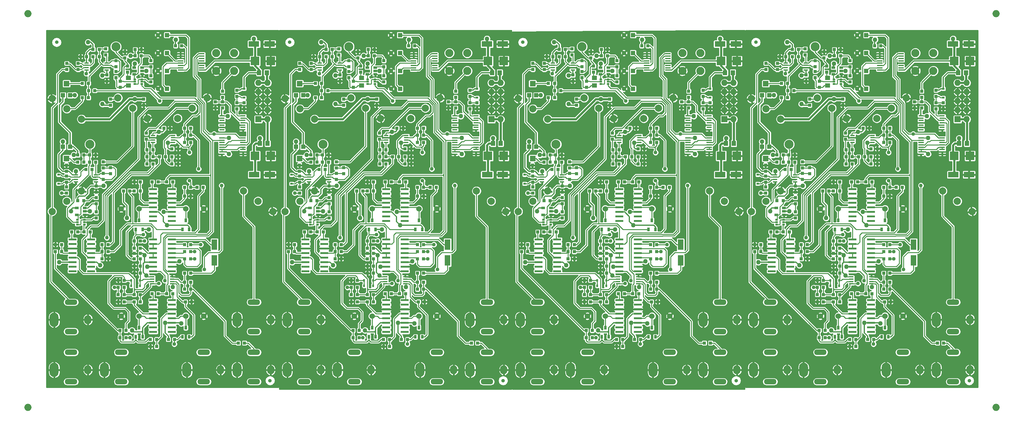
<source format=gbl>
G04 #@! TF.FileFunction,Copper,L2,Bot,Signal*
%FSLAX46Y46*%
G04 Gerber Fmt 4.6, Leading zero omitted, Abs format (unit mm)*
G04 Created by KiCad (PCBNEW 4.0.2-stable) date 2016-12-22 11:23:06 AM*
%MOMM*%
G01*
G04 APERTURE LIST*
%ADD10C,0.100000*%
%ADD11R,0.812800X0.812800*%
%ADD12R,1.500000X0.450000*%
%ADD13R,0.762000X0.609600*%
%ADD14R,1.300480X0.400000*%
%ADD15R,1.727200X1.727200*%
%ADD16O,1.727200X1.727200*%
%ADD17R,2.999740X1.600200*%
%ADD18R,1.143000X1.397000*%
%ADD19R,2.397760X2.397760*%
%ADD20R,1.450000X0.450000*%
%ADD21R,0.609600X0.762000*%
%ADD22C,1.524000*%
%ADD23R,0.701040X1.000760*%
%ADD24O,1.000000X1.000000*%
%ADD25R,2.199640X0.599440*%
%ADD26R,1.600200X2.999740*%
%ADD27R,1.060000X0.650000*%
%ADD28R,0.800000X0.500000*%
%ADD29R,1.600000X1.500000*%
%ADD30R,1.200000X1.200000*%
%ADD31C,2.500000*%
%ADD32R,1.397000X1.143000*%
%ADD33O,2.500000X4.000000*%
%ADD34O,2.000000X2.500000*%
%ADD35O,3.500000X1.500000*%
%ADD36C,1.998980*%
%ADD37C,1.200000*%
%ADD38C,2.250000*%
%ADD39O,2.000000X2.000000*%
%ADD40C,1.016000*%
%ADD41C,1.270000*%
%ADD42C,0.254000*%
%ADD43C,0.609600*%
%ADD44C,0.355600*%
%ADD45C,0.304800*%
%ADD46C,0.203200*%
G04 APERTURE END LIST*
D10*
D11*
X256250000Y-30350900D03*
X256250000Y-28649100D03*
D12*
X244550000Y-22775000D03*
X244550000Y-22125000D03*
X244550000Y-21475000D03*
X244550000Y-20825000D03*
X244550000Y-20175000D03*
X244550000Y-19525000D03*
X244550000Y-18875000D03*
X244550000Y-18225000D03*
X250450000Y-18225000D03*
X250450000Y-18875000D03*
X250450000Y-19525000D03*
X250450000Y-20175000D03*
X250450000Y-20825000D03*
X250450000Y-21475000D03*
X250450000Y-22125000D03*
X250450000Y-22775000D03*
D11*
X260250000Y-30100900D03*
X260250000Y-28399100D03*
X243149100Y-16000000D03*
X244850900Y-16000000D03*
D13*
X262250000Y-30494600D03*
X262250000Y-28005400D03*
D11*
X235000000Y-42100900D03*
X235000000Y-40399100D03*
X236850900Y-45000000D03*
X235149100Y-45000000D03*
X242149100Y-44750000D03*
X243850900Y-44750000D03*
X245649100Y-39000000D03*
X247350900Y-39000000D03*
X247350900Y-41000000D03*
X245649100Y-41000000D03*
X241600900Y-39000000D03*
X239899100Y-39000000D03*
X247350900Y-43000000D03*
X245649100Y-43000000D03*
D14*
X236906000Y-42955400D03*
X236906000Y-42320400D03*
X236906000Y-41660000D03*
X236906000Y-41025000D03*
X242494000Y-41025000D03*
X242494000Y-41672700D03*
X242494000Y-42320400D03*
X242494000Y-42968100D03*
D15*
X266250000Y-36500000D03*
D16*
X268790000Y-36500000D03*
X266250000Y-33960000D03*
X268790000Y-33960000D03*
X266250000Y-31420000D03*
X268790000Y-31420000D03*
X266250000Y-28880000D03*
X268790000Y-28880000D03*
X266250000Y-26340000D03*
X268790000Y-26340000D03*
D17*
X265000360Y-15500000D03*
X269399640Y-15500000D03*
D18*
X266420500Y-23500000D03*
X268579500Y-23500000D03*
D11*
X262250000Y-31899100D03*
X262250000Y-33600900D03*
D19*
X269699640Y-20250000D03*
X265300360Y-20250000D03*
D11*
X254250000Y-31649100D03*
X254250000Y-33350900D03*
D20*
X261950000Y-35550000D03*
X261950000Y-36200000D03*
X261950000Y-36850000D03*
X261950000Y-37500000D03*
X261950000Y-38150000D03*
X261950000Y-38800000D03*
X261950000Y-39450000D03*
X256050000Y-39450000D03*
X256050000Y-38800000D03*
X256050000Y-38150000D03*
X256050000Y-37500000D03*
X256050000Y-36850000D03*
X256050000Y-36200000D03*
X256050000Y-35550000D03*
D12*
X261950000Y-41725000D03*
X261950000Y-42375000D03*
X261950000Y-43025000D03*
X261950000Y-43675000D03*
X261950000Y-44325000D03*
X261950000Y-44975000D03*
X261950000Y-45625000D03*
X261950000Y-46275000D03*
X256050000Y-46275000D03*
X256050000Y-45625000D03*
X256050000Y-44975000D03*
X256050000Y-44325000D03*
X256050000Y-43675000D03*
X256050000Y-43025000D03*
X256050000Y-42375000D03*
X256050000Y-41725000D03*
D18*
X266670500Y-43250000D03*
X268829500Y-43250000D03*
D11*
X256250000Y-31649100D03*
X256250000Y-33350900D03*
X260250000Y-33600900D03*
X260250000Y-31899100D03*
D17*
X269449640Y-52000000D03*
X265050360Y-52000000D03*
D19*
X265300360Y-46750000D03*
X269699640Y-46750000D03*
D21*
X230755400Y-81500000D03*
X233244600Y-81500000D03*
X233244600Y-83000000D03*
X230755400Y-83000000D03*
D11*
X233350900Y-79500000D03*
X231649100Y-79500000D03*
X227149100Y-83500000D03*
X228850900Y-83500000D03*
X233350900Y-85500000D03*
X231649100Y-85500000D03*
X228850900Y-85500000D03*
X227149100Y-85500000D03*
X227149100Y-81500000D03*
X228850900Y-81500000D03*
X245649100Y-79500000D03*
X247350900Y-79500000D03*
D22*
X246000000Y-91500000D03*
X251000000Y-91500000D03*
D23*
X246000000Y-94730000D03*
X245047500Y-97270000D03*
X246952500Y-97270000D03*
D24*
X269500000Y-109500000D03*
D11*
X245899100Y-87500000D03*
X247600900Y-87500000D03*
X262350900Y-99000000D03*
X260649100Y-99000000D03*
X247350900Y-82000000D03*
X245649100Y-82000000D03*
X247350900Y-84000000D03*
X245649100Y-84000000D03*
X236149100Y-100000000D03*
X237850900Y-100000000D03*
X237850900Y-98000000D03*
X236149100Y-98000000D03*
D25*
X242098420Y-87055000D03*
X242098420Y-88325000D03*
X242098420Y-89595000D03*
X242098420Y-90865000D03*
X242098420Y-92135000D03*
X242098420Y-93405000D03*
X242098420Y-94675000D03*
X242098420Y-95945000D03*
X236901580Y-95945000D03*
X236901580Y-94675000D03*
X236901580Y-93405000D03*
X236901580Y-92135000D03*
X236901580Y-90865000D03*
X236901580Y-89595000D03*
X236901580Y-88325000D03*
X236901580Y-87055000D03*
D14*
X236606000Y-82455400D03*
X236606000Y-81820400D03*
X236606000Y-81160000D03*
X236606000Y-80525000D03*
X242194000Y-80525000D03*
X242194000Y-81172700D03*
X242194000Y-81820400D03*
X242194000Y-82468100D03*
D11*
X242350900Y-85200000D03*
X240649100Y-85200000D03*
X236649100Y-85200000D03*
X238350900Y-85200000D03*
X241149100Y-98000000D03*
X242850900Y-98000000D03*
D23*
X233000000Y-94730000D03*
X232047500Y-97270000D03*
X233952500Y-97270000D03*
D11*
X231649100Y-87500000D03*
X233350900Y-87500000D03*
D22*
X233000000Y-91500000D03*
X228000000Y-91500000D03*
D11*
X227149100Y-87500000D03*
X228850900Y-87500000D03*
X227649100Y-95500000D03*
X229350900Y-95500000D03*
X229350900Y-97500000D03*
X227649100Y-97500000D03*
D26*
X254000000Y-75949640D03*
X254000000Y-71550360D03*
D11*
X245649100Y-73500000D03*
X247350900Y-73500000D03*
X245649100Y-71500000D03*
X247350900Y-71500000D03*
X245649100Y-75500000D03*
X247350900Y-75500000D03*
D25*
X236901580Y-78945000D03*
X236901580Y-77675000D03*
X236901580Y-76405000D03*
X236901580Y-75135000D03*
X236901580Y-73865000D03*
X236901580Y-72595000D03*
X236901580Y-71325000D03*
X236901580Y-70055000D03*
X242098420Y-70055000D03*
X242098420Y-71325000D03*
X242098420Y-72595000D03*
X242098420Y-73865000D03*
X242098420Y-75135000D03*
X242098420Y-76405000D03*
X242098420Y-77675000D03*
X242098420Y-78945000D03*
D11*
X225000000Y-51750900D03*
X225000000Y-50049100D03*
X228649100Y-56500000D03*
X230350900Y-56500000D03*
X233350900Y-56500000D03*
X231649100Y-56500000D03*
D22*
X233000000Y-61500000D03*
X228000000Y-61500000D03*
D11*
X223000000Y-51649100D03*
X223000000Y-53350900D03*
X223000000Y-50100900D03*
X223000000Y-48399100D03*
X231649100Y-54000000D03*
X233350900Y-54000000D03*
D23*
X233000000Y-64730000D03*
X232047500Y-67270000D03*
X233952500Y-67270000D03*
D11*
X242350900Y-54000000D03*
X240649100Y-54000000D03*
D22*
X246000000Y-61500000D03*
X251000000Y-61500000D03*
D11*
X247350900Y-58000000D03*
X245649100Y-58000000D03*
D25*
X242098420Y-56055000D03*
X242098420Y-57325000D03*
X242098420Y-58595000D03*
X242098420Y-59865000D03*
X242098420Y-61135000D03*
X242098420Y-62405000D03*
X242098420Y-63675000D03*
X242098420Y-64945000D03*
X236901580Y-64945000D03*
X236901580Y-63675000D03*
X236901580Y-62405000D03*
X236901580Y-61135000D03*
X236901580Y-59865000D03*
X236901580Y-58595000D03*
X236901580Y-57325000D03*
X236901580Y-56055000D03*
D11*
X250850900Y-55500000D03*
X249149100Y-55500000D03*
D23*
X246000000Y-64730000D03*
X245047500Y-67270000D03*
X246952500Y-67270000D03*
D11*
X245649100Y-55500000D03*
X247350900Y-55500000D03*
X236649100Y-54000000D03*
X238350900Y-54000000D03*
X242149100Y-47000000D03*
X243850900Y-47000000D03*
X240350900Y-47000000D03*
X238649100Y-47000000D03*
X235149100Y-49000000D03*
X236850900Y-49000000D03*
X243850900Y-49000000D03*
X242149100Y-49000000D03*
X236850900Y-47000000D03*
X235149100Y-47000000D03*
X231649100Y-74000000D03*
X233350900Y-74000000D03*
X233350900Y-70500000D03*
X231649100Y-70500000D03*
X233350900Y-72500000D03*
X231649100Y-72500000D03*
X231649100Y-77500000D03*
X233350900Y-77500000D03*
X233350900Y-75500000D03*
X231649100Y-75500000D03*
X221000000Y-64100900D03*
X221000000Y-62399100D03*
X217600900Y-59250000D03*
X215899100Y-59250000D03*
D27*
X217850000Y-61300000D03*
X217850000Y-62250000D03*
X217850000Y-63200000D03*
X215650000Y-63200000D03*
X215650000Y-61300000D03*
D11*
X221000000Y-56850900D03*
X221000000Y-55149100D03*
X212750000Y-55399100D03*
X212750000Y-57100900D03*
X221000000Y-60100900D03*
X221000000Y-58399100D03*
D28*
X217750000Y-64600000D03*
X215750000Y-65250000D03*
X217750000Y-65900000D03*
X217750000Y-65250000D03*
X215750000Y-65900000D03*
X215750000Y-64600000D03*
D11*
X209649100Y-71500000D03*
X211350900Y-71500000D03*
X219350900Y-68000000D03*
X217649100Y-68000000D03*
X211350900Y-73500000D03*
X209649100Y-73500000D03*
X214149100Y-68000000D03*
X215850900Y-68000000D03*
X222649100Y-73500000D03*
X224350900Y-73500000D03*
D25*
X219598420Y-70055000D03*
X219598420Y-71325000D03*
X219598420Y-72595000D03*
X219598420Y-73865000D03*
X219598420Y-75135000D03*
X219598420Y-76405000D03*
X219598420Y-77675000D03*
X219598420Y-78945000D03*
X214401580Y-78945000D03*
X214401580Y-77675000D03*
X214401580Y-76405000D03*
X214401580Y-75135000D03*
X214401580Y-73865000D03*
X214401580Y-72595000D03*
X214401580Y-71325000D03*
X214401580Y-70055000D03*
D11*
X222649100Y-71500000D03*
X224350900Y-71500000D03*
X224350900Y-75500000D03*
X222649100Y-75500000D03*
X212750000Y-52399100D03*
X212750000Y-54100900D03*
X212700000Y-51050900D03*
X212700000Y-49349100D03*
D29*
X212750000Y-47450000D03*
D30*
X211750000Y-44200000D03*
X213750000Y-44200000D03*
D13*
X210500000Y-52005400D03*
X210500000Y-54494600D03*
D11*
X217600900Y-48500000D03*
X215899100Y-48500000D03*
D31*
X219250000Y-43500000D03*
D11*
X219149100Y-48500000D03*
X220850900Y-48500000D03*
X219149100Y-46500000D03*
X220850900Y-46500000D03*
X218149100Y-50500000D03*
X219850900Y-50500000D03*
D14*
X220944000Y-52044600D03*
X220944000Y-52679600D03*
X220944000Y-53340000D03*
X220944000Y-53975000D03*
X215356000Y-53975000D03*
X215356000Y-53327300D03*
X215356000Y-52679600D03*
X215356000Y-52031900D03*
D11*
X217600900Y-46500000D03*
X215899100Y-46500000D03*
X226500000Y-20149100D03*
X226500000Y-21850900D03*
X226500000Y-24850900D03*
X226500000Y-23149100D03*
X224000000Y-25850900D03*
X224000000Y-24149100D03*
X227750000Y-27600900D03*
X227750000Y-25899100D03*
X229750000Y-23350900D03*
X229750000Y-21649100D03*
D32*
X230000000Y-24920500D03*
X230000000Y-27079500D03*
D11*
X218850900Y-26500000D03*
X217149100Y-26500000D03*
X218850900Y-30500000D03*
X217149100Y-30500000D03*
X225000000Y-30899100D03*
X225000000Y-32600900D03*
X218899100Y-28500000D03*
X220600900Y-28500000D03*
D29*
X212750000Y-26550000D03*
D30*
X213750000Y-29800000D03*
X211750000Y-29800000D03*
D11*
X229000000Y-17649100D03*
X229000000Y-19350900D03*
X233600900Y-17000000D03*
X231899100Y-17000000D03*
X233600900Y-18750000D03*
X231899100Y-18750000D03*
X223700000Y-18550900D03*
X223700000Y-16849100D03*
D31*
X226500000Y-16250000D03*
D11*
X234250000Y-30899100D03*
X234250000Y-32600900D03*
D28*
X233750000Y-25350000D03*
X231750000Y-26000000D03*
X233750000Y-26650000D03*
X233750000Y-26000000D03*
X231750000Y-26650000D03*
X231750000Y-25350000D03*
D11*
X236250000Y-26100900D03*
X236250000Y-24399100D03*
X236250000Y-21850900D03*
X236250000Y-20149100D03*
D27*
X233850000Y-22050000D03*
X233850000Y-23000000D03*
X233850000Y-23950000D03*
X231650000Y-23950000D03*
X231650000Y-22050000D03*
D11*
X218350900Y-19000000D03*
X216649100Y-19000000D03*
X221850900Y-17000000D03*
X220149100Y-17000000D03*
D24*
X210000000Y-15000000D03*
D11*
X221850900Y-19000000D03*
X220149100Y-19000000D03*
D14*
X223944000Y-20794600D03*
X223944000Y-21429600D03*
X223944000Y-22090000D03*
X223944000Y-22725000D03*
X218356000Y-22725000D03*
X218356000Y-22077300D03*
X218356000Y-21429600D03*
X218356000Y-20781900D03*
D11*
X178149100Y-16000000D03*
X179850900Y-16000000D03*
X171250000Y-26100900D03*
X171250000Y-24399100D03*
D12*
X179550000Y-22775000D03*
X179550000Y-22125000D03*
X179550000Y-21475000D03*
X179550000Y-20825000D03*
X179550000Y-20175000D03*
X179550000Y-19525000D03*
X179550000Y-18875000D03*
X179550000Y-18225000D03*
X185450000Y-18225000D03*
X185450000Y-18875000D03*
X185450000Y-19525000D03*
X185450000Y-20175000D03*
X185450000Y-20825000D03*
X185450000Y-21475000D03*
X185450000Y-22125000D03*
X185450000Y-22775000D03*
D11*
X171250000Y-21850900D03*
X171250000Y-20149100D03*
X195250000Y-30100900D03*
X195250000Y-28399100D03*
D17*
X200000360Y-15500000D03*
X204399640Y-15500000D03*
D19*
X204699640Y-20250000D03*
X200300360Y-20250000D03*
D13*
X197250000Y-30494600D03*
X197250000Y-28005400D03*
D19*
X200300360Y-46750000D03*
X204699640Y-46750000D03*
D15*
X201250000Y-36500000D03*
D16*
X203790000Y-36500000D03*
X201250000Y-33960000D03*
X203790000Y-33960000D03*
X201250000Y-31420000D03*
X203790000Y-31420000D03*
X201250000Y-28880000D03*
X203790000Y-28880000D03*
X201250000Y-26340000D03*
X203790000Y-26340000D03*
D18*
X201420500Y-23500000D03*
X203579500Y-23500000D03*
D17*
X204449640Y-52000000D03*
X200050360Y-52000000D03*
D11*
X191250000Y-30350900D03*
X191250000Y-28649100D03*
X189250000Y-31649100D03*
X189250000Y-33350900D03*
X195250000Y-33600900D03*
X195250000Y-31899100D03*
X197250000Y-31899100D03*
X197250000Y-33600900D03*
D18*
X201670500Y-43250000D03*
X203829500Y-43250000D03*
D20*
X196950000Y-35550000D03*
X196950000Y-36200000D03*
X196950000Y-36850000D03*
X196950000Y-37500000D03*
X196950000Y-38150000D03*
X196950000Y-38800000D03*
X196950000Y-39450000D03*
X191050000Y-39450000D03*
X191050000Y-38800000D03*
X191050000Y-38150000D03*
X191050000Y-37500000D03*
X191050000Y-36850000D03*
X191050000Y-36200000D03*
X191050000Y-35550000D03*
D12*
X196950000Y-41725000D03*
X196950000Y-42375000D03*
X196950000Y-43025000D03*
X196950000Y-43675000D03*
X196950000Y-44325000D03*
X196950000Y-44975000D03*
X196950000Y-45625000D03*
X196950000Y-46275000D03*
X191050000Y-46275000D03*
X191050000Y-45625000D03*
X191050000Y-44975000D03*
X191050000Y-44325000D03*
X191050000Y-43675000D03*
X191050000Y-43025000D03*
X191050000Y-42375000D03*
X191050000Y-41725000D03*
D11*
X191250000Y-31649100D03*
X191250000Y-33350900D03*
X182350900Y-41000000D03*
X180649100Y-41000000D03*
X180649100Y-39000000D03*
X182350900Y-39000000D03*
X177149100Y-44750000D03*
X178850900Y-44750000D03*
X182350900Y-43000000D03*
X180649100Y-43000000D03*
D26*
X189000000Y-75949640D03*
X189000000Y-71550360D03*
D11*
X180649100Y-73500000D03*
X182350900Y-73500000D03*
X180649100Y-71500000D03*
X182350900Y-71500000D03*
X180649100Y-75500000D03*
X182350900Y-75500000D03*
X180899100Y-87500000D03*
X182600900Y-87500000D03*
X176149100Y-98000000D03*
X177850900Y-98000000D03*
X172850900Y-98000000D03*
X171149100Y-98000000D03*
X171149100Y-100000000D03*
X172850900Y-100000000D03*
D25*
X177098420Y-87055000D03*
X177098420Y-88325000D03*
X177098420Y-89595000D03*
X177098420Y-90865000D03*
X177098420Y-92135000D03*
X177098420Y-93405000D03*
X177098420Y-94675000D03*
X177098420Y-95945000D03*
X171901580Y-95945000D03*
X171901580Y-94675000D03*
X171901580Y-93405000D03*
X171901580Y-92135000D03*
X171901580Y-90865000D03*
X171901580Y-89595000D03*
X171901580Y-88325000D03*
X171901580Y-87055000D03*
D11*
X171649100Y-85200000D03*
X173350900Y-85200000D03*
X177350900Y-85200000D03*
X175649100Y-85200000D03*
D22*
X181000000Y-91500000D03*
X186000000Y-91500000D03*
D23*
X181000000Y-94730000D03*
X180047500Y-97270000D03*
X181952500Y-97270000D03*
D11*
X197350900Y-99000000D03*
X195649100Y-99000000D03*
D24*
X204500000Y-109500000D03*
D11*
X182350900Y-84000000D03*
X180649100Y-84000000D03*
X182350900Y-82000000D03*
X180649100Y-82000000D03*
X180649100Y-79500000D03*
X182350900Y-79500000D03*
D14*
X171606000Y-82455400D03*
X171606000Y-81820400D03*
X171606000Y-81160000D03*
X171606000Y-80525000D03*
X177194000Y-80525000D03*
X177194000Y-81172700D03*
X177194000Y-81820400D03*
X177194000Y-82468100D03*
D25*
X171901580Y-78945000D03*
X171901580Y-77675000D03*
X171901580Y-76405000D03*
X171901580Y-75135000D03*
X171901580Y-73865000D03*
X171901580Y-72595000D03*
X171901580Y-71325000D03*
X171901580Y-70055000D03*
X177098420Y-70055000D03*
X177098420Y-71325000D03*
X177098420Y-72595000D03*
X177098420Y-73865000D03*
X177098420Y-75135000D03*
X177098420Y-76405000D03*
X177098420Y-77675000D03*
X177098420Y-78945000D03*
D11*
X168350900Y-72500000D03*
X166649100Y-72500000D03*
X166649100Y-74000000D03*
X168350900Y-74000000D03*
X168350900Y-75500000D03*
X166649100Y-75500000D03*
X168350900Y-70500000D03*
X166649100Y-70500000D03*
X166649100Y-77500000D03*
X168350900Y-77500000D03*
X163850900Y-85500000D03*
X162149100Y-85500000D03*
X162149100Y-81500000D03*
X163850900Y-81500000D03*
X162149100Y-87500000D03*
X163850900Y-87500000D03*
X162149100Y-83500000D03*
X163850900Y-83500000D03*
X164350900Y-97500000D03*
X162649100Y-97500000D03*
X162649100Y-95500000D03*
X164350900Y-95500000D03*
D22*
X168000000Y-91500000D03*
X163000000Y-91500000D03*
D23*
X168000000Y-94730000D03*
X167047500Y-97270000D03*
X168952500Y-97270000D03*
D21*
X168244600Y-83000000D03*
X165755400Y-83000000D03*
D11*
X166649100Y-87500000D03*
X168350900Y-87500000D03*
X168350900Y-85500000D03*
X166649100Y-85500000D03*
X168350900Y-79500000D03*
X166649100Y-79500000D03*
D21*
X165755400Y-81500000D03*
X168244600Y-81500000D03*
D11*
X144649100Y-71500000D03*
X146350900Y-71500000D03*
X146350900Y-73500000D03*
X144649100Y-73500000D03*
X149149100Y-68000000D03*
X150850900Y-68000000D03*
X159350900Y-75500000D03*
X157649100Y-75500000D03*
X157649100Y-73500000D03*
X159350900Y-73500000D03*
X157649100Y-71500000D03*
X159350900Y-71500000D03*
X154350900Y-68000000D03*
X152649100Y-68000000D03*
D25*
X154598420Y-70055000D03*
X154598420Y-71325000D03*
X154598420Y-72595000D03*
X154598420Y-73865000D03*
X154598420Y-75135000D03*
X154598420Y-76405000D03*
X154598420Y-77675000D03*
X154598420Y-78945000D03*
X149401580Y-78945000D03*
X149401580Y-77675000D03*
X149401580Y-76405000D03*
X149401580Y-75135000D03*
X149401580Y-73865000D03*
X149401580Y-72595000D03*
X149401580Y-71325000D03*
X149401580Y-70055000D03*
D13*
X145500000Y-52005400D03*
X145500000Y-54494600D03*
D11*
X147750000Y-52399100D03*
X147750000Y-54100900D03*
X147750000Y-55399100D03*
X147750000Y-57100900D03*
X147700000Y-51050900D03*
X147700000Y-49349100D03*
X158000000Y-50100900D03*
X158000000Y-48399100D03*
X160000000Y-51750900D03*
X160000000Y-50049100D03*
D14*
X155944000Y-52044600D03*
X155944000Y-52679600D03*
X155944000Y-53340000D03*
X155944000Y-53975000D03*
X150356000Y-53975000D03*
X150356000Y-53327300D03*
X150356000Y-52679600D03*
X150356000Y-52031900D03*
D11*
X158000000Y-51649100D03*
X158000000Y-53350900D03*
X153149100Y-50500000D03*
X154850900Y-50500000D03*
X152600900Y-48500000D03*
X150899100Y-48500000D03*
D28*
X152750000Y-64600000D03*
X150750000Y-65250000D03*
X152750000Y-65900000D03*
X152750000Y-65250000D03*
X150750000Y-65900000D03*
X150750000Y-64600000D03*
D27*
X152850000Y-61300000D03*
X152850000Y-62250000D03*
X152850000Y-63200000D03*
X150650000Y-63200000D03*
X150650000Y-61300000D03*
D11*
X156000000Y-64100900D03*
X156000000Y-62399100D03*
X156000000Y-56850900D03*
X156000000Y-55149100D03*
X156000000Y-60100900D03*
X156000000Y-58399100D03*
X152600900Y-59250000D03*
X150899100Y-59250000D03*
X152600900Y-46500000D03*
X150899100Y-46500000D03*
X154149100Y-46500000D03*
X155850900Y-46500000D03*
X154149100Y-48500000D03*
X155850900Y-48500000D03*
D31*
X154250000Y-43500000D03*
D29*
X147750000Y-47450000D03*
D30*
X146750000Y-44200000D03*
X148750000Y-44200000D03*
D29*
X147750000Y-26550000D03*
D30*
X148750000Y-29800000D03*
X146750000Y-29800000D03*
D11*
X153850900Y-26500000D03*
X152149100Y-26500000D03*
X153899100Y-28500000D03*
X155600900Y-28500000D03*
X153850900Y-30500000D03*
X152149100Y-30500000D03*
D24*
X145000000Y-15000000D03*
D11*
X153350900Y-19000000D03*
X151649100Y-19000000D03*
X161500000Y-20149100D03*
X161500000Y-21850900D03*
X168600900Y-17000000D03*
X166899100Y-17000000D03*
D31*
X161500000Y-16250000D03*
D11*
X164000000Y-17649100D03*
X164000000Y-19350900D03*
X168600900Y-18750000D03*
X166899100Y-18750000D03*
D28*
X168750000Y-25350000D03*
X166750000Y-26000000D03*
X168750000Y-26650000D03*
X168750000Y-26000000D03*
X166750000Y-26650000D03*
X166750000Y-25350000D03*
D11*
X164750000Y-23350900D03*
X164750000Y-21649100D03*
D27*
X168850000Y-22050000D03*
X168850000Y-23000000D03*
X168850000Y-23950000D03*
X166650000Y-23950000D03*
X166650000Y-22050000D03*
D11*
X169250000Y-30899100D03*
X169250000Y-32600900D03*
X160000000Y-30899100D03*
X160000000Y-32600900D03*
D32*
X165000000Y-24920500D03*
X165000000Y-27079500D03*
D11*
X162750000Y-27600900D03*
X162750000Y-25899100D03*
X159000000Y-25850900D03*
X159000000Y-24149100D03*
X161500000Y-24850900D03*
X161500000Y-23149100D03*
D14*
X158944000Y-20794600D03*
X158944000Y-21429600D03*
X158944000Y-22090000D03*
X158944000Y-22725000D03*
X153356000Y-22725000D03*
X153356000Y-22077300D03*
X153356000Y-21429600D03*
X153356000Y-20781900D03*
D11*
X156850900Y-17000000D03*
X155149100Y-17000000D03*
X156850900Y-19000000D03*
X155149100Y-19000000D03*
X158700000Y-18550900D03*
X158700000Y-16849100D03*
X171850900Y-45000000D03*
X170149100Y-45000000D03*
D14*
X171906000Y-42955400D03*
X171906000Y-42320400D03*
X171906000Y-41660000D03*
X171906000Y-41025000D03*
X177494000Y-41025000D03*
X177494000Y-41672700D03*
X177494000Y-42320400D03*
X177494000Y-42968100D03*
D11*
X170000000Y-42100900D03*
X170000000Y-40399100D03*
X176600900Y-39000000D03*
X174899100Y-39000000D03*
X177350900Y-54000000D03*
X175649100Y-54000000D03*
X171649100Y-54000000D03*
X173350900Y-54000000D03*
D23*
X181000000Y-64730000D03*
X180047500Y-67270000D03*
X181952500Y-67270000D03*
D11*
X185850900Y-55500000D03*
X184149100Y-55500000D03*
D22*
X181000000Y-61500000D03*
X186000000Y-61500000D03*
D25*
X177098420Y-56055000D03*
X177098420Y-57325000D03*
X177098420Y-58595000D03*
X177098420Y-59865000D03*
X177098420Y-61135000D03*
X177098420Y-62405000D03*
X177098420Y-63675000D03*
X177098420Y-64945000D03*
X171901580Y-64945000D03*
X171901580Y-63675000D03*
X171901580Y-62405000D03*
X171901580Y-61135000D03*
X171901580Y-59865000D03*
X171901580Y-58595000D03*
X171901580Y-57325000D03*
X171901580Y-56055000D03*
D11*
X180649100Y-55500000D03*
X182350900Y-55500000D03*
X182350900Y-58000000D03*
X180649100Y-58000000D03*
X166649100Y-54000000D03*
X168350900Y-54000000D03*
D23*
X168000000Y-64730000D03*
X167047500Y-67270000D03*
X168952500Y-67270000D03*
D11*
X163649100Y-56500000D03*
X165350900Y-56500000D03*
X168350900Y-56500000D03*
X166649100Y-56500000D03*
D22*
X168000000Y-61500000D03*
X163000000Y-61500000D03*
D11*
X170149100Y-49000000D03*
X171850900Y-49000000D03*
X177149100Y-47000000D03*
X178850900Y-47000000D03*
X175350900Y-47000000D03*
X173649100Y-47000000D03*
X178850900Y-49000000D03*
X177149100Y-49000000D03*
X171850900Y-47000000D03*
X170149100Y-47000000D03*
D33*
X246300000Y-106500000D03*
D34*
X255700000Y-106500000D03*
D35*
X251000000Y-101600000D03*
X251000000Y-109800000D03*
D33*
X223300000Y-106500000D03*
D34*
X232700000Y-106500000D03*
D35*
X228000000Y-101600000D03*
X228000000Y-109800000D03*
D33*
X260300000Y-92500000D03*
D34*
X269700000Y-92500000D03*
D35*
X265000000Y-87600000D03*
X265000000Y-95800000D03*
D36*
X266177223Y-59393567D03*
X262081463Y-56525685D03*
X270272983Y-62261449D03*
D33*
X209300000Y-92500000D03*
D34*
X218700000Y-92500000D03*
D35*
X214000000Y-87600000D03*
X214000000Y-95800000D03*
D33*
X260300000Y-106500000D03*
D34*
X269700000Y-106500000D03*
D35*
X265000000Y-101600000D03*
X265000000Y-109800000D03*
D33*
X209300000Y-106500000D03*
D34*
X218700000Y-106500000D03*
D35*
X214000000Y-101600000D03*
X214000000Y-109800000D03*
D36*
X212822777Y-59393567D03*
X208727017Y-62261449D03*
X216918537Y-56525685D03*
X182822777Y-33393567D03*
X178727017Y-36261449D03*
X186918537Y-30525685D03*
D30*
X175770000Y-23000000D03*
D37*
X173230000Y-23000000D03*
D38*
X189500000Y-18000000D03*
X194500000Y-18000000D03*
X194500000Y-23000000D03*
X189500000Y-23000000D03*
D36*
X166177223Y-33393567D03*
X162081463Y-30525685D03*
X170272983Y-36261449D03*
D30*
X240770000Y-18000000D03*
D37*
X238230000Y-18000000D03*
D30*
X240770000Y-28000000D03*
D37*
X238230000Y-28000000D03*
D30*
X240770000Y-23000000D03*
D37*
X238230000Y-23000000D03*
D36*
X247822777Y-33393567D03*
X243727017Y-36261449D03*
X251918537Y-30525685D03*
D38*
X254500000Y-18000000D03*
X259500000Y-18000000D03*
X259500000Y-23000000D03*
X254500000Y-23000000D03*
D30*
X240770000Y-13000000D03*
D37*
X238230000Y-13000000D03*
D36*
X212822777Y-33606433D03*
X216918537Y-36474315D03*
X208727017Y-30738551D03*
X231177223Y-33393567D03*
X227081463Y-30525685D03*
X235272983Y-36261449D03*
D33*
X144300000Y-106500000D03*
D34*
X153700000Y-106500000D03*
D35*
X149000000Y-101600000D03*
X149000000Y-109800000D03*
D33*
X144300000Y-92500000D03*
D34*
X153700000Y-92500000D03*
D35*
X149000000Y-87600000D03*
X149000000Y-95800000D03*
D36*
X147822777Y-59393567D03*
X143727017Y-62261449D03*
X151918537Y-56525685D03*
D33*
X158300000Y-106500000D03*
D34*
X167700000Y-106500000D03*
D35*
X163000000Y-101600000D03*
X163000000Y-109800000D03*
D36*
X201177223Y-59393567D03*
X197081463Y-56525685D03*
X205272983Y-62261449D03*
D33*
X195300000Y-92500000D03*
D34*
X204700000Y-92500000D03*
D35*
X200000000Y-87600000D03*
X200000000Y-95800000D03*
D33*
X181300000Y-106500000D03*
D34*
X190700000Y-106500000D03*
D35*
X186000000Y-101600000D03*
X186000000Y-109800000D03*
D33*
X195300000Y-106500000D03*
D34*
X204700000Y-106500000D03*
D35*
X200000000Y-101600000D03*
X200000000Y-109800000D03*
D30*
X175770000Y-18000000D03*
D37*
X173230000Y-18000000D03*
D30*
X175770000Y-13000000D03*
D37*
X173230000Y-13000000D03*
D30*
X175770000Y-28000000D03*
D37*
X173230000Y-28000000D03*
D36*
X147822777Y-33606433D03*
X151918537Y-36474315D03*
X143727017Y-30738551D03*
D11*
X94000000Y-25850900D03*
X94000000Y-24149100D03*
X95000000Y-30899100D03*
X95000000Y-32600900D03*
X88850900Y-26500000D03*
X87149100Y-26500000D03*
X88899100Y-28500000D03*
X90600900Y-28500000D03*
D29*
X82750000Y-26550000D03*
D30*
X83750000Y-29800000D03*
X81750000Y-29800000D03*
D11*
X88850900Y-30500000D03*
X87149100Y-30500000D03*
X104250000Y-30899100D03*
X104250000Y-32600900D03*
X96500000Y-24850900D03*
X96500000Y-23149100D03*
D27*
X103850000Y-22050000D03*
X103850000Y-23000000D03*
X103850000Y-23950000D03*
X101650000Y-23950000D03*
X101650000Y-22050000D03*
D11*
X97750000Y-27600900D03*
X97750000Y-25899100D03*
D32*
X100000000Y-24920500D03*
X100000000Y-27079500D03*
D28*
X103750000Y-25350000D03*
X101750000Y-26000000D03*
X103750000Y-26650000D03*
X103750000Y-26000000D03*
X101750000Y-26650000D03*
X101750000Y-25350000D03*
D11*
X103600900Y-17000000D03*
X101899100Y-17000000D03*
X103600900Y-18750000D03*
X101899100Y-18750000D03*
X99750000Y-23350900D03*
X99750000Y-21649100D03*
X99000000Y-17649100D03*
X99000000Y-19350900D03*
D24*
X80000000Y-15000000D03*
D11*
X88350900Y-19000000D03*
X86649100Y-19000000D03*
X91850900Y-17000000D03*
X90149100Y-17000000D03*
X93700000Y-18550900D03*
X93700000Y-16849100D03*
D31*
X96500000Y-16250000D03*
D11*
X96500000Y-20149100D03*
X96500000Y-21850900D03*
D14*
X93944000Y-20794600D03*
X93944000Y-21429600D03*
X93944000Y-22090000D03*
X93944000Y-22725000D03*
X88356000Y-22725000D03*
X88356000Y-22077300D03*
X88356000Y-21429600D03*
X88356000Y-20781900D03*
D11*
X91850900Y-19000000D03*
X90149100Y-19000000D03*
X106250000Y-21850900D03*
X106250000Y-20149100D03*
X106250000Y-26100900D03*
X106250000Y-24399100D03*
D12*
X114550000Y-22775000D03*
X114550000Y-22125000D03*
X114550000Y-21475000D03*
X114550000Y-20825000D03*
X114550000Y-20175000D03*
X114550000Y-19525000D03*
X114550000Y-18875000D03*
X114550000Y-18225000D03*
X120450000Y-18225000D03*
X120450000Y-18875000D03*
X120450000Y-19525000D03*
X120450000Y-20175000D03*
X120450000Y-20825000D03*
X120450000Y-21475000D03*
X120450000Y-22125000D03*
X120450000Y-22775000D03*
D11*
X113149100Y-16000000D03*
X114850900Y-16000000D03*
X124250000Y-31649100D03*
X124250000Y-33350900D03*
X126250000Y-30350900D03*
X126250000Y-28649100D03*
X130250000Y-30100900D03*
X130250000Y-28399100D03*
X126250000Y-31649100D03*
X126250000Y-33350900D03*
X130250000Y-33600900D03*
X130250000Y-31899100D03*
X117350900Y-41000000D03*
X115649100Y-41000000D03*
X112149100Y-44750000D03*
X113850900Y-44750000D03*
X111600900Y-39000000D03*
X109899100Y-39000000D03*
X115649100Y-39000000D03*
X117350900Y-39000000D03*
X117350900Y-43000000D03*
X115649100Y-43000000D03*
X105000000Y-42100900D03*
X105000000Y-40399100D03*
D14*
X106906000Y-42955400D03*
X106906000Y-42320400D03*
X106906000Y-41660000D03*
X106906000Y-41025000D03*
X112494000Y-41025000D03*
X112494000Y-41672700D03*
X112494000Y-42320400D03*
X112494000Y-42968100D03*
D11*
X106850900Y-45000000D03*
X105149100Y-45000000D03*
D13*
X132250000Y-30494600D03*
X132250000Y-28005400D03*
D11*
X132250000Y-31899100D03*
X132250000Y-33600900D03*
D17*
X135000360Y-15500000D03*
X139399640Y-15500000D03*
D19*
X139699640Y-20250000D03*
X135300360Y-20250000D03*
D18*
X136420500Y-23500000D03*
X138579500Y-23500000D03*
D15*
X136250000Y-36500000D03*
D16*
X138790000Y-36500000D03*
X136250000Y-33960000D03*
X138790000Y-33960000D03*
X136250000Y-31420000D03*
X138790000Y-31420000D03*
X136250000Y-28880000D03*
X138790000Y-28880000D03*
X136250000Y-26340000D03*
X138790000Y-26340000D03*
D17*
X139449640Y-52000000D03*
X135050360Y-52000000D03*
D18*
X136670500Y-43250000D03*
X138829500Y-43250000D03*
D12*
X131950000Y-41725000D03*
X131950000Y-42375000D03*
X131950000Y-43025000D03*
X131950000Y-43675000D03*
X131950000Y-44325000D03*
X131950000Y-44975000D03*
X131950000Y-45625000D03*
X131950000Y-46275000D03*
X126050000Y-46275000D03*
X126050000Y-45625000D03*
X126050000Y-44975000D03*
X126050000Y-44325000D03*
X126050000Y-43675000D03*
X126050000Y-43025000D03*
X126050000Y-42375000D03*
X126050000Y-41725000D03*
D19*
X135300360Y-46750000D03*
X139699640Y-46750000D03*
D20*
X131950000Y-35550000D03*
X131950000Y-36200000D03*
X131950000Y-36850000D03*
X131950000Y-37500000D03*
X131950000Y-38150000D03*
X131950000Y-38800000D03*
X131950000Y-39450000D03*
X126050000Y-39450000D03*
X126050000Y-38800000D03*
X126050000Y-38150000D03*
X126050000Y-37500000D03*
X126050000Y-36850000D03*
X126050000Y-36200000D03*
X126050000Y-35550000D03*
D11*
X117350900Y-84000000D03*
X115649100Y-84000000D03*
X112350900Y-85200000D03*
X110649100Y-85200000D03*
X115649100Y-79500000D03*
X117350900Y-79500000D03*
X106649100Y-85200000D03*
X108350900Y-85200000D03*
X117350900Y-82000000D03*
X115649100Y-82000000D03*
D14*
X106606000Y-82455400D03*
X106606000Y-81820400D03*
X106606000Y-81160000D03*
X106606000Y-80525000D03*
X112194000Y-80525000D03*
X112194000Y-81172700D03*
X112194000Y-81820400D03*
X112194000Y-82468100D03*
D26*
X124000000Y-75949640D03*
X124000000Y-71550360D03*
D11*
X115899100Y-87500000D03*
X117600900Y-87500000D03*
D21*
X100755400Y-81500000D03*
X103244600Y-81500000D03*
D11*
X97149100Y-83500000D03*
X98850900Y-83500000D03*
X103350900Y-79500000D03*
X101649100Y-79500000D03*
X97149100Y-81500000D03*
X98850900Y-81500000D03*
X103350900Y-85500000D03*
X101649100Y-85500000D03*
X98850900Y-85500000D03*
X97149100Y-85500000D03*
D21*
X103244600Y-83000000D03*
X100755400Y-83000000D03*
D23*
X103000000Y-94730000D03*
X102047500Y-97270000D03*
X103952500Y-97270000D03*
D22*
X103000000Y-91500000D03*
X98000000Y-91500000D03*
D11*
X97649100Y-95500000D03*
X99350900Y-95500000D03*
X99350900Y-97500000D03*
X97649100Y-97500000D03*
X97149100Y-87500000D03*
X98850900Y-87500000D03*
X101649100Y-87500000D03*
X103350900Y-87500000D03*
D24*
X139500000Y-109500000D03*
D22*
X116000000Y-91500000D03*
X121000000Y-91500000D03*
D11*
X132350900Y-99000000D03*
X130649100Y-99000000D03*
D23*
X116000000Y-94730000D03*
X115047500Y-97270000D03*
X116952500Y-97270000D03*
D11*
X106149100Y-100000000D03*
X107850900Y-100000000D03*
X107850900Y-98000000D03*
X106149100Y-98000000D03*
D25*
X112098420Y-87055000D03*
X112098420Y-88325000D03*
X112098420Y-89595000D03*
X112098420Y-90865000D03*
X112098420Y-92135000D03*
X112098420Y-93405000D03*
X112098420Y-94675000D03*
X112098420Y-95945000D03*
X106901580Y-95945000D03*
X106901580Y-94675000D03*
X106901580Y-93405000D03*
X106901580Y-92135000D03*
X106901580Y-90865000D03*
X106901580Y-89595000D03*
X106901580Y-88325000D03*
X106901580Y-87055000D03*
D11*
X111149100Y-98000000D03*
X112850900Y-98000000D03*
X95000000Y-51750900D03*
X95000000Y-50049100D03*
X82700000Y-51050900D03*
X82700000Y-49349100D03*
X88149100Y-50500000D03*
X89850900Y-50500000D03*
X93000000Y-51649100D03*
X93000000Y-53350900D03*
X82750000Y-52399100D03*
X82750000Y-54100900D03*
X93000000Y-50100900D03*
X93000000Y-48399100D03*
D14*
X90944000Y-52044600D03*
X90944000Y-52679600D03*
X90944000Y-53340000D03*
X90944000Y-53975000D03*
X85356000Y-53975000D03*
X85356000Y-53327300D03*
X85356000Y-52679600D03*
X85356000Y-52031900D03*
D13*
X80500000Y-52005400D03*
X80500000Y-54494600D03*
D29*
X82750000Y-47450000D03*
D30*
X81750000Y-44200000D03*
X83750000Y-44200000D03*
D11*
X87600900Y-46500000D03*
X85899100Y-46500000D03*
X87600900Y-48500000D03*
X85899100Y-48500000D03*
X89149100Y-48500000D03*
X90850900Y-48500000D03*
X89149100Y-46500000D03*
X90850900Y-46500000D03*
D31*
X89250000Y-43500000D03*
D11*
X79649100Y-71500000D03*
X81350900Y-71500000D03*
X94350900Y-75500000D03*
X92649100Y-75500000D03*
X81350900Y-73500000D03*
X79649100Y-73500000D03*
X84149100Y-68000000D03*
X85850900Y-68000000D03*
X92649100Y-73500000D03*
X94350900Y-73500000D03*
X92649100Y-71500000D03*
X94350900Y-71500000D03*
X89350900Y-68000000D03*
X87649100Y-68000000D03*
D25*
X89598420Y-70055000D03*
X89598420Y-71325000D03*
X89598420Y-72595000D03*
X89598420Y-73865000D03*
X89598420Y-75135000D03*
X89598420Y-76405000D03*
X89598420Y-77675000D03*
X89598420Y-78945000D03*
X84401580Y-78945000D03*
X84401580Y-77675000D03*
X84401580Y-76405000D03*
X84401580Y-75135000D03*
X84401580Y-73865000D03*
X84401580Y-72595000D03*
X84401580Y-71325000D03*
X84401580Y-70055000D03*
D11*
X91000000Y-60100900D03*
X91000000Y-58399100D03*
X91000000Y-64100900D03*
X91000000Y-62399100D03*
D27*
X87850000Y-61300000D03*
X87850000Y-62250000D03*
X87850000Y-63200000D03*
X85650000Y-63200000D03*
X85650000Y-61300000D03*
D28*
X87750000Y-64600000D03*
X85750000Y-65250000D03*
X87750000Y-65900000D03*
X87750000Y-65250000D03*
X85750000Y-65900000D03*
X85750000Y-64600000D03*
D11*
X91000000Y-56850900D03*
X91000000Y-55149100D03*
X87600900Y-59250000D03*
X85899100Y-59250000D03*
X82750000Y-55399100D03*
X82750000Y-57100900D03*
X101649100Y-74000000D03*
X103350900Y-74000000D03*
X115649100Y-73500000D03*
X117350900Y-73500000D03*
X103350900Y-75500000D03*
X101649100Y-75500000D03*
X115649100Y-75500000D03*
X117350900Y-75500000D03*
X101649100Y-77500000D03*
X103350900Y-77500000D03*
X115649100Y-71500000D03*
X117350900Y-71500000D03*
D25*
X106901580Y-78945000D03*
X106901580Y-77675000D03*
X106901580Y-76405000D03*
X106901580Y-75135000D03*
X106901580Y-73865000D03*
X106901580Y-72595000D03*
X106901580Y-71325000D03*
X106901580Y-70055000D03*
X112098420Y-70055000D03*
X112098420Y-71325000D03*
X112098420Y-72595000D03*
X112098420Y-73865000D03*
X112098420Y-75135000D03*
X112098420Y-76405000D03*
X112098420Y-77675000D03*
X112098420Y-78945000D03*
D23*
X116000000Y-64730000D03*
X115047500Y-67270000D03*
X116952500Y-67270000D03*
D11*
X117350900Y-58000000D03*
X115649100Y-58000000D03*
X115649100Y-55500000D03*
X117350900Y-55500000D03*
X120850900Y-55500000D03*
X119149100Y-55500000D03*
D25*
X112098420Y-56055000D03*
X112098420Y-57325000D03*
X112098420Y-58595000D03*
X112098420Y-59865000D03*
X112098420Y-61135000D03*
X112098420Y-62405000D03*
X112098420Y-63675000D03*
X112098420Y-64945000D03*
X106901580Y-64945000D03*
X106901580Y-63675000D03*
X106901580Y-62405000D03*
X106901580Y-61135000D03*
X106901580Y-59865000D03*
X106901580Y-58595000D03*
X106901580Y-57325000D03*
X106901580Y-56055000D03*
D22*
X116000000Y-61500000D03*
X121000000Y-61500000D03*
D23*
X103000000Y-64730000D03*
X102047500Y-67270000D03*
X103952500Y-67270000D03*
D11*
X103350900Y-70500000D03*
X101649100Y-70500000D03*
X101649100Y-54000000D03*
X103350900Y-54000000D03*
X103350900Y-56500000D03*
X101649100Y-56500000D03*
X98649100Y-56500000D03*
X100350900Y-56500000D03*
X103350900Y-72500000D03*
X101649100Y-72500000D03*
D22*
X103000000Y-61500000D03*
X98000000Y-61500000D03*
D11*
X106850900Y-47000000D03*
X105149100Y-47000000D03*
X113850900Y-49000000D03*
X112149100Y-49000000D03*
X110350900Y-47000000D03*
X108649100Y-47000000D03*
X106649100Y-54000000D03*
X108350900Y-54000000D03*
X112350900Y-54000000D03*
X110649100Y-54000000D03*
X105149100Y-49000000D03*
X106850900Y-49000000D03*
X112149100Y-47000000D03*
X113850900Y-47000000D03*
D33*
X130300000Y-106500000D03*
D34*
X139700000Y-106500000D03*
D35*
X135000000Y-101600000D03*
X135000000Y-109800000D03*
D33*
X93300000Y-106500000D03*
D34*
X102700000Y-106500000D03*
D35*
X98000000Y-101600000D03*
X98000000Y-109800000D03*
D33*
X116300000Y-106500000D03*
D34*
X125700000Y-106500000D03*
D35*
X121000000Y-101600000D03*
X121000000Y-109800000D03*
D33*
X130300000Y-92500000D03*
D34*
X139700000Y-92500000D03*
D35*
X135000000Y-87600000D03*
X135000000Y-95800000D03*
D33*
X79300000Y-92500000D03*
D34*
X88700000Y-92500000D03*
D35*
X84000000Y-87600000D03*
X84000000Y-95800000D03*
D33*
X79300000Y-106500000D03*
D34*
X88700000Y-106500000D03*
D35*
X84000000Y-101600000D03*
X84000000Y-109800000D03*
D36*
X136177223Y-59393567D03*
X132081463Y-56525685D03*
X140272983Y-62261449D03*
X82822777Y-59393567D03*
X78727017Y-62261449D03*
X86918537Y-56525685D03*
X117822777Y-33393567D03*
X113727017Y-36261449D03*
X121918537Y-30525685D03*
D38*
X124500000Y-18000000D03*
X129500000Y-18000000D03*
X129500000Y-23000000D03*
X124500000Y-23000000D03*
D36*
X101177223Y-33393567D03*
X97081463Y-30525685D03*
X105272983Y-36261449D03*
X82822777Y-33606433D03*
X86918537Y-36474315D03*
X78727017Y-30738551D03*
D30*
X110770000Y-18000000D03*
D37*
X108230000Y-18000000D03*
D30*
X110770000Y-23000000D03*
D37*
X108230000Y-23000000D03*
D30*
X110770000Y-28000000D03*
D37*
X108230000Y-28000000D03*
D30*
X110770000Y-13000000D03*
D37*
X108230000Y-13000000D03*
D28*
X38750000Y-25350000D03*
X36750000Y-26000000D03*
X38750000Y-26650000D03*
X38750000Y-26000000D03*
X36750000Y-26650000D03*
X36750000Y-25350000D03*
X22750000Y-64600000D03*
X20750000Y-65250000D03*
X22750000Y-65900000D03*
X22750000Y-65250000D03*
X20750000Y-65900000D03*
X20750000Y-64600000D03*
D36*
X17822777Y-33606433D03*
X21918537Y-36474315D03*
X13727017Y-30738551D03*
D38*
X59500000Y-18000000D03*
X64500000Y-18000000D03*
X64500000Y-23000000D03*
X59500000Y-23000000D03*
D31*
X24250000Y-43500000D03*
X31500000Y-16250000D03*
D12*
X49550000Y-22775000D03*
X49550000Y-22125000D03*
X49550000Y-21475000D03*
X49550000Y-20825000D03*
X49550000Y-20175000D03*
X49550000Y-19525000D03*
X49550000Y-18875000D03*
X49550000Y-18225000D03*
X55450000Y-18225000D03*
X55450000Y-18875000D03*
X55450000Y-19525000D03*
X55450000Y-20175000D03*
X55450000Y-20825000D03*
X55450000Y-21475000D03*
X55450000Y-22125000D03*
X55450000Y-22775000D03*
X66950000Y-41725000D03*
X66950000Y-42375000D03*
X66950000Y-43025000D03*
X66950000Y-43675000D03*
X66950000Y-44325000D03*
X66950000Y-44975000D03*
X66950000Y-45625000D03*
X66950000Y-46275000D03*
X61050000Y-46275000D03*
X61050000Y-45625000D03*
X61050000Y-44975000D03*
X61050000Y-44325000D03*
X61050000Y-43675000D03*
X61050000Y-43025000D03*
X61050000Y-42375000D03*
X61050000Y-41725000D03*
D20*
X66950000Y-35550000D03*
X66950000Y-36200000D03*
X66950000Y-36850000D03*
X66950000Y-37500000D03*
X66950000Y-38150000D03*
X66950000Y-38800000D03*
X66950000Y-39450000D03*
X61050000Y-39450000D03*
X61050000Y-38800000D03*
X61050000Y-38150000D03*
X61050000Y-37500000D03*
X61050000Y-36850000D03*
X61050000Y-36200000D03*
X61050000Y-35550000D03*
D25*
X47098420Y-56055000D03*
X47098420Y-57325000D03*
X47098420Y-58595000D03*
X47098420Y-59865000D03*
X47098420Y-61135000D03*
X47098420Y-62405000D03*
X47098420Y-63675000D03*
X47098420Y-64945000D03*
X41901580Y-64945000D03*
X41901580Y-63675000D03*
X41901580Y-62405000D03*
X41901580Y-61135000D03*
X41901580Y-59865000D03*
X41901580Y-58595000D03*
X41901580Y-57325000D03*
X41901580Y-56055000D03*
X24598420Y-70055000D03*
X24598420Y-71325000D03*
X24598420Y-72595000D03*
X24598420Y-73865000D03*
X24598420Y-75135000D03*
X24598420Y-76405000D03*
X24598420Y-77675000D03*
X24598420Y-78945000D03*
X19401580Y-78945000D03*
X19401580Y-77675000D03*
X19401580Y-76405000D03*
X19401580Y-75135000D03*
X19401580Y-73865000D03*
X19401580Y-72595000D03*
X19401580Y-71325000D03*
X19401580Y-70055000D03*
X47098420Y-87055000D03*
X47098420Y-88325000D03*
X47098420Y-89595000D03*
X47098420Y-90865000D03*
X47098420Y-92135000D03*
X47098420Y-93405000D03*
X47098420Y-94675000D03*
X47098420Y-95945000D03*
X41901580Y-95945000D03*
X41901580Y-94675000D03*
X41901580Y-93405000D03*
X41901580Y-92135000D03*
X41901580Y-90865000D03*
X41901580Y-89595000D03*
X41901580Y-88325000D03*
X41901580Y-87055000D03*
X41901580Y-78945000D03*
X41901580Y-77675000D03*
X41901580Y-76405000D03*
X41901580Y-75135000D03*
X41901580Y-73865000D03*
X41901580Y-72595000D03*
X41901580Y-71325000D03*
X41901580Y-70055000D03*
X47098420Y-70055000D03*
X47098420Y-71325000D03*
X47098420Y-72595000D03*
X47098420Y-73865000D03*
X47098420Y-75135000D03*
X47098420Y-76405000D03*
X47098420Y-77675000D03*
X47098420Y-78945000D03*
D32*
X35000000Y-24920500D03*
X35000000Y-27079500D03*
D18*
X71670500Y-43250000D03*
X73829500Y-43250000D03*
X71420500Y-23500000D03*
X73579500Y-23500000D03*
D19*
X74699640Y-20250000D03*
X70300360Y-20250000D03*
X70300360Y-46750000D03*
X74699640Y-46750000D03*
D30*
X45770000Y-28000000D03*
D37*
X43230000Y-28000000D03*
D30*
X45770000Y-23000000D03*
D37*
X43230000Y-23000000D03*
D30*
X45770000Y-18000000D03*
D37*
X43230000Y-18000000D03*
D30*
X45770000Y-13000000D03*
D37*
X43230000Y-13000000D03*
D26*
X59000000Y-75949640D03*
X59000000Y-71550360D03*
D17*
X70000360Y-15500000D03*
X74399640Y-15500000D03*
X74449640Y-52000000D03*
X70050360Y-52000000D03*
D14*
X28944000Y-20794600D03*
X28944000Y-21429600D03*
X28944000Y-22090000D03*
X28944000Y-22725000D03*
X23356000Y-22725000D03*
X23356000Y-22077300D03*
X23356000Y-21429600D03*
X23356000Y-20781900D03*
X25944000Y-52044600D03*
X25944000Y-52679600D03*
X25944000Y-53340000D03*
X25944000Y-53975000D03*
X20356000Y-53975000D03*
X20356000Y-53327300D03*
X20356000Y-52679600D03*
X20356000Y-52031900D03*
X41906000Y-42955400D03*
X41906000Y-42320400D03*
X41906000Y-41660000D03*
X41906000Y-41025000D03*
X47494000Y-41025000D03*
X47494000Y-41672700D03*
X47494000Y-42320400D03*
X47494000Y-42968100D03*
X41606000Y-82455400D03*
X41606000Y-81820400D03*
X41606000Y-81160000D03*
X41606000Y-80525000D03*
X47194000Y-80525000D03*
X47194000Y-81172700D03*
X47194000Y-81820400D03*
X47194000Y-82468100D03*
D27*
X22850000Y-61300000D03*
X22850000Y-62250000D03*
X22850000Y-63200000D03*
X20650000Y-63200000D03*
X20650000Y-61300000D03*
X38850000Y-22050000D03*
X38850000Y-23000000D03*
X38850000Y-23950000D03*
X36650000Y-23950000D03*
X36650000Y-22050000D03*
D29*
X17750000Y-26550000D03*
D30*
X18750000Y-29800000D03*
X16750000Y-29800000D03*
D29*
X17750000Y-47450000D03*
D30*
X16750000Y-44200000D03*
X18750000Y-44200000D03*
D36*
X36177223Y-33393567D03*
X32081463Y-30525685D03*
X40272983Y-36261449D03*
X17822777Y-59393567D03*
X13727017Y-62261449D03*
X21918537Y-56525685D03*
X71177223Y-59393567D03*
X67081463Y-56525685D03*
X75272983Y-62261449D03*
X52822777Y-33393567D03*
X48727017Y-36261449D03*
X56918537Y-30525685D03*
D33*
X14300000Y-106500000D03*
D34*
X23700000Y-106500000D03*
D35*
X19000000Y-101600000D03*
X19000000Y-109800000D03*
D33*
X14300000Y-92500000D03*
D34*
X23700000Y-92500000D03*
D35*
X19000000Y-87600000D03*
X19000000Y-95800000D03*
D33*
X65300000Y-92500000D03*
D34*
X74700000Y-92500000D03*
D35*
X70000000Y-87600000D03*
X70000000Y-95800000D03*
D33*
X51300000Y-106500000D03*
D34*
X60700000Y-106500000D03*
D35*
X56000000Y-101600000D03*
X56000000Y-109800000D03*
D33*
X28300000Y-106500000D03*
D34*
X37700000Y-106500000D03*
D35*
X33000000Y-101600000D03*
X33000000Y-109800000D03*
D33*
X65300000Y-106500000D03*
D34*
X74700000Y-106500000D03*
D35*
X70000000Y-101600000D03*
X70000000Y-109800000D03*
D11*
X30000000Y-30899100D03*
X30000000Y-32600900D03*
X28000000Y-50100900D03*
X28000000Y-48399100D03*
X23899100Y-28500000D03*
X25600900Y-28500000D03*
X17750000Y-55399100D03*
X17750000Y-57100900D03*
X23850900Y-30500000D03*
X22149100Y-30500000D03*
X23850900Y-26500000D03*
X22149100Y-26500000D03*
X40000000Y-42100900D03*
X40000000Y-40399100D03*
X40149100Y-49000000D03*
X41850900Y-49000000D03*
X24149100Y-48500000D03*
X25850900Y-48500000D03*
X26850900Y-17000000D03*
X25149100Y-17000000D03*
X22600900Y-48500000D03*
X20899100Y-48500000D03*
X24149100Y-46500000D03*
X25850900Y-46500000D03*
X31500000Y-20149100D03*
X31500000Y-21850900D03*
X41850900Y-45000000D03*
X40149100Y-45000000D03*
X22600900Y-46500000D03*
X20899100Y-46500000D03*
X31500000Y-24850900D03*
X31500000Y-23149100D03*
X32750000Y-27600900D03*
X32750000Y-25899100D03*
X45350900Y-47000000D03*
X43649100Y-47000000D03*
X26000000Y-64100900D03*
X26000000Y-62399100D03*
X22600900Y-59250000D03*
X20899100Y-59250000D03*
X48850900Y-49000000D03*
X47149100Y-49000000D03*
X34750000Y-23350900D03*
X34750000Y-21649100D03*
X50649100Y-39000000D03*
X52350900Y-39000000D03*
X34000000Y-17649100D03*
X34000000Y-19350900D03*
X52350900Y-43000000D03*
X50649100Y-43000000D03*
X41250000Y-26100900D03*
X41250000Y-24399100D03*
X38600900Y-18750000D03*
X36899100Y-18750000D03*
X50649100Y-55500000D03*
X52350900Y-55500000D03*
X52350900Y-58000000D03*
X50649100Y-58000000D03*
X24350900Y-68000000D03*
X22649100Y-68000000D03*
X47350900Y-54000000D03*
X45649100Y-54000000D03*
X33649100Y-56500000D03*
X35350900Y-56500000D03*
X27649100Y-71500000D03*
X29350900Y-71500000D03*
X27649100Y-73500000D03*
X29350900Y-73500000D03*
X29350900Y-75500000D03*
X27649100Y-75500000D03*
X38350900Y-56500000D03*
X36649100Y-56500000D03*
X36649100Y-54000000D03*
X38350900Y-54000000D03*
X41649100Y-54000000D03*
X43350900Y-54000000D03*
X38350900Y-70500000D03*
X36649100Y-70500000D03*
X48149100Y-16000000D03*
X49850900Y-16000000D03*
X38350900Y-72500000D03*
X36649100Y-72500000D03*
X55850900Y-55500000D03*
X54149100Y-55500000D03*
X38350900Y-75500000D03*
X36649100Y-75500000D03*
X33850900Y-85500000D03*
X32149100Y-85500000D03*
X36649100Y-77500000D03*
X38350900Y-77500000D03*
X50649100Y-79500000D03*
X52350900Y-79500000D03*
X38350900Y-85500000D03*
X36649100Y-85500000D03*
X32149100Y-81500000D03*
X33850900Y-81500000D03*
X32649100Y-95500000D03*
X34350900Y-95500000D03*
X52350900Y-82000000D03*
X50649100Y-82000000D03*
X36649100Y-87500000D03*
X38350900Y-87500000D03*
X32149100Y-87500000D03*
X33850900Y-87500000D03*
X67350900Y-99000000D03*
X65649100Y-99000000D03*
X19149100Y-68000000D03*
X20850900Y-68000000D03*
X41649100Y-85200000D03*
X43350900Y-85200000D03*
X34350900Y-97500000D03*
X32649100Y-97500000D03*
X61250000Y-31649100D03*
X61250000Y-33350900D03*
X65250000Y-33600900D03*
X65250000Y-31899100D03*
X16350900Y-73500000D03*
X14649100Y-73500000D03*
X65250000Y-30100900D03*
X65250000Y-28399100D03*
X14649100Y-71500000D03*
X16350900Y-71500000D03*
X42850900Y-98000000D03*
X41149100Y-98000000D03*
X61250000Y-30350900D03*
X61250000Y-28649100D03*
X41149100Y-100000000D03*
X42850900Y-100000000D03*
X47350900Y-85200000D03*
X45649100Y-85200000D03*
X46149100Y-98000000D03*
X47850900Y-98000000D03*
X50649100Y-75500000D03*
X52350900Y-75500000D03*
X50649100Y-71500000D03*
X52350900Y-71500000D03*
X50649100Y-73500000D03*
X52350900Y-73500000D03*
X28000000Y-51649100D03*
X28000000Y-53350900D03*
X17750000Y-52399100D03*
X17750000Y-54100900D03*
X23149100Y-50500000D03*
X24850900Y-50500000D03*
X26850900Y-19000000D03*
X25149100Y-19000000D03*
X29000000Y-25850900D03*
X29000000Y-24149100D03*
X67250000Y-31899100D03*
X67250000Y-33600900D03*
X59250000Y-31649100D03*
X59250000Y-33350900D03*
X36649100Y-74000000D03*
X38350900Y-74000000D03*
X50899100Y-87500000D03*
X52600900Y-87500000D03*
X26000000Y-56850900D03*
X26000000Y-55149100D03*
X17700000Y-51050900D03*
X17700000Y-49349100D03*
X38600900Y-17000000D03*
X36899100Y-17000000D03*
X39250000Y-30899100D03*
X39250000Y-32600900D03*
X46600900Y-39000000D03*
X44899100Y-39000000D03*
X47149100Y-44750000D03*
X48850900Y-44750000D03*
X52350900Y-84000000D03*
X50649100Y-84000000D03*
X38350900Y-79500000D03*
X36649100Y-79500000D03*
X32149100Y-83500000D03*
X33850900Y-83500000D03*
X41250000Y-21850900D03*
X41250000Y-20149100D03*
X47149100Y-47000000D03*
X48850900Y-47000000D03*
X52350900Y-41000000D03*
X50649100Y-41000000D03*
X26000000Y-60100900D03*
X26000000Y-58399100D03*
X41850900Y-47000000D03*
X40149100Y-47000000D03*
X23350900Y-19000000D03*
X21649100Y-19000000D03*
D15*
X71250000Y-36500000D03*
D16*
X73790000Y-36500000D03*
X71250000Y-33960000D03*
X73790000Y-33960000D03*
X71250000Y-31420000D03*
X73790000Y-31420000D03*
X71250000Y-28880000D03*
X73790000Y-28880000D03*
X71250000Y-26340000D03*
X73790000Y-26340000D03*
D22*
X51000000Y-61500000D03*
X56000000Y-61500000D03*
X38000000Y-61500000D03*
X33000000Y-61500000D03*
X38000000Y-91500000D03*
X33000000Y-91500000D03*
X51000000Y-91500000D03*
X56000000Y-91500000D03*
D23*
X51000000Y-94730000D03*
X50047500Y-97270000D03*
X51952500Y-97270000D03*
X38000000Y-94730000D03*
X37047500Y-97270000D03*
X38952500Y-97270000D03*
X38000000Y-64730000D03*
X37047500Y-67270000D03*
X38952500Y-67270000D03*
X51000000Y-64730000D03*
X50047500Y-67270000D03*
X51952500Y-67270000D03*
D13*
X15500000Y-52005400D03*
X15500000Y-54494600D03*
X67250000Y-30494600D03*
X67250000Y-28005400D03*
D21*
X38244600Y-83000000D03*
X35755400Y-83000000D03*
X35755400Y-81500000D03*
X38244600Y-81500000D03*
D11*
X30000000Y-51750900D03*
X30000000Y-50049100D03*
X28700000Y-18550900D03*
X28700000Y-16849100D03*
D24*
X15000000Y-15000000D03*
X74500000Y-109500000D03*
D39*
X7000000Y-7000000D03*
X277000000Y-7000000D03*
X277000000Y-117000000D03*
X7000000Y-117000000D03*
D11*
X17800000Y-20899100D03*
X17800000Y-22600900D03*
X21000000Y-20899100D03*
X21000000Y-22600900D03*
X82800000Y-20899100D03*
X82800000Y-22600900D03*
X86000000Y-20899100D03*
X86000000Y-22600900D03*
X147800000Y-20899100D03*
X147800000Y-22600900D03*
X151000000Y-20899100D03*
X151000000Y-22600900D03*
X212800000Y-20899100D03*
X212800000Y-22600900D03*
X216000000Y-20899100D03*
X216000000Y-22600900D03*
D40*
X248500000Y-73500000D03*
X249600000Y-50400000D03*
X234200000Y-68700000D03*
X169200000Y-68700000D03*
X183500000Y-73500000D03*
X184600000Y-50400000D03*
X118500000Y-73500000D03*
X104200000Y-68700000D03*
X119600000Y-50400000D03*
X39200000Y-68700000D03*
X53500000Y-73500000D03*
X54600000Y-50400000D03*
X153839968Y-65477508D03*
X154238905Y-63612974D03*
X154400000Y-53500000D03*
X147800000Y-24300000D03*
X159000000Y-27250000D03*
X151750000Y-17750000D03*
X157100000Y-46300000D03*
X230500000Y-77500000D03*
X230400000Y-73300000D03*
X244100000Y-89600000D03*
X234750000Y-89750000D03*
X247160171Y-59500000D03*
X218839968Y-65477508D03*
X219238905Y-63612974D03*
X221400000Y-72600000D03*
X209500000Y-70000000D03*
X219400000Y-53500000D03*
X245100000Y-49000000D03*
X234967298Y-24500000D03*
X235000000Y-26900000D03*
X233400000Y-34000000D03*
X216750000Y-17750000D03*
X222100000Y-46300000D03*
X224000000Y-27250000D03*
X212800000Y-24300000D03*
X260600000Y-38200000D03*
X263400000Y-33600000D03*
X156400000Y-72600000D03*
X144500000Y-70000000D03*
X169750000Y-89750000D03*
X179100000Y-89600000D03*
X165500000Y-77500000D03*
X165400000Y-73300000D03*
X170000000Y-26900000D03*
X168400000Y-34000000D03*
X195600000Y-38200000D03*
X198400000Y-33600000D03*
X169967298Y-24500000D03*
X182160171Y-59500000D03*
X180100000Y-49000000D03*
X91400000Y-72600000D03*
X117160171Y-59500000D03*
X100400000Y-73300000D03*
X100500000Y-77500000D03*
X89238905Y-63612974D03*
X79500000Y-70000000D03*
X88839968Y-65477508D03*
X104750000Y-89750000D03*
X114100000Y-89600000D03*
X130600000Y-38200000D03*
X133400000Y-33600000D03*
X94000000Y-27250000D03*
X86750000Y-17750000D03*
X82800000Y-24300000D03*
X92100000Y-46300000D03*
X89400000Y-53500000D03*
X103400000Y-34000000D03*
X105000000Y-26900000D03*
X104967298Y-24500000D03*
X115100000Y-49000000D03*
X17800000Y-24300000D03*
X49100000Y-89600000D03*
X27100000Y-46300000D03*
X24400000Y-53500000D03*
X50100000Y-49000000D03*
X35400000Y-73300000D03*
X38400000Y-34000000D03*
X40000000Y-26900000D03*
X23839968Y-65477508D03*
X39750000Y-89750000D03*
X21750000Y-17750000D03*
X29000000Y-27250000D03*
X14500000Y-70000000D03*
X39967298Y-24500000D03*
X24238905Y-63612974D03*
X52160171Y-59500000D03*
X35500000Y-77500000D03*
X26400000Y-72600000D03*
X65600000Y-38200000D03*
X68400000Y-33600000D03*
X248500000Y-75500000D03*
X226100000Y-83500000D03*
X242800000Y-99300000D03*
X161100000Y-83500000D03*
X177800000Y-99300000D03*
X183500000Y-75500000D03*
X118500000Y-75500000D03*
X96100000Y-83500000D03*
X112800000Y-99300000D03*
X31100000Y-83500000D03*
X47800000Y-99300000D03*
X53500000Y-75500000D03*
D41*
X149000000Y-62250000D03*
X150400000Y-51000000D03*
X153750000Y-15000000D03*
X146750000Y-42750000D03*
X150000000Y-29750000D03*
X244200000Y-76200000D03*
X242400000Y-83400000D03*
X235255941Y-77700000D03*
X231000000Y-95500000D03*
X258000000Y-46250000D03*
X258000000Y-41750000D03*
X235700000Y-67300000D03*
X240797518Y-66110692D03*
X210683980Y-76400000D03*
X214000000Y-62250000D03*
X211750000Y-42750000D03*
X215400000Y-51000000D03*
X241057295Y-43035141D03*
X231750000Y-30899100D03*
X243250006Y-14250000D03*
X218750000Y-15000000D03*
X231750000Y-21000000D03*
X215000000Y-29750000D03*
X265000000Y-14000000D03*
X257700000Y-35600000D03*
X175797518Y-66110692D03*
X170700000Y-67300000D03*
X145683980Y-76400000D03*
X166000000Y-95500000D03*
X170255941Y-77700000D03*
X177400000Y-83400000D03*
X179200000Y-76200000D03*
X193000000Y-46250000D03*
X166750000Y-30899100D03*
X193000000Y-41750000D03*
X192700000Y-35600000D03*
X200000000Y-14000000D03*
X178250006Y-14250000D03*
X166750000Y-21000000D03*
X176057295Y-43035141D03*
X80683980Y-76400000D03*
X110797518Y-66110692D03*
X114200000Y-76200000D03*
X105700000Y-67300000D03*
X112400000Y-83400000D03*
X105255941Y-77700000D03*
X84000000Y-62250000D03*
X101000000Y-95500000D03*
X128000000Y-46250000D03*
X128000000Y-41750000D03*
X113250006Y-14250000D03*
X135000000Y-14000000D03*
X127700000Y-35600000D03*
X88750000Y-15000000D03*
X85000000Y-29750000D03*
X81750000Y-42750000D03*
X85400000Y-51000000D03*
X101750000Y-30899100D03*
X101750000Y-21000000D03*
X111057295Y-43035141D03*
X15683980Y-76400000D03*
X36750000Y-30899100D03*
X36750000Y-21000000D03*
X19000000Y-62250000D03*
X62700000Y-35600000D03*
X46057295Y-43035141D03*
X20000000Y-29750000D03*
X20400000Y-51000000D03*
X16750000Y-42750000D03*
X23750000Y-15000000D03*
X48250006Y-14250000D03*
X70000000Y-14000000D03*
X63000000Y-46250000D03*
X49200000Y-76200000D03*
X63000000Y-41750000D03*
X40700000Y-67300000D03*
X40255941Y-77700000D03*
X45797518Y-66110692D03*
X36000000Y-95500000D03*
X47400000Y-83400000D03*
X154300000Y-62200000D03*
X158100000Y-55100000D03*
X157750000Y-24250000D03*
X149750000Y-46500000D03*
X157750000Y-32250000D03*
X222100000Y-77300000D03*
X234527332Y-74484231D03*
X235000000Y-80143980D03*
X240216020Y-93400000D03*
X244750000Y-93500000D03*
D40*
X230400000Y-97500000D03*
X234500000Y-70500000D03*
D41*
X229600000Y-64100000D03*
X239854355Y-62345645D03*
X219300000Y-62200000D03*
X223100000Y-55100000D03*
X238500000Y-40000000D03*
X235012257Y-22999959D03*
X230599998Y-18800000D03*
X222750000Y-32250000D03*
X222750000Y-24250000D03*
X214750000Y-46500000D03*
X266700010Y-41800000D03*
D40*
X169500000Y-70500000D03*
D41*
X164600000Y-64100000D03*
X157100000Y-77300000D03*
D40*
X165400000Y-97500000D03*
D41*
X175216020Y-93400000D03*
X179750000Y-93500000D03*
X169527332Y-74484231D03*
X170000000Y-80143980D03*
X201700010Y-41800000D03*
X165599998Y-18800000D03*
X170012257Y-22999959D03*
X174854355Y-62345645D03*
X173500000Y-40000000D03*
X92100000Y-77300000D03*
X109854355Y-62345645D03*
D40*
X104500000Y-70500000D03*
D41*
X99600000Y-64100000D03*
X104527332Y-74484231D03*
X105000000Y-80143980D03*
X89300000Y-62200000D03*
X114750000Y-93500000D03*
D40*
X100400000Y-97500000D03*
D41*
X110216020Y-93400000D03*
X136700010Y-41800000D03*
X92750000Y-32250000D03*
X92750000Y-24250000D03*
X93100000Y-55100000D03*
X84750000Y-46500000D03*
X105012257Y-22999959D03*
X100599998Y-18800000D03*
X108500000Y-40000000D03*
X28100000Y-55100000D03*
X24300000Y-62200000D03*
X35599998Y-18800000D03*
X40012257Y-22999959D03*
X27750000Y-32250000D03*
X27100000Y-77300000D03*
X43500000Y-40000000D03*
D40*
X39500000Y-70500000D03*
D41*
X19750000Y-46500000D03*
X34600000Y-64100000D03*
X27750000Y-24250000D03*
X71700010Y-41800000D03*
X44854355Y-62345645D03*
X45216020Y-93400000D03*
X40000000Y-80143980D03*
X39527332Y-74484231D03*
D40*
X35400000Y-97500000D03*
D41*
X49750000Y-93500000D03*
D40*
X146400000Y-57100000D03*
X211400000Y-57100000D03*
X81400000Y-57100000D03*
X16400000Y-57100000D03*
X224000000Y-69600000D03*
X159000000Y-69600000D03*
X94000000Y-69600000D03*
X29000000Y-69600000D03*
X238700000Y-31400000D03*
X173700000Y-31400000D03*
X108700000Y-31400000D03*
X43700000Y-31400000D03*
X247000000Y-53700000D03*
X247000000Y-45800000D03*
X182000000Y-53700000D03*
X182000000Y-45800000D03*
X117000000Y-53700000D03*
X117000000Y-45800000D03*
X52000000Y-45800000D03*
X52000000Y-53700000D03*
X250200000Y-71500000D03*
X238500000Y-82400000D03*
X173500000Y-82400000D03*
X185200000Y-71500000D03*
X120200000Y-71500000D03*
X108500000Y-82400000D03*
X43500000Y-82400000D03*
X55200000Y-71500000D03*
X251200000Y-78499998D03*
X240161780Y-81577596D03*
X256000000Y-55000000D03*
X253904941Y-40583999D03*
X175161780Y-81577596D03*
X186200000Y-78499998D03*
X191000000Y-55000000D03*
X188904941Y-40583999D03*
X121200000Y-78499998D03*
X110161780Y-81577596D03*
X123904941Y-40583999D03*
X126000000Y-55000000D03*
X45161780Y-81577596D03*
X56200000Y-78499998D03*
X61000000Y-55000000D03*
X58904941Y-40583999D03*
X153250000Y-23749992D03*
X218250000Y-23749992D03*
X88250000Y-23749992D03*
X23250000Y-23749992D03*
D42*
X170602338Y-51938202D02*
X173649100Y-48891440D01*
X173649100Y-47000000D02*
X171850900Y-47000000D01*
X173649100Y-47825500D02*
X173649100Y-47000000D01*
X173649100Y-48891440D02*
X173649100Y-47825500D01*
X171850900Y-45000000D02*
X171850900Y-47000000D01*
X171806000Y-44955100D02*
X171850900Y-45000000D01*
X160750000Y-57000000D02*
X165811798Y-51938202D01*
X165811798Y-51938202D02*
X170602338Y-51938202D01*
X159350900Y-71500000D02*
X160000000Y-71500000D01*
X160000000Y-71500000D02*
X160750000Y-70750000D01*
X160750000Y-70750000D02*
X160750000Y-57000000D01*
X171806000Y-42955400D02*
X171806000Y-44955100D01*
X225750000Y-70750000D02*
X225750000Y-57000000D01*
X225000000Y-71500000D02*
X225750000Y-70750000D01*
X224350900Y-71500000D02*
X225000000Y-71500000D01*
X230811798Y-51938202D02*
X235602338Y-51938202D01*
X225750000Y-57000000D02*
X230811798Y-51938202D01*
X235602338Y-51938202D02*
X238649100Y-48891440D01*
X236850900Y-45000000D02*
X236850900Y-47000000D01*
X236806000Y-42955400D02*
X236806000Y-44955100D01*
X236806000Y-44955100D02*
X236850900Y-45000000D01*
X238649100Y-47825500D02*
X238649100Y-47000000D01*
X238649100Y-48891440D02*
X238649100Y-47825500D01*
X238649100Y-47000000D02*
X236850900Y-47000000D01*
X105602338Y-51938202D02*
X108649100Y-48891440D01*
X95000000Y-71500000D02*
X95750000Y-70750000D01*
X94350900Y-71500000D02*
X95000000Y-71500000D01*
X95750000Y-70750000D02*
X95750000Y-57000000D01*
X108649100Y-47825500D02*
X108649100Y-47000000D01*
X108649100Y-48891440D02*
X108649100Y-47825500D01*
X108649100Y-47000000D02*
X106850900Y-47000000D01*
X106850900Y-45000000D02*
X106850900Y-47000000D01*
X106806000Y-42955400D02*
X106806000Y-44955100D01*
X106806000Y-44955100D02*
X106850900Y-45000000D01*
X100811798Y-51938202D02*
X105602338Y-51938202D01*
X95750000Y-57000000D02*
X100811798Y-51938202D01*
X29350900Y-71500000D02*
X30000000Y-71500000D01*
X30750000Y-57000000D02*
X35811798Y-51938202D01*
X30000000Y-71500000D02*
X30750000Y-70750000D01*
X30750000Y-70750000D02*
X30750000Y-57000000D01*
X35811798Y-51938202D02*
X40602338Y-51938202D01*
X40602338Y-51938202D02*
X43649100Y-48891440D01*
X43649100Y-48891440D02*
X43649100Y-47825500D01*
X43649100Y-47825500D02*
X43649100Y-47000000D01*
X41806000Y-44955100D02*
X41850900Y-45000000D01*
X41850900Y-45000000D02*
X41850900Y-47000000D01*
X43649100Y-47000000D02*
X41850900Y-47000000D01*
X41806000Y-42955400D02*
X41806000Y-44955100D01*
X170000000Y-44850900D02*
X170149100Y-45000000D01*
X170149100Y-47000000D02*
X170149100Y-49000000D01*
X170149100Y-45000000D02*
X170149100Y-47000000D01*
X170000000Y-42100900D02*
X170000000Y-44850900D01*
X171906000Y-42320400D02*
X170219500Y-42320400D01*
X170219500Y-42320400D02*
X170000000Y-42100900D01*
X235000000Y-44850900D02*
X235149100Y-45000000D01*
X235149100Y-45000000D02*
X235149100Y-47000000D01*
X235000000Y-42100900D02*
X235000000Y-44850900D01*
X235149100Y-47000000D02*
X235149100Y-49000000D01*
X235219500Y-42320400D02*
X235000000Y-42100900D01*
X236906000Y-42320400D02*
X235219500Y-42320400D01*
X105219500Y-42320400D02*
X105000000Y-42100900D01*
X105149100Y-47000000D02*
X105149100Y-49000000D01*
X105149100Y-45000000D02*
X105149100Y-47000000D01*
X105000000Y-42100900D02*
X105000000Y-44850900D01*
X105000000Y-44850900D02*
X105149100Y-45000000D01*
X106906000Y-42320400D02*
X105219500Y-42320400D01*
X41906000Y-42320400D02*
X40219500Y-42320400D01*
X40219500Y-42320400D02*
X40000000Y-42100900D01*
X40000000Y-42100900D02*
X40000000Y-44850900D01*
X40000000Y-44850900D02*
X40149100Y-45000000D01*
X40149100Y-45000000D02*
X40149100Y-47000000D01*
X40149100Y-47000000D02*
X40149100Y-49000000D01*
X152850000Y-61300000D02*
X153055000Y-61300000D01*
X154833100Y-60100900D02*
X155174500Y-60100900D01*
X155174500Y-60100900D02*
X156000000Y-60100900D01*
X152850000Y-61300000D02*
X153634000Y-61300000D01*
X156000000Y-62399100D02*
X156000000Y-60100900D01*
X153634000Y-61300000D02*
X154833100Y-60100900D01*
X221000000Y-62399100D02*
X221000000Y-60100900D01*
X220174500Y-60100900D02*
X221000000Y-60100900D01*
X219833100Y-60100900D02*
X220174500Y-60100900D01*
X217850000Y-61300000D02*
X218634000Y-61300000D01*
X217850000Y-61300000D02*
X218055000Y-61300000D01*
X218634000Y-61300000D02*
X219833100Y-60100900D01*
X87850000Y-61300000D02*
X88055000Y-61300000D01*
X91000000Y-62399100D02*
X91000000Y-60100900D01*
X88634000Y-61300000D02*
X89833100Y-60100900D01*
X87850000Y-61300000D02*
X88634000Y-61300000D01*
X89833100Y-60100900D02*
X90174500Y-60100900D01*
X90174500Y-60100900D02*
X91000000Y-60100900D01*
X25174500Y-60100900D02*
X26000000Y-60100900D01*
X24833100Y-60100900D02*
X25174500Y-60100900D01*
X22850000Y-61300000D02*
X23634000Y-61300000D01*
X23634000Y-61300000D02*
X24833100Y-60100900D01*
X26000000Y-62399100D02*
X26000000Y-60100900D01*
X22850000Y-61300000D02*
X23055000Y-61300000D01*
X150952440Y-64602300D02*
X150952440Y-63502440D01*
X150952440Y-63502440D02*
X150650000Y-63200000D01*
X151750000Y-62884000D02*
X151434000Y-63200000D01*
X151750000Y-60926400D02*
X151750000Y-62884000D01*
X152600900Y-60075500D02*
X151750000Y-60926400D01*
X151434000Y-63200000D02*
X150650000Y-63200000D01*
X154850900Y-58399100D02*
X154000000Y-59250000D01*
X152600900Y-59250000D02*
X152600900Y-60075500D01*
X154000000Y-59250000D02*
X152600900Y-59250000D01*
X156000000Y-58399100D02*
X154850900Y-58399100D01*
X221000000Y-58399100D02*
X219850900Y-58399100D01*
X216750000Y-62884000D02*
X216434000Y-63200000D01*
X216750000Y-60926400D02*
X216750000Y-62884000D01*
X219850900Y-58399100D02*
X219000000Y-59250000D01*
X219000000Y-59250000D02*
X217600900Y-59250000D01*
X217600900Y-60075500D02*
X216750000Y-60926400D01*
X217600900Y-59250000D02*
X217600900Y-60075500D01*
X215952440Y-64602300D02*
X215952440Y-63502440D01*
X216434000Y-63200000D02*
X215650000Y-63200000D01*
X215952440Y-63502440D02*
X215650000Y-63200000D01*
X85952440Y-64602300D02*
X85952440Y-63502440D01*
X86434000Y-63200000D02*
X85650000Y-63200000D01*
X85952440Y-63502440D02*
X85650000Y-63200000D01*
X87600900Y-60075500D02*
X86750000Y-60926400D01*
X86750000Y-62884000D02*
X86434000Y-63200000D01*
X86750000Y-60926400D02*
X86750000Y-62884000D01*
X89000000Y-59250000D02*
X87600900Y-59250000D01*
X89850900Y-58399100D02*
X89000000Y-59250000D01*
X91000000Y-58399100D02*
X89850900Y-58399100D01*
X87600900Y-59250000D02*
X87600900Y-60075500D01*
X24850900Y-58399100D02*
X24000000Y-59250000D01*
X24000000Y-59250000D02*
X22600900Y-59250000D01*
X26000000Y-58399100D02*
X24850900Y-58399100D01*
X22600900Y-59250000D02*
X22600900Y-60075500D01*
X22600900Y-60075500D02*
X21750000Y-60926400D01*
X21750000Y-60926400D02*
X21750000Y-62884000D01*
X21750000Y-62884000D02*
X21434000Y-63200000D01*
X21434000Y-63200000D02*
X20650000Y-63200000D01*
X20952440Y-64602300D02*
X20952440Y-63502440D01*
X20952440Y-63502440D02*
X20650000Y-63200000D01*
X182350900Y-41000000D02*
X183200000Y-41000000D01*
X182350900Y-41000000D02*
X182350900Y-39000000D01*
X183200000Y-41000000D02*
X184600000Y-42400000D01*
X166649100Y-69350900D02*
X166649100Y-70500000D01*
X167047500Y-68700000D02*
X167047500Y-68952500D01*
X167047500Y-68952500D02*
X166649100Y-69350900D01*
X166649100Y-72500000D02*
X166649100Y-70500000D01*
X166649100Y-72500000D02*
X166649100Y-70672300D01*
X167047500Y-67270000D02*
X167047500Y-68700000D01*
X168421400Y-68760180D02*
X168481580Y-68700000D01*
X168421400Y-68900000D02*
X168421400Y-68760180D01*
X167047500Y-68700000D02*
X169200000Y-68700000D01*
X168481580Y-68700000D02*
X169200000Y-68700000D01*
X182350900Y-73500000D02*
X183500000Y-73500000D01*
X184600000Y-49681580D02*
X184600000Y-50400000D01*
X184600000Y-42400000D02*
X184600000Y-49681580D01*
X247350900Y-73500000D02*
X248500000Y-73500000D01*
X233421400Y-68760180D02*
X233481580Y-68700000D01*
X233481580Y-68700000D02*
X234200000Y-68700000D01*
X233421400Y-68900000D02*
X233421400Y-68760180D01*
X231649100Y-69350900D02*
X231649100Y-70500000D01*
X231649100Y-72500000D02*
X231649100Y-70500000D01*
X231649100Y-72500000D02*
X231649100Y-70672300D01*
X232047500Y-68700000D02*
X232047500Y-68952500D01*
X232047500Y-68952500D02*
X231649100Y-69350900D01*
X232047500Y-68700000D02*
X234200000Y-68700000D01*
X232047500Y-67270000D02*
X232047500Y-68700000D01*
X247350900Y-41000000D02*
X247350900Y-39000000D01*
X248200000Y-41000000D02*
X249600000Y-42400000D01*
X249600000Y-49681580D02*
X249600000Y-50400000D01*
X249600000Y-42400000D02*
X249600000Y-49681580D01*
X247350900Y-41000000D02*
X248200000Y-41000000D01*
X119600000Y-42400000D02*
X119600000Y-49681580D01*
X103421400Y-68900000D02*
X103421400Y-68760180D01*
X103421400Y-68760180D02*
X103481580Y-68700000D01*
X103481580Y-68700000D02*
X104200000Y-68700000D01*
X102047500Y-68700000D02*
X104200000Y-68700000D01*
X102047500Y-67270000D02*
X102047500Y-68700000D01*
X101649100Y-72500000D02*
X101649100Y-70672300D01*
X102047500Y-68700000D02*
X102047500Y-68952500D01*
X101649100Y-72500000D02*
X101649100Y-70500000D01*
X101649100Y-69350900D02*
X101649100Y-70500000D01*
X102047500Y-68952500D02*
X101649100Y-69350900D01*
X117350900Y-41000000D02*
X117350900Y-39000000D01*
X118200000Y-41000000D02*
X119600000Y-42400000D01*
X117350900Y-41000000D02*
X118200000Y-41000000D01*
X117350900Y-73500000D02*
X118500000Y-73500000D01*
X119600000Y-49681580D02*
X119600000Y-50400000D01*
X38481580Y-68700000D02*
X39200000Y-68700000D01*
X38421400Y-68760180D02*
X38481580Y-68700000D01*
X38421400Y-68900000D02*
X38421400Y-68760180D01*
X37047500Y-68700000D02*
X39200000Y-68700000D01*
X37047500Y-67270000D02*
X37047500Y-68700000D01*
X37047500Y-68700000D02*
X37047500Y-68952500D01*
X37047500Y-68952500D02*
X36649100Y-69350900D01*
X36649100Y-69350900D02*
X36649100Y-70500000D01*
X36649100Y-72500000D02*
X36649100Y-70500000D01*
X52350900Y-41000000D02*
X52350900Y-39000000D01*
X36649100Y-72500000D02*
X36649100Y-70672300D01*
X52350900Y-73500000D02*
X53500000Y-73500000D01*
X54600000Y-49681580D02*
X54600000Y-50400000D01*
X54600000Y-42400000D02*
X54600000Y-49681580D01*
X53200000Y-41000000D02*
X54600000Y-42400000D01*
X52350900Y-41000000D02*
X53200000Y-41000000D01*
X180649100Y-39000000D02*
X180649100Y-41000000D01*
X184900000Y-34600000D02*
X184900000Y-32600000D01*
X180649100Y-39000000D02*
X180649100Y-37850900D01*
X180649100Y-37850900D02*
X183000000Y-35500000D01*
X183000000Y-35500000D02*
X184000000Y-35500000D01*
X184000000Y-35500000D02*
X184900000Y-34600000D01*
X152200000Y-73536680D02*
X153798320Y-75135000D01*
X153798320Y-75135000D02*
X154598420Y-75135000D01*
X152200000Y-70200000D02*
X152200000Y-73536680D01*
X153500000Y-67278638D02*
X153500000Y-68900000D01*
X153500000Y-68900000D02*
X152200000Y-70200000D01*
X157961798Y-57538202D02*
X157961798Y-64788202D01*
X157961798Y-64788202D02*
X156500000Y-66250000D01*
X154528638Y-66250000D02*
X153500000Y-67278638D01*
X156500000Y-66250000D02*
X154528638Y-66250000D01*
X183800000Y-31500000D02*
X178000000Y-31500000D01*
X178000000Y-31500000D02*
X176200000Y-33300000D01*
X178298240Y-41672700D02*
X177394000Y-41672700D01*
X179988700Y-41000000D02*
X179316000Y-41672700D01*
X180649100Y-43000000D02*
X180649100Y-41000000D01*
X179316000Y-41672700D02*
X178298240Y-41672700D01*
X180649100Y-41000000D02*
X179988700Y-41000000D01*
X170500000Y-33300000D02*
X167900000Y-35900000D01*
X176200000Y-33300000D02*
X170500000Y-33300000D01*
X167900000Y-35900000D02*
X167900000Y-47600000D01*
X184900000Y-32600000D02*
X183800000Y-31500000D01*
X167900000Y-47600000D02*
X157961798Y-57538202D01*
X222961798Y-64788202D02*
X221500000Y-66250000D01*
X221500000Y-66250000D02*
X219528638Y-66250000D01*
X219528638Y-66250000D02*
X218500000Y-67278638D01*
X218500000Y-67278638D02*
X218500000Y-68900000D01*
X217200000Y-73536680D02*
X218798320Y-75135000D01*
X217200000Y-70200000D02*
X217200000Y-73536680D01*
X218798320Y-75135000D02*
X219598420Y-75135000D01*
X218500000Y-68900000D02*
X217200000Y-70200000D01*
X222961798Y-57538202D02*
X222961798Y-64788202D01*
X232900000Y-35900000D02*
X232900000Y-47600000D01*
X232900000Y-47600000D02*
X222961798Y-57538202D01*
X235500000Y-33300000D02*
X232900000Y-35900000D01*
X248000000Y-35500000D02*
X249000000Y-35500000D01*
X249000000Y-35500000D02*
X249900000Y-34600000D01*
X245649100Y-39000000D02*
X245649100Y-37850900D01*
X245649100Y-37850900D02*
X248000000Y-35500000D01*
X249900000Y-34600000D02*
X249900000Y-32600000D01*
X245649100Y-43000000D02*
X245649100Y-41000000D01*
X245649100Y-39000000D02*
X245649100Y-41000000D01*
X244988700Y-41000000D02*
X244316000Y-41672700D01*
X244316000Y-41672700D02*
X243298240Y-41672700D01*
X245649100Y-41000000D02*
X244988700Y-41000000D01*
X243298240Y-41672700D02*
X242394000Y-41672700D01*
X249900000Y-32600000D02*
X248800000Y-31500000D01*
X248800000Y-31500000D02*
X243000000Y-31500000D01*
X243000000Y-31500000D02*
X241200000Y-33300000D01*
X241200000Y-33300000D02*
X235500000Y-33300000D01*
X88500000Y-67278638D02*
X88500000Y-68900000D01*
X88500000Y-68900000D02*
X87200000Y-70200000D01*
X89528638Y-66250000D02*
X88500000Y-67278638D01*
X91500000Y-66250000D02*
X89528638Y-66250000D01*
X92961798Y-64788202D02*
X91500000Y-66250000D01*
X92961798Y-57538202D02*
X92961798Y-64788202D01*
X115649100Y-43000000D02*
X115649100Y-41000000D01*
X115649100Y-39000000D02*
X115649100Y-41000000D01*
X118000000Y-35500000D02*
X119000000Y-35500000D01*
X115649100Y-37850900D02*
X118000000Y-35500000D01*
X115649100Y-39000000D02*
X115649100Y-37850900D01*
X115649100Y-41000000D02*
X114988700Y-41000000D01*
X114988700Y-41000000D02*
X114316000Y-41672700D01*
X118800000Y-31500000D02*
X113000000Y-31500000D01*
X113000000Y-31500000D02*
X111200000Y-33300000D01*
X119000000Y-35500000D02*
X119900000Y-34600000D01*
X119900000Y-32600000D02*
X118800000Y-31500000D01*
X119900000Y-34600000D02*
X119900000Y-32600000D01*
X102900000Y-35900000D02*
X102900000Y-47600000D01*
X105500000Y-33300000D02*
X102900000Y-35900000D01*
X111200000Y-33300000D02*
X105500000Y-33300000D01*
X113298240Y-41672700D02*
X112394000Y-41672700D01*
X114316000Y-41672700D02*
X113298240Y-41672700D01*
X102900000Y-47600000D02*
X92961798Y-57538202D01*
X87200000Y-73536680D02*
X88798320Y-75135000D01*
X87200000Y-70200000D02*
X87200000Y-73536680D01*
X88798320Y-75135000D02*
X89598420Y-75135000D01*
X50649100Y-39000000D02*
X50649100Y-37850900D01*
X37900000Y-47600000D02*
X27961798Y-57538202D01*
X50649100Y-37850900D02*
X53000000Y-35500000D01*
X54900000Y-32600000D02*
X53800000Y-31500000D01*
X53000000Y-35500000D02*
X54000000Y-35500000D01*
X54000000Y-35500000D02*
X54900000Y-34600000D01*
X54900000Y-34600000D02*
X54900000Y-32600000D01*
X53800000Y-31500000D02*
X48000000Y-31500000D01*
X40500000Y-33300000D02*
X37900000Y-35900000D01*
X46200000Y-33300000D02*
X40500000Y-33300000D01*
X48000000Y-31500000D02*
X46200000Y-33300000D01*
X37900000Y-35900000D02*
X37900000Y-47600000D01*
X27961798Y-57538202D02*
X27961798Y-64788202D01*
X26500000Y-66250000D02*
X24528638Y-66250000D01*
X27961798Y-64788202D02*
X26500000Y-66250000D01*
X23500000Y-68900000D02*
X22200000Y-70200000D01*
X24528638Y-66250000D02*
X23500000Y-67278638D01*
X23500000Y-67278638D02*
X23500000Y-68900000D01*
X22200000Y-70200000D02*
X22200000Y-73536680D01*
X22200000Y-73536680D02*
X23798320Y-75135000D01*
X23798320Y-75135000D02*
X24598420Y-75135000D01*
X48298240Y-41672700D02*
X47394000Y-41672700D01*
X49316000Y-41672700D02*
X48298240Y-41672700D01*
X49988700Y-41000000D02*
X49316000Y-41672700D01*
X50649100Y-39000000D02*
X50649100Y-41000000D01*
X50649100Y-41000000D02*
X49988700Y-41000000D01*
X50649100Y-43000000D02*
X50649100Y-41000000D01*
X175350900Y-47000000D02*
X175350900Y-48100900D01*
X175350900Y-48100900D02*
X176250000Y-49000000D01*
X176250000Y-49000000D02*
X177149100Y-49000000D01*
X177149100Y-47000000D02*
X177149100Y-49000000D01*
X175041294Y-44441294D02*
X175350900Y-44750900D01*
X175350900Y-44750900D02*
X175350900Y-47000000D01*
X175041294Y-42473466D02*
X175041294Y-44441294D01*
X176489760Y-41025000D02*
X175041294Y-42473466D01*
X177394000Y-41025000D02*
X176489760Y-41025000D01*
X240350900Y-48100900D02*
X241250000Y-49000000D01*
X242149100Y-47000000D02*
X242149100Y-49000000D01*
X241250000Y-49000000D02*
X242149100Y-49000000D01*
X240350900Y-47000000D02*
X240350900Y-48100900D01*
X240350900Y-44750900D02*
X240350900Y-47000000D01*
X240041294Y-42473466D02*
X240041294Y-44441294D01*
X240041294Y-44441294D02*
X240350900Y-44750900D01*
X242394000Y-41025000D02*
X241489760Y-41025000D01*
X241489760Y-41025000D02*
X240041294Y-42473466D01*
X110041294Y-44441294D02*
X110350900Y-44750900D01*
X110041294Y-42473466D02*
X110041294Y-44441294D01*
X111489760Y-41025000D02*
X110041294Y-42473466D01*
X112394000Y-41025000D02*
X111489760Y-41025000D01*
X112149100Y-47000000D02*
X112149100Y-49000000D01*
X110350900Y-44750900D02*
X110350900Y-47000000D01*
X111250000Y-49000000D02*
X112149100Y-49000000D01*
X110350900Y-48100900D02*
X111250000Y-49000000D01*
X110350900Y-47000000D02*
X110350900Y-48100900D01*
X45350900Y-47000000D02*
X45350900Y-48100900D01*
X45350900Y-48100900D02*
X46250000Y-49000000D01*
X46250000Y-49000000D02*
X47149100Y-49000000D01*
X47394000Y-41025000D02*
X46489760Y-41025000D01*
X46489760Y-41025000D02*
X45041294Y-42473466D01*
X45041294Y-44441294D02*
X45350900Y-44750900D01*
X45041294Y-42473466D02*
X45041294Y-44441294D01*
X47149100Y-47000000D02*
X47149100Y-49000000D01*
X45350900Y-44750900D02*
X45350900Y-47000000D01*
X197250000Y-33600900D02*
X198399100Y-33600900D01*
X198399100Y-33600900D02*
X198400000Y-33600000D01*
X166100000Y-74000000D02*
X165400000Y-73300000D01*
X166649100Y-74000000D02*
X166100000Y-74000000D01*
X166649100Y-77500000D02*
X165500000Y-77500000D01*
X144649100Y-71500000D02*
X144649100Y-70149100D01*
X154598420Y-72595000D02*
X156395000Y-72595000D01*
X156395000Y-72595000D02*
X156400000Y-72600000D01*
X154560000Y-53340000D02*
X154400000Y-53500000D01*
X152750000Y-65250000D02*
X153612460Y-65250000D01*
X152850000Y-63200000D02*
X153825931Y-63200000D01*
X153825931Y-63200000D02*
X154238905Y-63612974D01*
X153612460Y-65250000D02*
X153839968Y-65477508D01*
X155944000Y-53340000D02*
X154560000Y-53340000D01*
X155850900Y-46500000D02*
X156900000Y-46500000D01*
X156900000Y-46500000D02*
X157100000Y-46300000D01*
X169905000Y-89595000D02*
X169750000Y-89750000D01*
X171901580Y-89595000D02*
X169905000Y-89595000D01*
X177098420Y-89595000D02*
X179095000Y-89595000D01*
X179095000Y-89595000D02*
X179100000Y-89600000D01*
X182350900Y-59309271D02*
X182160171Y-59500000D01*
X182350900Y-58000000D02*
X182350900Y-59309271D01*
X178850900Y-49000000D02*
X180100000Y-49000000D01*
X196950000Y-38150000D02*
X195650000Y-38150000D01*
X195650000Y-38150000D02*
X195600000Y-38200000D01*
X169250000Y-33150000D02*
X168400000Y-34000000D01*
X170933532Y-35600900D02*
X170272983Y-36261449D01*
X169250000Y-32600900D02*
X169250000Y-33150000D01*
X169404000Y-26000000D02*
X170000000Y-26596000D01*
X168750000Y-26000000D02*
X169404000Y-26000000D01*
X170000000Y-26596000D02*
X170000000Y-26900000D01*
X168850000Y-23950000D02*
X169417298Y-23950000D01*
X169417298Y-23950000D02*
X169967298Y-24500000D01*
X144649100Y-70149100D02*
X144500000Y-70000000D01*
D43*
X203771400Y-46071760D02*
X204449640Y-46750000D01*
D42*
X158944000Y-22090000D02*
X159848240Y-22090000D01*
X159848240Y-22090000D02*
X160250000Y-22491760D01*
X160250000Y-22491760D02*
X160250000Y-25500000D01*
X151649100Y-17850900D02*
X151750000Y-17750000D01*
X151649100Y-19000000D02*
X151649100Y-17850900D01*
X159899100Y-25850900D02*
X159000000Y-25850900D01*
X159000000Y-25850900D02*
X159000000Y-27250000D01*
X160250000Y-25500000D02*
X159899100Y-25850900D01*
X209649100Y-70149100D02*
X209500000Y-70000000D01*
X209649100Y-71500000D02*
X209649100Y-70149100D01*
D43*
X268771400Y-46071760D02*
X269449640Y-46750000D01*
D42*
X236901580Y-89595000D02*
X234905000Y-89595000D01*
X234905000Y-89595000D02*
X234750000Y-89750000D01*
X242098420Y-89595000D02*
X244095000Y-89595000D01*
X244095000Y-89595000D02*
X244100000Y-89600000D01*
X231649100Y-77500000D02*
X230500000Y-77500000D01*
X221395000Y-72595000D02*
X221400000Y-72600000D01*
X231100000Y-74000000D02*
X230400000Y-73300000D01*
X231649100Y-74000000D02*
X231100000Y-74000000D01*
X219598420Y-72595000D02*
X221395000Y-72595000D01*
X218612460Y-65250000D02*
X218839968Y-65477508D01*
X217750000Y-65250000D02*
X218612460Y-65250000D01*
X217850000Y-63200000D02*
X218825931Y-63200000D01*
X218825931Y-63200000D02*
X219238905Y-63612974D01*
X220944000Y-53340000D02*
X219560000Y-53340000D01*
X220850900Y-46500000D02*
X221900000Y-46500000D01*
X219560000Y-53340000D02*
X219400000Y-53500000D01*
X221900000Y-46500000D02*
X222100000Y-46300000D01*
X223944000Y-22090000D02*
X224848240Y-22090000D01*
X224848240Y-22090000D02*
X225250000Y-22491760D01*
X225250000Y-22491760D02*
X225250000Y-25500000D01*
X225250000Y-25500000D02*
X224899100Y-25850900D01*
X224000000Y-25850900D02*
X224000000Y-27250000D01*
X224899100Y-25850900D02*
X224000000Y-25850900D01*
X216649100Y-19000000D02*
X216649100Y-17850900D01*
X216649100Y-17850900D02*
X216750000Y-17750000D01*
X233850000Y-23950000D02*
X234417298Y-23950000D01*
X247350900Y-59309271D02*
X247160171Y-59500000D01*
X247350900Y-58000000D02*
X247350900Y-59309271D01*
X234250000Y-33150000D02*
X233400000Y-34000000D01*
X234417298Y-23950000D02*
X234967298Y-24500000D01*
X235933532Y-35600900D02*
X235272983Y-36261449D01*
X243850900Y-49000000D02*
X245100000Y-49000000D01*
X260650000Y-38150000D02*
X260600000Y-38200000D01*
X261950000Y-38150000D02*
X260650000Y-38150000D01*
X263399100Y-33600900D02*
X263400000Y-33600000D01*
X262250000Y-33600900D02*
X263399100Y-33600900D01*
X234250000Y-32600900D02*
X234250000Y-33150000D01*
X234404000Y-26000000D02*
X235000000Y-26596000D01*
X233750000Y-26000000D02*
X234404000Y-26000000D01*
X235000000Y-26596000D02*
X235000000Y-26900000D01*
X79649100Y-70149100D02*
X79500000Y-70000000D01*
D43*
X138771400Y-46071760D02*
X139449640Y-46750000D01*
D42*
X87850000Y-63200000D02*
X88825931Y-63200000D01*
X88825931Y-63200000D02*
X89238905Y-63612974D01*
X88612460Y-65250000D02*
X88839968Y-65477508D01*
X87750000Y-65250000D02*
X88612460Y-65250000D01*
X131950000Y-38150000D02*
X130650000Y-38150000D01*
X130650000Y-38150000D02*
X130600000Y-38200000D01*
X105933532Y-35600900D02*
X105272983Y-36261449D01*
X104250000Y-32600900D02*
X104250000Y-33150000D01*
X104250000Y-33150000D02*
X103400000Y-34000000D01*
X113850900Y-49000000D02*
X115100000Y-49000000D01*
X103750000Y-26000000D02*
X104404000Y-26000000D01*
X104404000Y-26000000D02*
X105000000Y-26596000D01*
X105000000Y-26596000D02*
X105000000Y-26900000D01*
X104417298Y-23950000D02*
X104967298Y-24500000D01*
X103850000Y-23950000D02*
X104417298Y-23950000D01*
X133399100Y-33600900D02*
X133400000Y-33600000D01*
X132250000Y-33600900D02*
X133399100Y-33600900D01*
X90850900Y-46500000D02*
X91900000Y-46500000D01*
X91900000Y-46500000D02*
X92100000Y-46300000D01*
X101649100Y-77500000D02*
X100500000Y-77500000D01*
X101100000Y-74000000D02*
X100400000Y-73300000D01*
X101649100Y-74000000D02*
X101100000Y-74000000D01*
X117350900Y-58000000D02*
X117350900Y-59309271D01*
X117350900Y-59309271D02*
X117160171Y-59500000D01*
X89560000Y-53340000D02*
X89400000Y-53500000D01*
X90944000Y-53340000D02*
X89560000Y-53340000D01*
X93944000Y-22090000D02*
X94848240Y-22090000D01*
X94848240Y-22090000D02*
X95250000Y-22491760D01*
X95250000Y-22491760D02*
X95250000Y-25500000D01*
X94899100Y-25850900D02*
X94000000Y-25850900D01*
X95250000Y-25500000D02*
X94899100Y-25850900D01*
X94000000Y-25850900D02*
X94000000Y-27250000D01*
X86649100Y-19000000D02*
X86649100Y-17850900D01*
X86649100Y-17850900D02*
X86750000Y-17750000D01*
X79649100Y-71500000D02*
X79649100Y-70149100D01*
X91395000Y-72595000D02*
X91400000Y-72600000D01*
X89598420Y-72595000D02*
X91395000Y-72595000D01*
X112098420Y-89595000D02*
X114095000Y-89595000D01*
X114095000Y-89595000D02*
X114100000Y-89600000D01*
X106901580Y-89595000D02*
X104905000Y-89595000D01*
X104905000Y-89595000D02*
X104750000Y-89750000D01*
X47098420Y-89595000D02*
X49095000Y-89595000D01*
X49095000Y-89595000D02*
X49100000Y-89600000D01*
X25850900Y-46500000D02*
X26900000Y-46500000D01*
X26900000Y-46500000D02*
X27100000Y-46300000D01*
X25944000Y-53340000D02*
X24560000Y-53340000D01*
X24560000Y-53340000D02*
X24400000Y-53500000D01*
X48850900Y-49000000D02*
X50100000Y-49000000D01*
X36649100Y-74000000D02*
X36100000Y-74000000D01*
X36100000Y-74000000D02*
X35400000Y-73300000D01*
X39250000Y-32600900D02*
X39250000Y-33150000D01*
X39250000Y-33150000D02*
X38400000Y-34000000D01*
X40000000Y-26596000D02*
X40000000Y-26900000D01*
X39404000Y-26000000D02*
X40000000Y-26596000D01*
X38750000Y-26000000D02*
X39404000Y-26000000D01*
X22750000Y-65250000D02*
X23612460Y-65250000D01*
X23612460Y-65250000D02*
X23839968Y-65477508D01*
X41901580Y-89595000D02*
X39905000Y-89595000D01*
X39905000Y-89595000D02*
X39750000Y-89750000D01*
X21649100Y-19000000D02*
X21649100Y-17850900D01*
X21649100Y-17850900D02*
X21750000Y-17750000D01*
X29000000Y-25850900D02*
X29000000Y-27250000D01*
X14649100Y-71500000D02*
X14649100Y-70149100D01*
X14649100Y-70149100D02*
X14500000Y-70000000D01*
X30250000Y-25500000D02*
X29899100Y-25850900D01*
X29899100Y-25850900D02*
X29000000Y-25850900D01*
X30250000Y-22491760D02*
X30250000Y-25500000D01*
X28944000Y-22090000D02*
X29848240Y-22090000D01*
X29848240Y-22090000D02*
X30250000Y-22491760D01*
X38850000Y-23950000D02*
X39417298Y-23950000D01*
X39417298Y-23950000D02*
X39967298Y-24500000D01*
X23825931Y-63200000D02*
X24238905Y-63612974D01*
X22850000Y-63200000D02*
X23825931Y-63200000D01*
X52350900Y-58000000D02*
X52350900Y-59309271D01*
X52350900Y-59309271D02*
X52160171Y-59500000D01*
X36649100Y-77500000D02*
X35500000Y-77500000D01*
X26395000Y-72595000D02*
X26400000Y-72600000D01*
X24598420Y-72595000D02*
X26395000Y-72595000D01*
X65650000Y-38150000D02*
X65600000Y-38200000D01*
X66950000Y-38150000D02*
X65650000Y-38150000D01*
X68399100Y-33600900D02*
X68400000Y-33600000D01*
X67250000Y-33600900D02*
X68399100Y-33600900D01*
D43*
X73771400Y-46071760D02*
X74449640Y-46750000D01*
D42*
X40933532Y-35600900D02*
X40272983Y-36261449D01*
X169049100Y-21850900D02*
X168850000Y-22050000D01*
X171250000Y-21850900D02*
X169049100Y-21850900D01*
X171250000Y-24399100D02*
X171250000Y-21850900D01*
X236250000Y-24399100D02*
X236250000Y-21850900D01*
X236250000Y-21850900D02*
X234049100Y-21850900D01*
X234049100Y-21850900D02*
X233850000Y-22050000D01*
X106250000Y-24399100D02*
X106250000Y-21850900D01*
X104049100Y-21850900D02*
X103850000Y-22050000D01*
X106250000Y-21850900D02*
X104049100Y-21850900D01*
X39049100Y-21850900D02*
X38850000Y-22050000D01*
X41250000Y-21850900D02*
X39049100Y-21850900D01*
X41250000Y-24399100D02*
X41250000Y-21850900D01*
X166650000Y-23950000D02*
X167300000Y-23950000D01*
X167750000Y-23500000D02*
X167750000Y-21700638D01*
X167300000Y-23950000D02*
X167750000Y-23500000D01*
X170650000Y-18750000D02*
X171100900Y-19200900D01*
X171100900Y-19200900D02*
X171100900Y-20000000D01*
X168600900Y-20849738D02*
X168600900Y-18750000D01*
X167750000Y-21700638D02*
X168600900Y-20849738D01*
X168600900Y-18750000D02*
X170650000Y-18750000D01*
X171100900Y-20000000D02*
X171250000Y-20149100D01*
X166650000Y-25250000D02*
X166750000Y-25350000D01*
X166650000Y-23950000D02*
X166650000Y-25250000D01*
X232750000Y-21700638D02*
X233600900Y-20849738D01*
X231650000Y-23950000D02*
X232300000Y-23950000D01*
X232300000Y-23950000D02*
X232750000Y-23500000D01*
X231650000Y-25250000D02*
X231750000Y-25350000D01*
X231650000Y-23950000D02*
X231650000Y-25250000D01*
X236100900Y-19200900D02*
X236100900Y-20000000D01*
X233600900Y-18750000D02*
X235650000Y-18750000D01*
X232750000Y-23500000D02*
X232750000Y-21700638D01*
X236100900Y-20000000D02*
X236250000Y-20149100D01*
X235650000Y-18750000D02*
X236100900Y-19200900D01*
X233600900Y-20849738D02*
X233600900Y-18750000D01*
X106100900Y-20000000D02*
X106250000Y-20149100D01*
X105650000Y-18750000D02*
X106100900Y-19200900D01*
X106100900Y-19200900D02*
X106100900Y-20000000D01*
X101650000Y-23950000D02*
X101650000Y-25250000D01*
X102750000Y-23500000D02*
X102750000Y-21700638D01*
X101650000Y-23950000D02*
X102300000Y-23950000D01*
X102300000Y-23950000D02*
X102750000Y-23500000D01*
X101650000Y-25250000D02*
X101750000Y-25350000D01*
X102750000Y-21700638D02*
X103600900Y-20849738D01*
X103600900Y-20849738D02*
X103600900Y-18750000D01*
X103600900Y-18750000D02*
X105650000Y-18750000D01*
X38600900Y-18750000D02*
X40650000Y-18750000D01*
X40650000Y-18750000D02*
X41100900Y-19200900D01*
X41100900Y-19200900D02*
X41100900Y-20000000D01*
X41100900Y-20000000D02*
X41250000Y-20149100D01*
X36650000Y-23950000D02*
X37300000Y-23950000D01*
X37300000Y-23950000D02*
X37750000Y-23500000D01*
X38600900Y-20849738D02*
X38600900Y-18750000D01*
X37750000Y-23500000D02*
X37750000Y-21700638D01*
X37750000Y-21700638D02*
X38600900Y-20849738D01*
X36650000Y-23950000D02*
X36650000Y-25250000D01*
X36650000Y-25250000D02*
X36750000Y-25350000D01*
X177098420Y-61135000D02*
X180635000Y-61135000D01*
X180635000Y-61135000D02*
X181000000Y-61500000D01*
X181000000Y-63975620D02*
X181000000Y-61500000D01*
X181000000Y-64730000D02*
X181000000Y-63975620D01*
X246000000Y-63975620D02*
X246000000Y-61500000D01*
X246000000Y-64730000D02*
X246000000Y-63975620D01*
X245635000Y-61135000D02*
X246000000Y-61500000D01*
X242098420Y-61135000D02*
X245635000Y-61135000D01*
X116000000Y-64730000D02*
X116000000Y-63975620D01*
X112098420Y-61135000D02*
X115635000Y-61135000D01*
X115635000Y-61135000D02*
X116000000Y-61500000D01*
X116000000Y-63975620D02*
X116000000Y-61500000D01*
X50635000Y-61135000D02*
X51000000Y-61500000D01*
X47098420Y-61135000D02*
X50635000Y-61135000D01*
X51000000Y-63975620D02*
X51000000Y-61500000D01*
X51000000Y-64730000D02*
X51000000Y-63975620D01*
X171901580Y-61135000D02*
X168365000Y-61135000D01*
X168365000Y-61135000D02*
X168000000Y-61500000D01*
X168000000Y-64730000D02*
X168000000Y-63975620D01*
X168000000Y-63975620D02*
X168000000Y-61500000D01*
X233000000Y-64730000D02*
X233000000Y-63975620D01*
X236901580Y-61135000D02*
X233365000Y-61135000D01*
X233365000Y-61135000D02*
X233000000Y-61500000D01*
X233000000Y-63975620D02*
X233000000Y-61500000D01*
X106901580Y-61135000D02*
X103365000Y-61135000D01*
X103000000Y-63975620D02*
X103000000Y-61500000D01*
X103365000Y-61135000D02*
X103000000Y-61500000D01*
X103000000Y-64730000D02*
X103000000Y-63975620D01*
X38365000Y-61135000D02*
X38000000Y-61500000D01*
X41901580Y-61135000D02*
X38365000Y-61135000D01*
X38000000Y-63975620D02*
X38000000Y-61500000D01*
X38000000Y-64730000D02*
X38000000Y-63975620D01*
X161100000Y-83500000D02*
X162149100Y-83500000D01*
X162149100Y-83500000D02*
X162149100Y-85500000D01*
X180047500Y-97270000D02*
X179442980Y-97270000D01*
X179442980Y-97270000D02*
X178712980Y-98000000D01*
X178712980Y-98000000D02*
X177850900Y-98000000D01*
X177800000Y-98050900D02*
X177850900Y-98000000D01*
X182350900Y-75500000D02*
X183500000Y-75500000D01*
X177800000Y-99300000D02*
X177800000Y-98050900D01*
X247350900Y-75500000D02*
X248500000Y-75500000D01*
X245047500Y-97270000D02*
X244442980Y-97270000D01*
X243712980Y-98000000D02*
X242850900Y-98000000D01*
X242800000Y-98050900D02*
X242850900Y-98000000D01*
X244442980Y-97270000D02*
X243712980Y-98000000D01*
X242800000Y-99300000D02*
X242800000Y-98050900D01*
X226100000Y-83500000D02*
X227149100Y-83500000D01*
X227149100Y-83500000D02*
X227149100Y-85500000D01*
X112800000Y-99300000D02*
X112800000Y-98050900D01*
X112800000Y-98050900D02*
X112850900Y-98000000D01*
X117350900Y-75500000D02*
X118500000Y-75500000D01*
X114442980Y-97270000D02*
X113712980Y-98000000D01*
X113712980Y-98000000D02*
X112850900Y-98000000D01*
X97149100Y-83500000D02*
X97149100Y-85500000D01*
X96100000Y-83500000D02*
X97149100Y-83500000D01*
X115047500Y-97270000D02*
X114442980Y-97270000D01*
X32149100Y-83500000D02*
X32149100Y-85500000D01*
X49442980Y-97270000D02*
X48712980Y-98000000D01*
X50047500Y-97270000D02*
X49442980Y-97270000D01*
X48712980Y-98000000D02*
X47850900Y-98000000D01*
X31100000Y-83500000D02*
X32149100Y-83500000D01*
X47800000Y-98050900D02*
X47850900Y-98000000D01*
X47800000Y-99300000D02*
X47800000Y-98050900D01*
X52350900Y-75500000D02*
X53500000Y-75500000D01*
X150779000Y-75135000D02*
X149401580Y-75135000D01*
X151336000Y-75692000D02*
X150779000Y-75135000D01*
X166649100Y-81113538D02*
X165110483Y-79574921D01*
X166649100Y-83820687D02*
X166649100Y-81113538D01*
X152424921Y-79574921D02*
X151336000Y-78486000D01*
X165110483Y-79574921D02*
X152424921Y-79574921D01*
X151336000Y-78486000D02*
X151336000Y-75692000D01*
X171806000Y-81820400D02*
X170379600Y-81820400D01*
X170379600Y-81820400D02*
X169500000Y-82700000D01*
X163850900Y-85500000D02*
X163850900Y-85665100D01*
X166649100Y-83820687D02*
X166649100Y-83825752D01*
X166649100Y-83825752D02*
X166879568Y-84056220D01*
X166649100Y-84056220D02*
X166649100Y-83820687D01*
X166649100Y-84276500D02*
X166649100Y-84056220D01*
X166879568Y-84056220D02*
X166649100Y-84056220D01*
X166879568Y-84056220D02*
X166869380Y-84056220D01*
X166869380Y-84056220D02*
X166649100Y-84276500D01*
X163850900Y-83500000D02*
X163850900Y-85500000D01*
X166649100Y-85500000D02*
X166649100Y-84276500D01*
X166649100Y-85500000D02*
X163850900Y-85500000D01*
X166649100Y-85500000D02*
X166649100Y-85334900D01*
X168943780Y-84056220D02*
X166879568Y-84056220D01*
X169500000Y-83500000D02*
X168943780Y-84056220D01*
X169500000Y-82700000D02*
X169500000Y-83500000D01*
X215779000Y-75135000D02*
X214401580Y-75135000D01*
X236806000Y-81820400D02*
X235379600Y-81820400D01*
X231649100Y-84056220D02*
X231649100Y-83820687D01*
X231879568Y-84056220D02*
X231649100Y-84056220D01*
X231869380Y-84056220D02*
X231649100Y-84276500D01*
X231649100Y-83825752D02*
X231879568Y-84056220D01*
X231649100Y-83820687D02*
X231649100Y-83825752D01*
X231649100Y-84276500D02*
X231649100Y-84056220D01*
X228850900Y-83500000D02*
X228850900Y-85500000D01*
X228850900Y-85500000D02*
X228850900Y-85665100D01*
X231649100Y-85500000D02*
X228850900Y-85500000D01*
X234500000Y-83500000D02*
X233943780Y-84056220D01*
X234500000Y-82700000D02*
X234500000Y-83500000D01*
X235379600Y-81820400D02*
X234500000Y-82700000D01*
X231649100Y-85500000D02*
X231649100Y-84276500D01*
X233943780Y-84056220D02*
X231879568Y-84056220D01*
X231879568Y-84056220D02*
X231869380Y-84056220D01*
X231649100Y-85500000D02*
X231649100Y-85334900D01*
X231649100Y-81113538D02*
X230110483Y-79574921D01*
X231649100Y-83820687D02*
X231649100Y-81113538D01*
X216336000Y-75692000D02*
X215779000Y-75135000D01*
X230110483Y-79574921D02*
X217424921Y-79574921D01*
X216336000Y-78486000D02*
X216336000Y-75692000D01*
X217424921Y-79574921D02*
X216336000Y-78486000D01*
X105379600Y-81820400D02*
X104500000Y-82700000D01*
X106806000Y-81820400D02*
X105379600Y-81820400D01*
X104500000Y-82700000D02*
X104500000Y-83500000D01*
X104500000Y-83500000D02*
X103943780Y-84056220D01*
X103943780Y-84056220D02*
X101879568Y-84056220D01*
X101649100Y-83825752D02*
X101879568Y-84056220D01*
X101649100Y-83820687D02*
X101649100Y-81113538D01*
X101879568Y-84056220D02*
X101649100Y-84056220D01*
X101879568Y-84056220D02*
X101869380Y-84056220D01*
X101649100Y-84056220D02*
X101649100Y-83820687D01*
X101649100Y-83820687D02*
X101649100Y-83825752D01*
X101649100Y-85500000D02*
X98850900Y-85500000D01*
X101649100Y-85500000D02*
X101649100Y-85334900D01*
X98850900Y-85500000D02*
X98850900Y-85665100D01*
X101649100Y-85500000D02*
X101649100Y-84276500D01*
X101649100Y-84276500D02*
X101649100Y-84056220D01*
X101869380Y-84056220D02*
X101649100Y-84276500D01*
X98850900Y-83500000D02*
X98850900Y-85500000D01*
X101649100Y-81113538D02*
X100110483Y-79574921D01*
X100110483Y-79574921D02*
X87424921Y-79574921D01*
X85779000Y-75135000D02*
X84401580Y-75135000D01*
X87424921Y-79574921D02*
X86336000Y-78486000D01*
X86336000Y-78486000D02*
X86336000Y-75692000D01*
X86336000Y-75692000D02*
X85779000Y-75135000D01*
X41806000Y-81820400D02*
X40379600Y-81820400D01*
X40379600Y-81820400D02*
X39500000Y-82700000D01*
X39500000Y-82700000D02*
X39500000Y-83500000D01*
X39500000Y-83500000D02*
X38943780Y-84056220D01*
X38943780Y-84056220D02*
X36879568Y-84056220D01*
X36649100Y-85500000D02*
X36649100Y-85334900D01*
X21336000Y-78486000D02*
X21336000Y-75692000D01*
X21336000Y-75692000D02*
X20779000Y-75135000D01*
X20779000Y-75135000D02*
X19401580Y-75135000D01*
X33850900Y-83500000D02*
X33850900Y-85500000D01*
X36649100Y-85500000D02*
X33850900Y-85500000D01*
X33850900Y-85500000D02*
X33850900Y-85665100D01*
X36649100Y-85500000D02*
X36649100Y-84276500D01*
X36649100Y-81113538D02*
X35110483Y-79574921D01*
X35110483Y-79574921D02*
X22424921Y-79574921D01*
X22424921Y-79574921D02*
X21336000Y-78486000D01*
X36649100Y-83825752D02*
X36879568Y-84056220D01*
X36649100Y-83820687D02*
X36649100Y-83825752D01*
X36879568Y-84056220D02*
X36649100Y-84056220D01*
X36649100Y-84056220D02*
X36649100Y-83820687D01*
X36649100Y-83820687D02*
X36649100Y-81113538D01*
X36869380Y-84056220D02*
X36649100Y-84276500D01*
X36879568Y-84056220D02*
X36869380Y-84056220D01*
X36649100Y-84276500D02*
X36649100Y-84056220D01*
X171806000Y-81160000D02*
X169143400Y-81160000D01*
X168350900Y-77500000D02*
X168350900Y-79500000D01*
X168350900Y-75500000D02*
X168350900Y-77500000D01*
X168350900Y-79500000D02*
X168350900Y-81393700D01*
X169143400Y-81160000D02*
X168803400Y-81500000D01*
X168350900Y-81393700D02*
X168244600Y-81500000D01*
X168803400Y-81500000D02*
X168244600Y-81500000D01*
X168244600Y-83000000D02*
X168244600Y-81500000D01*
X233803400Y-81500000D02*
X233244600Y-81500000D01*
X234143400Y-81160000D02*
X233803400Y-81500000D01*
X233350900Y-81393700D02*
X233244600Y-81500000D01*
X233350900Y-79500000D02*
X233350900Y-81393700D01*
X236806000Y-81160000D02*
X234143400Y-81160000D01*
X233244600Y-83000000D02*
X233244600Y-81500000D01*
X233350900Y-75500000D02*
X233350900Y-77500000D01*
X233350900Y-77500000D02*
X233350900Y-79500000D01*
X103350900Y-75500000D02*
X103350900Y-77500000D01*
X103350900Y-77500000D02*
X103350900Y-79500000D01*
X103350900Y-79500000D02*
X103350900Y-81393700D01*
X104143400Y-81160000D02*
X103803400Y-81500000D01*
X106806000Y-81160000D02*
X104143400Y-81160000D01*
X103244600Y-83000000D02*
X103244600Y-81500000D01*
X103350900Y-81393700D02*
X103244600Y-81500000D01*
X103803400Y-81500000D02*
X103244600Y-81500000D01*
X38350900Y-77500000D02*
X38350900Y-79500000D01*
X38350900Y-75500000D02*
X38350900Y-77500000D01*
X38803400Y-81500000D02*
X38244600Y-81500000D01*
X38244600Y-83000000D02*
X38244600Y-81500000D01*
X38350900Y-81393700D02*
X38244600Y-81500000D01*
X38350900Y-79500000D02*
X38350900Y-81393700D01*
X39143400Y-81160000D02*
X38803400Y-81500000D01*
X41806000Y-81160000D02*
X39143400Y-81160000D01*
X182350900Y-79500000D02*
X188100000Y-79500000D01*
X189000000Y-78600000D02*
X189000000Y-75949640D01*
X188100000Y-79500000D02*
X189000000Y-78600000D01*
X254000000Y-78600000D02*
X254000000Y-75949640D01*
X253100000Y-79500000D02*
X254000000Y-78600000D01*
X247350900Y-79500000D02*
X253100000Y-79500000D01*
X124000000Y-78600000D02*
X124000000Y-75949640D01*
X123100000Y-79500000D02*
X124000000Y-78600000D01*
X117350900Y-79500000D02*
X123100000Y-79500000D01*
X52350900Y-79500000D02*
X58100000Y-79500000D01*
X58100000Y-79500000D02*
X59000000Y-78600000D01*
X59000000Y-78600000D02*
X59000000Y-75949640D01*
X189000000Y-71550360D02*
X187945900Y-71550360D01*
X187945900Y-71550360D02*
X186450540Y-70055000D01*
X186450540Y-70055000D02*
X178452240Y-70055000D01*
X178452240Y-70055000D02*
X177098420Y-70055000D01*
X251450540Y-70055000D02*
X243452240Y-70055000D01*
X254000000Y-71550360D02*
X252945900Y-71550360D01*
X252945900Y-71550360D02*
X251450540Y-70055000D01*
X243452240Y-70055000D02*
X242098420Y-70055000D01*
X113452240Y-70055000D02*
X112098420Y-70055000D01*
X121450540Y-70055000D02*
X113452240Y-70055000D01*
X122945900Y-71550360D02*
X121450540Y-70055000D01*
X124000000Y-71550360D02*
X122945900Y-71550360D01*
X59000000Y-71550360D02*
X57945900Y-71550360D01*
X57945900Y-71550360D02*
X56450540Y-70055000D01*
X56450540Y-70055000D02*
X48452240Y-70055000D01*
X48452240Y-70055000D02*
X47098420Y-70055000D01*
X179108010Y-85008010D02*
X179800000Y-85700000D01*
X179108010Y-82589576D02*
X179108010Y-85008010D01*
X177394000Y-81820400D02*
X178338834Y-81820400D01*
X178338834Y-81820400D02*
X179108010Y-82589576D01*
X182350900Y-84000000D02*
X182350900Y-82000000D01*
X179800000Y-85700000D02*
X181900000Y-85700000D01*
X182350900Y-85249100D02*
X182350900Y-84000000D01*
X183011300Y-84000000D02*
X182350900Y-84000000D01*
X181900000Y-85700000D02*
X182350900Y-85249100D01*
X191976000Y-97028000D02*
X191976000Y-92964700D01*
X191976000Y-92964700D02*
X183011300Y-84000000D01*
X195649100Y-99000000D02*
X195589100Y-99060000D01*
X195589100Y-99060000D02*
X194008000Y-99060000D01*
X194008000Y-99060000D02*
X191976000Y-97028000D01*
X256976000Y-97028000D02*
X256976000Y-92964700D01*
X248011300Y-84000000D02*
X247350900Y-84000000D01*
X256976000Y-92964700D02*
X248011300Y-84000000D01*
X260649100Y-99000000D02*
X260589100Y-99060000D01*
X260589100Y-99060000D02*
X259008000Y-99060000D01*
X259008000Y-99060000D02*
X256976000Y-97028000D01*
X243338834Y-81820400D02*
X244108010Y-82589576D01*
X242394000Y-81820400D02*
X243338834Y-81820400D01*
X247350900Y-85249100D02*
X247350900Y-84000000D01*
X244108010Y-82589576D02*
X244108010Y-85008010D01*
X247350900Y-84000000D02*
X247350900Y-82000000D01*
X244108010Y-85008010D02*
X244800000Y-85700000D01*
X244800000Y-85700000D02*
X246900000Y-85700000D01*
X246900000Y-85700000D02*
X247350900Y-85249100D01*
X130589100Y-99060000D02*
X129008000Y-99060000D01*
X130649100Y-99000000D02*
X130589100Y-99060000D01*
X129008000Y-99060000D02*
X126976000Y-97028000D01*
X126976000Y-97028000D02*
X126976000Y-92964700D01*
X126976000Y-92964700D02*
X118011300Y-84000000D01*
X116900000Y-85700000D02*
X117350900Y-85249100D01*
X114800000Y-85700000D02*
X116900000Y-85700000D01*
X114108010Y-85008010D02*
X114800000Y-85700000D01*
X117350900Y-85249100D02*
X117350900Y-84000000D01*
X118011300Y-84000000D02*
X117350900Y-84000000D01*
X117350900Y-84000000D02*
X117350900Y-82000000D01*
X112394000Y-81820400D02*
X113338834Y-81820400D01*
X113338834Y-81820400D02*
X114108010Y-82589576D01*
X114108010Y-82589576D02*
X114108010Y-85008010D01*
X47394000Y-81820400D02*
X48338834Y-81820400D01*
X48338834Y-81820400D02*
X49108010Y-82589576D01*
X49108010Y-82589576D02*
X49108010Y-85008010D01*
X49108010Y-85008010D02*
X49800000Y-85700000D01*
X49800000Y-85700000D02*
X51900000Y-85700000D01*
X51900000Y-85700000D02*
X52350900Y-85249100D01*
X52350900Y-85249100D02*
X52350900Y-84000000D01*
X65649100Y-99000000D02*
X65589100Y-99060000D01*
X65589100Y-99060000D02*
X64008000Y-99060000D01*
X64008000Y-99060000D02*
X61976000Y-97028000D01*
X61976000Y-97028000D02*
X61976000Y-92964700D01*
X61976000Y-92964700D02*
X53011300Y-84000000D01*
X53011300Y-84000000D02*
X52350900Y-84000000D01*
X52350900Y-84000000D02*
X52350900Y-82000000D01*
X177394000Y-81172700D02*
X178772700Y-81172700D01*
X180649100Y-79500000D02*
X180649100Y-82000000D01*
X178772700Y-81172700D02*
X179600000Y-82000000D01*
X180649100Y-84000000D02*
X180649100Y-82000000D01*
X179600000Y-82000000D02*
X180649100Y-82000000D01*
X243772700Y-81172700D02*
X244600000Y-82000000D01*
X245649100Y-79500000D02*
X245649100Y-82000000D01*
X244600000Y-82000000D02*
X245649100Y-82000000D01*
X242394000Y-81172700D02*
X243772700Y-81172700D01*
X245649100Y-84000000D02*
X245649100Y-82000000D01*
X115649100Y-79500000D02*
X115649100Y-82000000D01*
X115649100Y-84000000D02*
X115649100Y-82000000D01*
X114600000Y-82000000D02*
X115649100Y-82000000D01*
X113772700Y-81172700D02*
X114600000Y-82000000D01*
X112394000Y-81172700D02*
X113772700Y-81172700D01*
X47394000Y-81172700D02*
X48772700Y-81172700D01*
X48772700Y-81172700D02*
X49600000Y-82000000D01*
X50649100Y-84000000D02*
X50649100Y-82000000D01*
X50649100Y-79500000D02*
X50649100Y-82000000D01*
X49600000Y-82000000D02*
X50649100Y-82000000D01*
X192650000Y-35550000D02*
X191050000Y-35550000D01*
D44*
X191000000Y-35500000D02*
X191043199Y-35543199D01*
X192700000Y-35600000D02*
X192650000Y-35550000D01*
X191250000Y-33350900D02*
X191000000Y-33600900D01*
X191000000Y-33600900D02*
X191000000Y-35500000D01*
X145688980Y-76405000D02*
X145683980Y-76400000D01*
X149401580Y-76405000D02*
X145688980Y-76405000D01*
X171901580Y-77675000D02*
X170280941Y-77675000D01*
X170280941Y-77675000D02*
X170255941Y-77700000D01*
X145600000Y-50000000D02*
X146650900Y-51050900D01*
X146750000Y-45155600D02*
X145600000Y-46305600D01*
X145600000Y-46305600D02*
X145600000Y-50000000D01*
X148450900Y-51050900D02*
X149431900Y-52031900D01*
X147700000Y-51050900D02*
X148450900Y-51050900D01*
X146650900Y-51050900D02*
X147700000Y-51050900D01*
X150400000Y-51000000D02*
X150400000Y-51987900D01*
X150400000Y-51987900D02*
X150356000Y-52031900D01*
X149431900Y-52031900D02*
X150356000Y-52031900D01*
X150650000Y-61300000D02*
X149450000Y-61300000D01*
X149450000Y-61300000D02*
X149000000Y-61750000D01*
X149000000Y-61750000D02*
X149000000Y-62250000D01*
D42*
X180899100Y-87500000D02*
X180899100Y-88899100D01*
X180899100Y-87500000D02*
X180000000Y-87500000D01*
X178600000Y-86100000D02*
X178600000Y-82800000D01*
X180000000Y-87500000D02*
X178600000Y-86100000D01*
X177394000Y-82468100D02*
X177394000Y-83394000D01*
X178600000Y-82800000D02*
X178268100Y-82468100D01*
X177394000Y-83394000D02*
X177400000Y-83400000D01*
X178268100Y-82468100D02*
X177394000Y-82468100D01*
D44*
X166400000Y-95900000D02*
X166000000Y-95500000D01*
X168952500Y-94747500D02*
X170295000Y-93405000D01*
X168700000Y-95900000D02*
X168700000Y-95860640D01*
X168700000Y-95860640D02*
X168952500Y-95608140D01*
X168952500Y-94747500D02*
X168952500Y-95608140D01*
X168700000Y-95900000D02*
X166400000Y-95900000D01*
X168952500Y-96152500D02*
X168700000Y-95900000D01*
X168952500Y-97270000D02*
X168952500Y-96152500D01*
X168952500Y-95608140D02*
X168952500Y-96152500D01*
X170295000Y-93405000D02*
X171901580Y-93405000D01*
X176057295Y-44420195D02*
X176387100Y-44750000D01*
X176387100Y-44750000D02*
X177149100Y-44750000D01*
D42*
X196950000Y-44325000D02*
X195946000Y-44325000D01*
X196950000Y-44325000D02*
X196950000Y-44975000D01*
X191050000Y-41725000D02*
X192975000Y-41725000D01*
X192975000Y-41725000D02*
X193000000Y-41750000D01*
X195296000Y-44975000D02*
X192054000Y-44975000D01*
X195946000Y-44325000D02*
X195296000Y-44975000D01*
X191050000Y-44975000D02*
X191050000Y-45625000D01*
X192054000Y-44975000D02*
X191050000Y-44975000D01*
D45*
X191050000Y-45625000D02*
X192375000Y-45625000D01*
D44*
X176057295Y-43035141D02*
X176057295Y-44420195D01*
D42*
X176124336Y-42968100D02*
X176057295Y-43035141D01*
X177394000Y-42968100D02*
X176124336Y-42968100D01*
D43*
X165350900Y-30899100D02*
X159775685Y-36474315D01*
X169250000Y-30899100D02*
X166750000Y-30899100D01*
D44*
X178149100Y-14350906D02*
X178250006Y-14250000D01*
X178149100Y-16000000D02*
X178149100Y-14350906D01*
X166650000Y-21100000D02*
X166750000Y-21000000D01*
X166650000Y-22050000D02*
X166650000Y-21100000D01*
X155149100Y-17000000D02*
X155149100Y-15649100D01*
X155149100Y-15649100D02*
X154500000Y-15000000D01*
X154500000Y-15000000D02*
X153750000Y-15000000D01*
X186545441Y-22781801D02*
X185450000Y-22781801D01*
X189077242Y-20250000D02*
X186545441Y-22781801D01*
X176695543Y-66110692D02*
X175797518Y-66110692D01*
X174750000Y-65063174D02*
X175797518Y-66110692D01*
X168952500Y-67270000D02*
X170670000Y-67270000D01*
X170670000Y-67270000D02*
X170700000Y-67300000D01*
X178995000Y-76405000D02*
X179200000Y-76200000D01*
X177098420Y-76405000D02*
X178995000Y-76405000D01*
X181952500Y-67270000D02*
X181952500Y-66552500D01*
X181952500Y-66552500D02*
X181510692Y-66110692D01*
X181510692Y-66110692D02*
X176695543Y-66110692D01*
X171901580Y-62405000D02*
X173405000Y-62405000D01*
X174750000Y-63750000D02*
X174750000Y-65063174D01*
X173405000Y-62405000D02*
X174750000Y-63750000D01*
D42*
X180899100Y-88899100D02*
X183200000Y-91200000D01*
X182630000Y-97270000D02*
X181952500Y-97270000D01*
X183200000Y-91200000D02*
X183200000Y-96700000D01*
X183200000Y-96700000D02*
X182630000Y-97270000D01*
D44*
X146750000Y-44200000D02*
X146750000Y-45155600D01*
D43*
X159775685Y-36474315D02*
X151918537Y-36474315D01*
D44*
X146750000Y-44200000D02*
X146750000Y-42750000D01*
D45*
X192375000Y-45625000D02*
X193000000Y-46250000D01*
D44*
X196513400Y-28005400D02*
X196168800Y-28350000D01*
X195299100Y-28350000D02*
X195250000Y-28399100D01*
X196168800Y-28350000D02*
X195299100Y-28350000D01*
X197250000Y-28005400D02*
X197250000Y-24750000D01*
X197250000Y-28005400D02*
X196513400Y-28005400D01*
X197250000Y-24750000D02*
X198500000Y-23500000D01*
X200300360Y-20250000D02*
X189077242Y-20250000D01*
D43*
X200300360Y-21550360D02*
X200300360Y-20250000D01*
X200300360Y-20250000D02*
X200300360Y-15800000D01*
X200300360Y-15800000D02*
X200000360Y-15500000D01*
X200000360Y-15500000D02*
X200000360Y-14000360D01*
X200000360Y-14000360D02*
X200000000Y-14000000D01*
D44*
X201420500Y-23500000D02*
X198500000Y-23500000D01*
D43*
X201420500Y-22670500D02*
X200300360Y-21550360D01*
X201420500Y-23500000D02*
X201420500Y-22670500D01*
D44*
X148750000Y-29800000D02*
X149950000Y-29800000D01*
X149950000Y-29800000D02*
X150000000Y-29750000D01*
X155149100Y-17000000D02*
X154250000Y-17000000D01*
X154250000Y-17000000D02*
X153350900Y-17899100D01*
X153356000Y-20781900D02*
X153356000Y-19005100D01*
X153350900Y-17899100D02*
X153350900Y-19000000D01*
X153356000Y-19005100D02*
X153350900Y-19000000D01*
D43*
X166750000Y-30899100D02*
X165350900Y-30899100D01*
D44*
X215650000Y-61300000D02*
X214450000Y-61300000D01*
X214000000Y-61750000D02*
X214000000Y-62250000D01*
X214450000Y-61300000D02*
X214000000Y-61750000D01*
X235295000Y-93405000D02*
X236901580Y-93405000D01*
X210688980Y-76405000D02*
X210683980Y-76400000D01*
X214401580Y-76405000D02*
X210688980Y-76405000D01*
D42*
X245000000Y-87500000D02*
X243600000Y-86100000D01*
X245899100Y-87500000D02*
X245899100Y-88899100D01*
X245899100Y-87500000D02*
X245000000Y-87500000D01*
D44*
X233952500Y-94747500D02*
X233952500Y-95608140D01*
X233700000Y-95900000D02*
X231400000Y-95900000D01*
X233700000Y-95900000D02*
X233700000Y-95860640D01*
X233952500Y-97270000D02*
X233952500Y-96152500D01*
X233952500Y-96152500D02*
X233700000Y-95900000D01*
X233952500Y-95608140D02*
X233952500Y-96152500D01*
X233700000Y-95860640D02*
X233952500Y-95608140D01*
X231400000Y-95900000D02*
X231000000Y-95500000D01*
X233952500Y-94747500D02*
X235295000Y-93405000D01*
D42*
X248200000Y-91200000D02*
X248200000Y-96700000D01*
X247630000Y-97270000D02*
X246952500Y-97270000D01*
X248200000Y-96700000D02*
X247630000Y-97270000D01*
X245899100Y-88899100D02*
X248200000Y-91200000D01*
D44*
X246952500Y-67270000D02*
X246952500Y-66552500D01*
X241695543Y-66110692D02*
X240797518Y-66110692D01*
X243995000Y-76405000D02*
X244200000Y-76200000D01*
X242098420Y-76405000D02*
X243995000Y-76405000D01*
X235280941Y-77675000D02*
X235255941Y-77700000D01*
X236901580Y-77675000D02*
X235280941Y-77675000D01*
X233952500Y-67270000D02*
X235670000Y-67270000D01*
X235670000Y-67270000D02*
X235700000Y-67300000D01*
D42*
X242394000Y-83394000D02*
X242400000Y-83400000D01*
X242394000Y-82468100D02*
X242394000Y-83394000D01*
X243600000Y-86100000D02*
X243600000Y-82800000D01*
X243268100Y-82468100D02*
X242394000Y-82468100D01*
X243600000Y-82800000D02*
X243268100Y-82468100D01*
D43*
X230350900Y-30899100D02*
X224775685Y-36474315D01*
X231750000Y-30899100D02*
X230350900Y-30899100D01*
D44*
X211750000Y-44200000D02*
X211750000Y-42750000D01*
X211750000Y-45155600D02*
X210600000Y-46305600D01*
X211750000Y-44200000D02*
X211750000Y-45155600D01*
D43*
X224775685Y-36474315D02*
X216918537Y-36474315D01*
D44*
X218356000Y-19005100D02*
X218350900Y-19000000D01*
X218350900Y-17899100D02*
X218350900Y-19000000D01*
X218356000Y-20781900D02*
X218356000Y-19005100D01*
X220149100Y-17000000D02*
X220149100Y-15649100D01*
X219250000Y-17000000D02*
X218350900Y-17899100D01*
X220149100Y-15649100D02*
X219500000Y-15000000D01*
X220149100Y-17000000D02*
X219250000Y-17000000D01*
X219500000Y-15000000D02*
X218750000Y-15000000D01*
X214950000Y-29800000D02*
X215000000Y-29750000D01*
X213750000Y-29800000D02*
X214950000Y-29800000D01*
X231650000Y-22050000D02*
X231650000Y-21100000D01*
X231650000Y-21100000D02*
X231750000Y-21000000D01*
X215400000Y-51987900D02*
X215356000Y-52031900D01*
X214431900Y-52031900D02*
X215356000Y-52031900D01*
X215400000Y-51000000D02*
X215400000Y-51987900D01*
X213450900Y-51050900D02*
X214431900Y-52031900D01*
X210600000Y-50000000D02*
X211650900Y-51050900D01*
X211650900Y-51050900D02*
X212700000Y-51050900D01*
X212700000Y-51050900D02*
X213450900Y-51050900D01*
X210600000Y-46305600D02*
X210600000Y-50000000D01*
X236901580Y-62405000D02*
X238405000Y-62405000D01*
X246510692Y-66110692D02*
X241695543Y-66110692D01*
X246952500Y-66552500D02*
X246510692Y-66110692D01*
X239750000Y-65063174D02*
X240797518Y-66110692D01*
X239750000Y-63750000D02*
X239750000Y-65063174D01*
X238405000Y-62405000D02*
X239750000Y-63750000D01*
D43*
X234250000Y-30899100D02*
X231750000Y-30899100D01*
D44*
X265300360Y-20250000D02*
X254077242Y-20250000D01*
D43*
X265300360Y-20250000D02*
X265300360Y-15800000D01*
X265300360Y-15800000D02*
X265000360Y-15500000D01*
X265000360Y-15500000D02*
X265000360Y-14000360D01*
X265000360Y-14000360D02*
X265000000Y-14000000D01*
X265300360Y-21550360D02*
X265300360Y-20250000D01*
D44*
X243149100Y-16000000D02*
X243149100Y-14350906D01*
X243149100Y-14350906D02*
X243250006Y-14250000D01*
X254077242Y-20250000D02*
X251545441Y-22781801D01*
D42*
X241124336Y-42968100D02*
X241057295Y-43035141D01*
D44*
X241057295Y-43035141D02*
X241057295Y-44420195D01*
X241057295Y-44420195D02*
X241387100Y-44750000D01*
X241387100Y-44750000D02*
X242149100Y-44750000D01*
D42*
X242394000Y-42968100D02*
X241124336Y-42968100D01*
D44*
X261513400Y-28005400D02*
X261168800Y-28350000D01*
X262250000Y-28005400D02*
X261513400Y-28005400D01*
X262250000Y-28005400D02*
X262250000Y-24750000D01*
X260299100Y-28350000D02*
X260250000Y-28399100D01*
X261168800Y-28350000D02*
X260299100Y-28350000D01*
X251545441Y-22781801D02*
X250450000Y-22781801D01*
D43*
X266420500Y-23500000D02*
X266420500Y-22670500D01*
X266420500Y-22670500D02*
X265300360Y-21550360D01*
D44*
X262250000Y-24750000D02*
X263500000Y-23500000D01*
X266420500Y-23500000D02*
X263500000Y-23500000D01*
X256000000Y-35500000D02*
X256043199Y-35543199D01*
X256250000Y-33350900D02*
X256000000Y-33600900D01*
D42*
X257650000Y-35550000D02*
X256050000Y-35550000D01*
D44*
X257700000Y-35600000D02*
X257650000Y-35550000D01*
X256000000Y-33600900D02*
X256000000Y-35500000D01*
D42*
X256050000Y-41725000D02*
X257975000Y-41725000D01*
X257975000Y-41725000D02*
X258000000Y-41750000D01*
X261950000Y-44325000D02*
X260946000Y-44325000D01*
X261950000Y-44325000D02*
X261950000Y-44975000D01*
X260946000Y-44325000D02*
X260296000Y-44975000D01*
X260296000Y-44975000D02*
X257054000Y-44975000D01*
X256050000Y-44975000D02*
X256050000Y-45625000D01*
D45*
X256050000Y-45625000D02*
X257375000Y-45625000D01*
D42*
X257054000Y-44975000D02*
X256050000Y-44975000D01*
D45*
X257375000Y-45625000D02*
X258000000Y-46250000D01*
D44*
X85650000Y-61300000D02*
X84450000Y-61300000D01*
X84450000Y-61300000D02*
X84000000Y-61750000D01*
X84000000Y-61750000D02*
X84000000Y-62250000D01*
X82700000Y-51050900D02*
X83450900Y-51050900D01*
X81750000Y-44200000D02*
X81750000Y-42750000D01*
X81750000Y-44200000D02*
X81750000Y-45155600D01*
X80600000Y-46305600D02*
X80600000Y-50000000D01*
X80600000Y-50000000D02*
X81650900Y-51050900D01*
D43*
X135000360Y-14000360D02*
X135000000Y-14000000D01*
X135000360Y-15500000D02*
X135000360Y-14000360D01*
D44*
X81650900Y-51050900D02*
X82700000Y-51050900D01*
X81750000Y-45155600D02*
X80600000Y-46305600D01*
D43*
X101750000Y-30899100D02*
X100350900Y-30899100D01*
X104250000Y-30899100D02*
X101750000Y-30899100D01*
X100350900Y-30899100D02*
X94775685Y-36474315D01*
X94775685Y-36474315D02*
X86918537Y-36474315D01*
D44*
X83450900Y-51050900D02*
X84431900Y-52031900D01*
X84431900Y-52031900D02*
X85356000Y-52031900D01*
X85400000Y-51000000D02*
X85400000Y-51987900D01*
X103952500Y-67270000D02*
X105670000Y-67270000D01*
X105670000Y-67270000D02*
X105700000Y-67300000D01*
X109750000Y-65063174D02*
X110797518Y-66110692D01*
X109750000Y-63750000D02*
X109750000Y-65063174D01*
X108405000Y-62405000D02*
X109750000Y-63750000D01*
X106901580Y-62405000D02*
X108405000Y-62405000D01*
X111057295Y-44420195D02*
X111387100Y-44750000D01*
X111057295Y-43035141D02*
X111057295Y-44420195D01*
D42*
X111124336Y-42968100D02*
X111057295Y-43035141D01*
X131950000Y-44325000D02*
X131950000Y-44975000D01*
X131950000Y-44325000D02*
X130946000Y-44325000D01*
X127975000Y-41725000D02*
X128000000Y-41750000D01*
X126050000Y-41725000D02*
X127975000Y-41725000D01*
X130296000Y-44975000D02*
X127054000Y-44975000D01*
X130946000Y-44325000D02*
X130296000Y-44975000D01*
X126050000Y-44975000D02*
X126050000Y-45625000D01*
X127054000Y-44975000D02*
X126050000Y-44975000D01*
D45*
X126050000Y-45625000D02*
X127375000Y-45625000D01*
X127375000Y-45625000D02*
X128000000Y-46250000D01*
D42*
X112394000Y-42968100D02*
X111124336Y-42968100D01*
D44*
X111387100Y-44750000D02*
X112149100Y-44750000D01*
X101650000Y-22050000D02*
X101650000Y-21100000D01*
X101650000Y-21100000D02*
X101750000Y-21000000D01*
X121545441Y-22781801D02*
X120450000Y-22781801D01*
D43*
X135300360Y-20250000D02*
X135300360Y-15800000D01*
X135300360Y-15800000D02*
X135000360Y-15500000D01*
X135300360Y-21550360D02*
X135300360Y-20250000D01*
D44*
X113149100Y-14350906D02*
X113250006Y-14250000D01*
X113149100Y-16000000D02*
X113149100Y-14350906D01*
X132250000Y-28005400D02*
X131513400Y-28005400D01*
X131513400Y-28005400D02*
X131168800Y-28350000D01*
X131168800Y-28350000D02*
X130299100Y-28350000D01*
X130299100Y-28350000D02*
X130250000Y-28399100D01*
X132250000Y-28005400D02*
X132250000Y-24750000D01*
X126000000Y-33600900D02*
X126000000Y-35500000D01*
X126250000Y-33350900D02*
X126000000Y-33600900D01*
D42*
X127650000Y-35550000D02*
X126050000Y-35550000D01*
D44*
X126000000Y-35500000D02*
X126043199Y-35543199D01*
X127700000Y-35600000D02*
X127650000Y-35550000D01*
D43*
X136420500Y-22670500D02*
X135300360Y-21550360D01*
D44*
X132250000Y-24750000D02*
X133500000Y-23500000D01*
X124077242Y-20250000D02*
X121545441Y-22781801D01*
X135300360Y-20250000D02*
X124077242Y-20250000D01*
X136420500Y-23500000D02*
X133500000Y-23500000D01*
D43*
X136420500Y-23500000D02*
X136420500Y-22670500D01*
D44*
X85400000Y-51987900D02*
X85356000Y-52031900D01*
X105280941Y-77675000D02*
X105255941Y-77700000D01*
X106901580Y-77675000D02*
X105280941Y-77675000D01*
X111695543Y-66110692D02*
X110797518Y-66110692D01*
X116952500Y-67270000D02*
X116952500Y-66552500D01*
X116952500Y-66552500D02*
X116510692Y-66110692D01*
X116510692Y-66110692D02*
X111695543Y-66110692D01*
X90149100Y-17000000D02*
X89250000Y-17000000D01*
X88356000Y-19005100D02*
X88350900Y-19000000D01*
X88350900Y-17899100D02*
X88350900Y-19000000D01*
X88356000Y-20781900D02*
X88356000Y-19005100D01*
X89250000Y-17000000D02*
X88350900Y-17899100D01*
X89500000Y-15000000D02*
X88750000Y-15000000D01*
X90149100Y-15649100D02*
X89500000Y-15000000D01*
X90149100Y-17000000D02*
X90149100Y-15649100D01*
X84950000Y-29800000D02*
X85000000Y-29750000D01*
X83750000Y-29800000D02*
X84950000Y-29800000D01*
X113995000Y-76405000D02*
X114200000Y-76200000D01*
X112098420Y-76405000D02*
X113995000Y-76405000D01*
X101400000Y-95900000D02*
X101000000Y-95500000D01*
X103952500Y-95608140D02*
X103952500Y-96152500D01*
X103700000Y-95900000D02*
X103700000Y-95860640D01*
X103952500Y-97270000D02*
X103952500Y-96152500D01*
X103952500Y-96152500D02*
X103700000Y-95900000D01*
X103700000Y-95900000D02*
X101400000Y-95900000D01*
X103700000Y-95860640D02*
X103952500Y-95608140D01*
X105295000Y-93405000D02*
X106901580Y-93405000D01*
X103952500Y-94747500D02*
X105295000Y-93405000D01*
X103952500Y-94747500D02*
X103952500Y-95608140D01*
X80688980Y-76405000D02*
X80683980Y-76400000D01*
X84401580Y-76405000D02*
X80688980Y-76405000D01*
D42*
X115899100Y-88899100D02*
X118200000Y-91200000D01*
X115899100Y-87500000D02*
X115000000Y-87500000D01*
X115000000Y-87500000D02*
X113600000Y-86100000D01*
X115899100Y-87500000D02*
X115899100Y-88899100D01*
X117630000Y-97270000D02*
X116952500Y-97270000D01*
X118200000Y-96700000D02*
X117630000Y-97270000D01*
X118200000Y-91200000D02*
X118200000Y-96700000D01*
X113268100Y-82468100D02*
X112394000Y-82468100D01*
X112394000Y-82468100D02*
X112394000Y-83394000D01*
X113600000Y-86100000D02*
X113600000Y-82800000D01*
X113600000Y-82800000D02*
X113268100Y-82468100D01*
X112394000Y-83394000D02*
X112400000Y-83400000D01*
D44*
X46695543Y-66110692D02*
X45797518Y-66110692D01*
X51952500Y-66552500D02*
X51510692Y-66110692D01*
X51510692Y-66110692D02*
X46695543Y-66110692D01*
X51952500Y-67270000D02*
X51952500Y-66552500D01*
X15688980Y-76405000D02*
X15683980Y-76400000D01*
X19401580Y-76405000D02*
X15688980Y-76405000D01*
D43*
X39250000Y-30899100D02*
X36750000Y-30899100D01*
X36750000Y-30899100D02*
X35350900Y-30899100D01*
D44*
X36650000Y-22050000D02*
X36650000Y-21100000D01*
X36650000Y-21100000D02*
X36750000Y-21000000D01*
X20650000Y-61300000D02*
X19450000Y-61300000D01*
X19450000Y-61300000D02*
X19000000Y-61750000D01*
X19000000Y-61750000D02*
X19000000Y-62250000D01*
D43*
X29775685Y-36474315D02*
X21918537Y-36474315D01*
X35350900Y-30899100D02*
X29775685Y-36474315D01*
D44*
X62700000Y-35600000D02*
X62650000Y-35550000D01*
X41901580Y-62405000D02*
X43405000Y-62405000D01*
X43405000Y-62405000D02*
X44750000Y-63750000D01*
X44750000Y-63750000D02*
X44750000Y-65063174D01*
X44750000Y-65063174D02*
X45797518Y-66110692D01*
D42*
X50899100Y-87500000D02*
X50000000Y-87500000D01*
X50000000Y-87500000D02*
X48600000Y-86100000D01*
X48600000Y-86100000D02*
X48600000Y-82800000D01*
X48600000Y-82800000D02*
X48268100Y-82468100D01*
X48268100Y-82468100D02*
X47394000Y-82468100D01*
X47394000Y-82468100D02*
X47394000Y-83394000D01*
X47394000Y-83394000D02*
X47400000Y-83400000D01*
X50899100Y-87500000D02*
X50899100Y-88899100D01*
X50899100Y-88899100D02*
X53200000Y-91200000D01*
X53200000Y-91200000D02*
X53200000Y-96700000D01*
X53200000Y-96700000D02*
X52630000Y-97270000D01*
X52630000Y-97270000D02*
X51952500Y-97270000D01*
D44*
X46057295Y-43035141D02*
X46057295Y-44420195D01*
X46057295Y-44420195D02*
X46387100Y-44750000D01*
X46387100Y-44750000D02*
X47149100Y-44750000D01*
X18750000Y-29800000D02*
X19950000Y-29800000D01*
X19950000Y-29800000D02*
X20000000Y-29750000D01*
X20400000Y-51000000D02*
X20400000Y-51987900D01*
X20400000Y-51987900D02*
X20356000Y-52031900D01*
X16750000Y-44200000D02*
X16750000Y-42750000D01*
X25149100Y-17000000D02*
X25149100Y-15649100D01*
X25149100Y-15649100D02*
X24500000Y-15000000D01*
X24500000Y-15000000D02*
X23750000Y-15000000D01*
X25149100Y-17000000D02*
X24250000Y-17000000D01*
X24250000Y-17000000D02*
X23350900Y-17899100D01*
X23350900Y-17899100D02*
X23350900Y-19000000D01*
X23356000Y-20781900D02*
X23356000Y-19005100D01*
X23356000Y-19005100D02*
X23350900Y-19000000D01*
X15600000Y-50000000D02*
X16650900Y-51050900D01*
X16650900Y-51050900D02*
X17700000Y-51050900D01*
X15600000Y-46305600D02*
X15600000Y-50000000D01*
X16750000Y-44200000D02*
X16750000Y-45155600D01*
X16750000Y-45155600D02*
X15600000Y-46305600D01*
X17700000Y-51050900D02*
X18450900Y-51050900D01*
X18450900Y-51050900D02*
X19431900Y-52031900D01*
X19431900Y-52031900D02*
X20356000Y-52031900D01*
X48149100Y-14350906D02*
X48250006Y-14250000D01*
X48149100Y-16000000D02*
X48149100Y-14350906D01*
D43*
X70000360Y-15500000D02*
X70000360Y-14000360D01*
X70000360Y-14000360D02*
X70000000Y-14000000D01*
X70300360Y-20250000D02*
X70300360Y-15800000D01*
X70300360Y-15800000D02*
X70000360Y-15500000D01*
D45*
X62375000Y-45625000D02*
X63000000Y-46250000D01*
X61050000Y-45625000D02*
X62375000Y-45625000D01*
D44*
X71420500Y-23500000D02*
X68500000Y-23500000D01*
X70300360Y-20250000D02*
X59077242Y-20250000D01*
X59077242Y-20250000D02*
X56545441Y-22781801D01*
X56545441Y-22781801D02*
X55450000Y-22781801D01*
X67250000Y-28005400D02*
X67250000Y-24750000D01*
X67250000Y-24750000D02*
X68500000Y-23500000D01*
D43*
X71420500Y-23500000D02*
X71420500Y-22670500D01*
X71420500Y-22670500D02*
X70300360Y-21550360D01*
X70300360Y-21550360D02*
X70300360Y-20250000D01*
D44*
X48995000Y-76405000D02*
X49200000Y-76200000D01*
X47098420Y-76405000D02*
X48995000Y-76405000D01*
X61250000Y-33350900D02*
X61000000Y-33600900D01*
X61000000Y-33600900D02*
X61000000Y-35500000D01*
X61000000Y-35500000D02*
X61043199Y-35543199D01*
D42*
X61050000Y-41725000D02*
X62975000Y-41725000D01*
X62975000Y-41725000D02*
X63000000Y-41750000D01*
D44*
X40670000Y-67270000D02*
X40700000Y-67300000D01*
X38952500Y-67270000D02*
X40670000Y-67270000D01*
D42*
X62650000Y-35550000D02*
X61050000Y-35550000D01*
X62054000Y-44975000D02*
X61050000Y-44975000D01*
X65296000Y-44975000D02*
X62054000Y-44975000D01*
X65946000Y-44325000D02*
X65296000Y-44975000D01*
X66950000Y-44325000D02*
X65946000Y-44325000D01*
X61050000Y-44975000D02*
X61050000Y-45625000D01*
X66950000Y-44325000D02*
X66950000Y-44975000D01*
D44*
X65299100Y-28350000D02*
X65250000Y-28399100D01*
X66168800Y-28350000D02*
X65299100Y-28350000D01*
X41901580Y-77675000D02*
X40280941Y-77675000D01*
X40280941Y-77675000D02*
X40255941Y-77700000D01*
X66513400Y-28005400D02*
X66168800Y-28350000D01*
X67250000Y-28005400D02*
X66513400Y-28005400D01*
X40295000Y-93405000D02*
X41901580Y-93405000D01*
X38952500Y-94747500D02*
X40295000Y-93405000D01*
X36400000Y-95900000D02*
X36000000Y-95500000D01*
X38952500Y-96152500D02*
X38700000Y-95900000D01*
X38700000Y-95900000D02*
X36400000Y-95900000D01*
X38952500Y-97270000D02*
X38952500Y-96152500D01*
X38700000Y-95860640D02*
X38952500Y-95608140D01*
X38700000Y-95900000D02*
X38700000Y-95860640D01*
X38952500Y-95608140D02*
X38952500Y-96152500D01*
X38952500Y-94747500D02*
X38952500Y-95608140D01*
D42*
X46124336Y-42968100D02*
X46057295Y-43035141D01*
X47394000Y-42968100D02*
X46124336Y-42968100D01*
X168350900Y-70500000D02*
X169500000Y-70500000D01*
D44*
X169527332Y-74484231D02*
X169527332Y-76405000D01*
D42*
X170381020Y-80525000D02*
X170000000Y-80143980D01*
D44*
X169365001Y-79508981D02*
X170000000Y-80143980D01*
D42*
X171806000Y-80525000D02*
X170381020Y-80525000D01*
D44*
X169189101Y-76810899D02*
X169189101Y-79333081D01*
X171901580Y-76405000D02*
X169595000Y-76405000D01*
X168350900Y-74000000D02*
X169043101Y-74000000D01*
X169043101Y-74000000D02*
X169527332Y-74484231D01*
X169527332Y-76405000D02*
X171901580Y-76405000D01*
X169595000Y-76405000D02*
X169189101Y-76810899D01*
X169189101Y-79333081D02*
X169365001Y-79508981D01*
X156465001Y-76665001D02*
X157100000Y-77300000D01*
X156205000Y-76405000D02*
X156465001Y-76665001D01*
X154598420Y-76405000D02*
X156205000Y-76405000D01*
X153700000Y-56000000D02*
X153700000Y-57200000D01*
X153700000Y-57200000D02*
X152943024Y-57956976D01*
X150899100Y-58314852D02*
X150899100Y-59250000D01*
X152943024Y-57956976D02*
X151256976Y-57956976D01*
X151256976Y-57956976D02*
X150899100Y-58314852D01*
X154550900Y-55149100D02*
X153700000Y-56000000D01*
X152850000Y-62250000D02*
X154250000Y-62250000D01*
X154250000Y-62250000D02*
X154300000Y-62200000D01*
X156000000Y-54031000D02*
X155944000Y-53975000D01*
X156000000Y-55149100D02*
X154550900Y-55149100D01*
X156000000Y-55149100D02*
X156000000Y-54031000D01*
X158050900Y-55149100D02*
X158100000Y-55100000D01*
X156000000Y-55149100D02*
X158050900Y-55149100D01*
D42*
X164580900Y-97270000D02*
X164350900Y-97500000D01*
X164350900Y-97500000D02*
X165400000Y-97500000D01*
D44*
X177098420Y-93405000D02*
X175221020Y-93405000D01*
X177103420Y-93400000D02*
X177098420Y-93405000D01*
X179750000Y-93500000D02*
X179650000Y-93400000D01*
X176149100Y-98000000D02*
X176149100Y-97072900D01*
X179650000Y-93400000D02*
X177103420Y-93400000D01*
X175221020Y-93405000D02*
X175216020Y-93400000D01*
X176149100Y-97072900D02*
X175216020Y-96139820D01*
X175216020Y-96139820D02*
X175216020Y-94298025D01*
X175216020Y-94298025D02*
X175216020Y-93400000D01*
D43*
X201670500Y-41829510D02*
X201700010Y-41800000D01*
X200489400Y-43250000D02*
X200000000Y-43739400D01*
X201670500Y-43250000D02*
X200489400Y-43250000D01*
X201670500Y-43250000D02*
X201670500Y-41829510D01*
D44*
X174899100Y-39600900D02*
X174500000Y-40000000D01*
X174899100Y-39000000D02*
X174899100Y-39600900D01*
X174500000Y-40000000D02*
X173500000Y-40000000D01*
D42*
X173000000Y-40000000D02*
X173500000Y-40000000D01*
X172000000Y-40250000D02*
X172750000Y-40250000D01*
X172750000Y-40250000D02*
X173000000Y-40000000D01*
X171806000Y-40444000D02*
X172000000Y-40250000D01*
X171806000Y-41025000D02*
X171806000Y-40444000D01*
D44*
X160000000Y-32600900D02*
X158100900Y-32600900D01*
X158100900Y-32600900D02*
X157750000Y-32250000D01*
X170012216Y-23000000D02*
X170012257Y-22999959D01*
X165649998Y-18750000D02*
X165599998Y-18800000D01*
X166899100Y-18750000D02*
X166899100Y-17000000D01*
X166650000Y-18999100D02*
X166899100Y-18750000D01*
X166899100Y-18750000D02*
X165649998Y-18750000D01*
X168850000Y-23000000D02*
X170012216Y-23000000D01*
X163649100Y-56500000D02*
X163649100Y-59649100D01*
X163649100Y-59649100D02*
X164600000Y-60600000D01*
X164600000Y-60600000D02*
X164600000Y-63201975D01*
X164600000Y-63201975D02*
X164600000Y-64100000D01*
X177098420Y-62405000D02*
X174913710Y-62405000D01*
X174913710Y-62405000D02*
X174854355Y-62345645D01*
X150899100Y-45393500D02*
X150899100Y-46322900D01*
X150899100Y-46322900D02*
X150899100Y-46500000D01*
X149750000Y-46500000D02*
X150899100Y-46500000D01*
X149705600Y-44200000D02*
X150899100Y-45393500D01*
X148750000Y-44200000D02*
X149705600Y-44200000D01*
X145800000Y-32500000D02*
X145800000Y-37300000D01*
X145800000Y-37300000D02*
X148750000Y-40250000D01*
X148750000Y-40250000D02*
X148750000Y-44200000D01*
D43*
X200050360Y-52000000D02*
X200050360Y-51949640D01*
X200000000Y-46449640D02*
X200300360Y-46750000D01*
X200000000Y-43739400D02*
X200000000Y-46449640D01*
X200300360Y-46750000D02*
X200300360Y-51800360D01*
X200300360Y-51800360D02*
X200500000Y-52000000D01*
D44*
X159000000Y-22781000D02*
X158944000Y-22725000D01*
X159000000Y-24149100D02*
X159000000Y-22781000D01*
X146750000Y-29800000D02*
X146750000Y-31550000D01*
X146750000Y-31550000D02*
X145800000Y-32500000D01*
X157850900Y-24149100D02*
X157750000Y-24250000D01*
X159000000Y-24149100D02*
X157850900Y-24149100D01*
X218700000Y-57200000D02*
X217943024Y-57956976D01*
X218700000Y-56000000D02*
X218700000Y-57200000D01*
X219550900Y-55149100D02*
X218700000Y-56000000D01*
D42*
X229350900Y-97500000D02*
X230400000Y-97500000D01*
X229580900Y-97270000D02*
X229350900Y-97500000D01*
D44*
X242103420Y-93400000D02*
X242098420Y-93405000D01*
X242098420Y-93405000D02*
X240221020Y-93405000D01*
X244650000Y-93400000D02*
X242103420Y-93400000D01*
X240216020Y-94298025D02*
X240216020Y-93400000D01*
X240221020Y-93405000D02*
X240216020Y-93400000D01*
X241149100Y-97072900D02*
X240216020Y-96139820D01*
X240216020Y-96139820D02*
X240216020Y-94298025D01*
X241149100Y-98000000D02*
X241149100Y-97072900D01*
X244750000Y-93500000D02*
X244650000Y-93400000D01*
D42*
X236806000Y-80525000D02*
X235381020Y-80525000D01*
D44*
X234189101Y-79333081D02*
X234365001Y-79508981D01*
X234365001Y-79508981D02*
X235000000Y-80143980D01*
D42*
X235381020Y-80525000D02*
X235000000Y-80143980D01*
D44*
X234189101Y-76810899D02*
X234189101Y-79333081D01*
X234595000Y-76405000D02*
X234189101Y-76810899D01*
X233350900Y-74000000D02*
X234043101Y-74000000D01*
X234527332Y-74484231D02*
X234527332Y-76405000D01*
X234527332Y-76405000D02*
X236901580Y-76405000D01*
X234043101Y-74000000D02*
X234527332Y-74484231D01*
X236901580Y-76405000D02*
X234595000Y-76405000D01*
D42*
X233350900Y-70500000D02*
X234500000Y-70500000D01*
D44*
X221205000Y-76405000D02*
X221465001Y-76665001D01*
X221465001Y-76665001D02*
X222100000Y-77300000D01*
X219598420Y-76405000D02*
X221205000Y-76405000D01*
X217850000Y-62250000D02*
X219250000Y-62250000D01*
X219250000Y-62250000D02*
X219300000Y-62200000D01*
X217943024Y-57956976D02*
X216256976Y-57956976D01*
X216256976Y-57956976D02*
X215899100Y-58314852D01*
X215899100Y-58314852D02*
X215899100Y-59250000D01*
X221000000Y-55149100D02*
X223050900Y-55149100D01*
X221000000Y-54031000D02*
X220944000Y-53975000D01*
X221000000Y-55149100D02*
X219550900Y-55149100D01*
X221000000Y-55149100D02*
X221000000Y-54031000D01*
X223050900Y-55149100D02*
X223100000Y-55100000D01*
X215899100Y-46322900D02*
X215899100Y-46500000D01*
X210800000Y-37300000D02*
X213750000Y-40250000D01*
X211750000Y-31550000D02*
X210800000Y-32500000D01*
X210800000Y-32500000D02*
X210800000Y-37300000D01*
X213750000Y-44200000D02*
X214705600Y-44200000D01*
X214705600Y-44200000D02*
X215899100Y-45393500D01*
X213750000Y-40250000D02*
X213750000Y-44200000D01*
X215899100Y-45393500D02*
X215899100Y-46322900D01*
X223100900Y-32600900D02*
X222750000Y-32250000D01*
X225000000Y-32600900D02*
X223100900Y-32600900D01*
X211750000Y-29800000D02*
X211750000Y-31550000D01*
X224000000Y-24149100D02*
X224000000Y-22781000D01*
X224000000Y-24149100D02*
X222850900Y-24149100D01*
X222850900Y-24149100D02*
X222750000Y-24250000D01*
X224000000Y-22781000D02*
X223944000Y-22725000D01*
X230649998Y-18750000D02*
X230599998Y-18800000D01*
X231899100Y-18750000D02*
X230649998Y-18750000D01*
X214750000Y-46500000D02*
X215899100Y-46500000D01*
X229600000Y-63201975D02*
X229600000Y-64100000D01*
X229600000Y-60600000D02*
X229600000Y-63201975D01*
X228649100Y-59649100D02*
X229600000Y-60600000D01*
X228649100Y-56500000D02*
X228649100Y-59649100D01*
X242098420Y-62405000D02*
X239913710Y-62405000D01*
X239913710Y-62405000D02*
X239854355Y-62345645D01*
X231899100Y-18750000D02*
X231899100Y-17000000D01*
X231650000Y-18999100D02*
X231899100Y-18750000D01*
X233850000Y-23000000D02*
X235012216Y-23000000D01*
X239899100Y-39000000D02*
X239899100Y-39600900D01*
X239500000Y-40000000D02*
X238500000Y-40000000D01*
D42*
X237750000Y-40250000D02*
X238000000Y-40000000D01*
X237000000Y-40250000D02*
X237750000Y-40250000D01*
X238000000Y-40000000D02*
X238500000Y-40000000D01*
D44*
X239899100Y-39600900D02*
X239500000Y-40000000D01*
D42*
X236806000Y-40444000D02*
X237000000Y-40250000D01*
X236806000Y-41025000D02*
X236806000Y-40444000D01*
D43*
X266670500Y-43250000D02*
X265489400Y-43250000D01*
X266670500Y-41829510D02*
X266700010Y-41800000D01*
X266670500Y-43250000D02*
X266670500Y-41829510D01*
X265300360Y-46750000D02*
X265300360Y-51800360D01*
X265050360Y-52000000D02*
X265050360Y-51949640D01*
X265489400Y-43250000D02*
X265000000Y-43739400D01*
X265000000Y-43739400D02*
X265000000Y-46449640D01*
X265000000Y-46449640D02*
X265300360Y-46750000D01*
X265300360Y-51800360D02*
X265500000Y-52000000D01*
D44*
X235012216Y-23000000D02*
X235012257Y-22999959D01*
X84705600Y-44200000D02*
X85899100Y-45393500D01*
X83750000Y-44200000D02*
X84705600Y-44200000D01*
X83750000Y-40250000D02*
X83750000Y-44200000D01*
D43*
X135300360Y-46750000D02*
X135300360Y-51800360D01*
X135050360Y-52000000D02*
X135050360Y-51949640D01*
X135300360Y-51800360D02*
X135500000Y-52000000D01*
D44*
X112098420Y-62405000D02*
X109913710Y-62405000D01*
X80800000Y-32500000D02*
X80800000Y-37300000D01*
X80800000Y-37300000D02*
X83750000Y-40250000D01*
X93100900Y-32600900D02*
X92750000Y-32250000D01*
X95000000Y-32600900D02*
X93100900Y-32600900D01*
X84750000Y-46500000D02*
X85899100Y-46500000D01*
X85899100Y-45393500D02*
X85899100Y-46322900D01*
X85899100Y-46322900D02*
X85899100Y-46500000D01*
X89550900Y-55149100D02*
X88700000Y-56000000D01*
D42*
X103350900Y-70500000D02*
X104500000Y-70500000D01*
X107000000Y-40250000D02*
X107750000Y-40250000D01*
X106806000Y-40444000D02*
X107000000Y-40250000D01*
D44*
X109913710Y-62405000D02*
X109854355Y-62345645D01*
D42*
X106806000Y-41025000D02*
X106806000Y-40444000D01*
D44*
X109500000Y-40000000D02*
X108500000Y-40000000D01*
X109899100Y-39600900D02*
X109500000Y-40000000D01*
D42*
X108000000Y-40000000D02*
X108500000Y-40000000D01*
X107750000Y-40250000D02*
X108000000Y-40000000D01*
D44*
X99600000Y-63201975D02*
X99600000Y-64100000D01*
X99600000Y-60600000D02*
X99600000Y-63201975D01*
X98649100Y-59649100D02*
X99600000Y-60600000D01*
D43*
X135000000Y-46449640D02*
X135300360Y-46750000D01*
X135000000Y-43739400D02*
X135000000Y-46449640D01*
X135489400Y-43250000D02*
X135000000Y-43739400D01*
X136670500Y-43250000D02*
X135489400Y-43250000D01*
X136670500Y-41829510D02*
X136700010Y-41800000D01*
X136670500Y-43250000D02*
X136670500Y-41829510D01*
D44*
X109899100Y-39000000D02*
X109899100Y-39600900D01*
X105012216Y-23000000D02*
X105012257Y-22999959D01*
X103850000Y-23000000D02*
X105012216Y-23000000D01*
X101650000Y-18999100D02*
X101899100Y-18750000D01*
X101899100Y-18750000D02*
X101899100Y-17000000D01*
X93050900Y-55149100D02*
X93100000Y-55100000D01*
X91000000Y-55149100D02*
X93050900Y-55149100D01*
X98649100Y-56500000D02*
X98649100Y-59649100D01*
X103350900Y-74000000D02*
X104043101Y-74000000D01*
X104043101Y-74000000D02*
X104527332Y-74484231D01*
X104527332Y-76405000D02*
X106901580Y-76405000D01*
X106901580Y-76405000D02*
X104595000Y-76405000D01*
X104527332Y-74484231D02*
X104527332Y-76405000D01*
X104189101Y-76810899D02*
X104189101Y-79333081D01*
X104189101Y-79333081D02*
X104365001Y-79508981D01*
X104595000Y-76405000D02*
X104189101Y-76810899D01*
X86256976Y-57956976D02*
X85899100Y-58314852D01*
X88700000Y-56000000D02*
X88700000Y-57200000D01*
X88700000Y-57200000D02*
X87943024Y-57956976D01*
X87943024Y-57956976D02*
X86256976Y-57956976D01*
X85899100Y-58314852D02*
X85899100Y-59250000D01*
X87850000Y-62250000D02*
X89250000Y-62250000D01*
X89250000Y-62250000D02*
X89300000Y-62200000D01*
X91000000Y-54031000D02*
X90944000Y-53975000D01*
X91000000Y-55149100D02*
X91000000Y-54031000D01*
X91000000Y-55149100D02*
X89550900Y-55149100D01*
X94000000Y-22781000D02*
X93944000Y-22725000D01*
X94000000Y-24149100D02*
X94000000Y-22781000D01*
X100649998Y-18750000D02*
X100599998Y-18800000D01*
X101899100Y-18750000D02*
X100649998Y-18750000D01*
X94000000Y-24149100D02*
X92850900Y-24149100D01*
X92850900Y-24149100D02*
X92750000Y-24250000D01*
X81750000Y-31550000D02*
X80800000Y-32500000D01*
X81750000Y-29800000D02*
X81750000Y-31550000D01*
D42*
X105381020Y-80525000D02*
X105000000Y-80143980D01*
D44*
X104365001Y-79508981D02*
X105000000Y-80143980D01*
D42*
X106806000Y-80525000D02*
X105381020Y-80525000D01*
X99350900Y-97500000D02*
X100400000Y-97500000D01*
X99580900Y-97270000D02*
X99350900Y-97500000D01*
D44*
X111149100Y-98000000D02*
X111149100Y-97072900D01*
X111149100Y-97072900D02*
X110216020Y-96139820D01*
X110216020Y-96139820D02*
X110216020Y-94298025D01*
X112103420Y-93400000D02*
X112098420Y-93405000D01*
X112098420Y-93405000D02*
X110221020Y-93405000D01*
X110221020Y-93405000D02*
X110216020Y-93400000D01*
X110216020Y-94298025D02*
X110216020Y-93400000D01*
X89598420Y-76405000D02*
X91205000Y-76405000D01*
X91205000Y-76405000D02*
X91465001Y-76665001D01*
X91465001Y-76665001D02*
X92100000Y-77300000D01*
X114650000Y-93400000D02*
X112103420Y-93400000D01*
X114750000Y-93500000D02*
X114650000Y-93400000D01*
X16750000Y-29800000D02*
X16750000Y-31550000D01*
X16750000Y-31550000D02*
X15800000Y-32500000D01*
X15800000Y-32500000D02*
X15800000Y-37300000D01*
X15800000Y-37300000D02*
X18750000Y-40250000D01*
X18750000Y-40250000D02*
X18750000Y-44200000D01*
X26000000Y-55149100D02*
X28050900Y-55149100D01*
X28050900Y-55149100D02*
X28100000Y-55100000D01*
X24250000Y-62250000D02*
X24300000Y-62200000D01*
X22850000Y-62250000D02*
X24250000Y-62250000D01*
X35649998Y-18750000D02*
X35599998Y-18800000D01*
X36899100Y-18750000D02*
X35649998Y-18750000D01*
X38850000Y-23000000D02*
X40012216Y-23000000D01*
X40012216Y-23000000D02*
X40012257Y-22999959D01*
X30000000Y-32600900D02*
X28100900Y-32600900D01*
X28100900Y-32600900D02*
X27750000Y-32250000D01*
X26465001Y-76665001D02*
X27100000Y-77300000D01*
X26205000Y-76405000D02*
X26465001Y-76665001D01*
X24598420Y-76405000D02*
X26205000Y-76405000D01*
D42*
X41806000Y-41025000D02*
X41806000Y-40444000D01*
X41806000Y-40444000D02*
X42000000Y-40250000D01*
X42000000Y-40250000D02*
X42750000Y-40250000D01*
X42750000Y-40250000D02*
X43000000Y-40000000D01*
X43000000Y-40000000D02*
X43500000Y-40000000D01*
D44*
X44899100Y-39000000D02*
X44899100Y-39600900D01*
X44899100Y-39600900D02*
X44500000Y-40000000D01*
X44500000Y-40000000D02*
X43500000Y-40000000D01*
D42*
X38350900Y-70500000D02*
X39500000Y-70500000D01*
D44*
X38350900Y-74000000D02*
X39043101Y-74000000D01*
X39043101Y-74000000D02*
X39527332Y-74484231D01*
X19750000Y-46500000D02*
X20899100Y-46500000D01*
X33649100Y-56500000D02*
X33649100Y-59649100D01*
X33649100Y-59649100D02*
X34600000Y-60600000D01*
X34600000Y-60600000D02*
X34600000Y-63201975D01*
X34600000Y-63201975D02*
X34600000Y-64100000D01*
X36899100Y-18750000D02*
X36899100Y-17000000D01*
X29000000Y-24149100D02*
X27850900Y-24149100D01*
X27850900Y-24149100D02*
X27750000Y-24250000D01*
X29000000Y-24149100D02*
X29000000Y-22781000D01*
X29000000Y-22781000D02*
X28944000Y-22725000D01*
X36650000Y-18999100D02*
X36899100Y-18750000D01*
X26000000Y-55149100D02*
X24550900Y-55149100D01*
X22943024Y-57956976D02*
X21256976Y-57956976D01*
X24550900Y-55149100D02*
X23700000Y-56000000D01*
X23700000Y-56000000D02*
X23700000Y-57200000D01*
X20899100Y-58314852D02*
X20899100Y-59250000D01*
X23700000Y-57200000D02*
X22943024Y-57956976D01*
X21256976Y-57956976D02*
X20899100Y-58314852D01*
X26000000Y-55149100D02*
X26000000Y-54031000D01*
X26000000Y-54031000D02*
X25944000Y-53975000D01*
X18750000Y-44200000D02*
X19705600Y-44200000D01*
X19705600Y-44200000D02*
X20899100Y-45393500D01*
X20899100Y-45393500D02*
X20899100Y-46322900D01*
X20899100Y-46322900D02*
X20899100Y-46500000D01*
D43*
X71670500Y-43250000D02*
X71670500Y-41829510D01*
X71670500Y-41829510D02*
X71700010Y-41800000D01*
X70050360Y-52000000D02*
X70050360Y-51949640D01*
X70300360Y-46750000D02*
X70300360Y-51800360D01*
X70300360Y-51800360D02*
X70500000Y-52000000D01*
D42*
X41806000Y-80525000D02*
X40381020Y-80525000D01*
D44*
X44913710Y-62405000D02*
X44854355Y-62345645D01*
D43*
X71670500Y-43250000D02*
X70489400Y-43250000D01*
X70489400Y-43250000D02*
X70000000Y-43739400D01*
X70000000Y-43739400D02*
X70000000Y-46449640D01*
X70000000Y-46449640D02*
X70300360Y-46750000D01*
D44*
X45221020Y-93405000D02*
X45216020Y-93400000D01*
X47098420Y-93405000D02*
X45221020Y-93405000D01*
X41901580Y-76405000D02*
X39595000Y-76405000D01*
X39595000Y-76405000D02*
X39189101Y-76810899D01*
X39189101Y-76810899D02*
X39189101Y-79333081D01*
X39189101Y-79333081D02*
X39365001Y-79508981D01*
X39365001Y-79508981D02*
X40000000Y-80143980D01*
X39527332Y-74484231D02*
X39527332Y-76405000D01*
X39527332Y-76405000D02*
X41901580Y-76405000D01*
D42*
X40381020Y-80525000D02*
X40000000Y-80143980D01*
D44*
X47098420Y-62405000D02*
X44913710Y-62405000D01*
D42*
X34580900Y-97270000D02*
X34350900Y-97500000D01*
X34350900Y-97500000D02*
X35400000Y-97500000D01*
D44*
X45216020Y-94298025D02*
X45216020Y-93400000D01*
X45216020Y-96139820D02*
X45216020Y-94298025D01*
X46149100Y-97072900D02*
X45216020Y-96139820D01*
X46149100Y-98000000D02*
X46149100Y-97072900D01*
X47103420Y-93400000D02*
X47098420Y-93405000D01*
X49650000Y-93400000D02*
X47103420Y-93400000D01*
X49750000Y-93500000D02*
X49650000Y-93400000D01*
D42*
X169400000Y-91500000D02*
X168000000Y-91500000D01*
X168000000Y-94730000D02*
X168000000Y-91500000D01*
X170035000Y-92135000D02*
X169400000Y-91500000D01*
X171901580Y-92135000D02*
X170035000Y-92135000D01*
X233000000Y-94730000D02*
X233000000Y-91500000D01*
X234400000Y-91500000D02*
X233000000Y-91500000D01*
X235035000Y-92135000D02*
X234400000Y-91500000D01*
X236901580Y-92135000D02*
X235035000Y-92135000D01*
X106901580Y-92135000D02*
X105035000Y-92135000D01*
X105035000Y-92135000D02*
X104400000Y-91500000D01*
X103000000Y-94730000D02*
X103000000Y-91500000D01*
X104400000Y-91500000D02*
X103000000Y-91500000D01*
X38000000Y-94730000D02*
X38000000Y-91500000D01*
X41901580Y-92135000D02*
X40035000Y-92135000D01*
X39400000Y-91500000D02*
X38000000Y-91500000D01*
X40035000Y-92135000D02*
X39400000Y-91500000D01*
X192349100Y-31649100D02*
X191250000Y-31649100D01*
X193400000Y-32700000D02*
X192349100Y-31649100D01*
X191250000Y-31649100D02*
X191250000Y-30350900D01*
X189250000Y-31649100D02*
X191250000Y-31649100D01*
X193400000Y-34279000D02*
X193400000Y-32700000D01*
X195971000Y-36850000D02*
X193400000Y-34279000D01*
X196950000Y-36850000D02*
X195971000Y-36850000D01*
X258400000Y-32700000D02*
X257349100Y-31649100D01*
X254250000Y-31649100D02*
X256250000Y-31649100D01*
X256250000Y-31649100D02*
X256250000Y-30350900D01*
X257349100Y-31649100D02*
X256250000Y-31649100D01*
X258400000Y-34279000D02*
X258400000Y-32700000D01*
X261950000Y-36850000D02*
X260971000Y-36850000D01*
X260971000Y-36850000D02*
X258400000Y-34279000D01*
X124250000Y-31649100D02*
X126250000Y-31649100D01*
X128400000Y-32700000D02*
X127349100Y-31649100D01*
X126250000Y-31649100D02*
X126250000Y-30350900D01*
X127349100Y-31649100D02*
X126250000Y-31649100D01*
X131950000Y-36850000D02*
X130971000Y-36850000D01*
X130971000Y-36850000D02*
X128400000Y-34279000D01*
X128400000Y-34279000D02*
X128400000Y-32700000D01*
X61250000Y-31649100D02*
X61250000Y-30350900D01*
X59250000Y-31649100D02*
X61250000Y-31649100D01*
X65971000Y-36850000D02*
X63400000Y-34279000D01*
X66950000Y-36850000D02*
X65971000Y-36850000D01*
X63400000Y-34279000D02*
X63400000Y-32700000D01*
X62349100Y-31649100D02*
X61250000Y-31649100D01*
X63400000Y-32700000D02*
X62349100Y-31649100D01*
X196100900Y-30100900D02*
X196494600Y-30494600D01*
X195250000Y-30100900D02*
X196100900Y-30100900D01*
X195250000Y-31899100D02*
X195250000Y-30100900D01*
X196494600Y-30494600D02*
X197250000Y-30494600D01*
X195250000Y-31899100D02*
X197250000Y-31899100D01*
X260250000Y-31899100D02*
X260250000Y-30100900D01*
X260250000Y-30100900D02*
X261100900Y-30100900D01*
X260250000Y-31899100D02*
X262250000Y-31899100D01*
X261100900Y-30100900D02*
X261494600Y-30494600D01*
X261494600Y-30494600D02*
X262250000Y-30494600D01*
X131494600Y-30494600D02*
X132250000Y-30494600D01*
X131100900Y-30100900D02*
X131494600Y-30494600D01*
X130250000Y-31899100D02*
X132250000Y-31899100D01*
X130250000Y-30100900D02*
X131100900Y-30100900D01*
X130250000Y-31899100D02*
X130250000Y-30100900D01*
X66494600Y-30494600D02*
X67250000Y-30494600D01*
X66100900Y-30100900D02*
X66494600Y-30494600D01*
X65250000Y-31899100D02*
X65250000Y-30100900D01*
X65250000Y-31899100D02*
X67250000Y-31899100D01*
X65250000Y-30100900D02*
X66100900Y-30100900D01*
X179600000Y-91500000D02*
X181000000Y-91500000D01*
X181000000Y-93975620D02*
X181000000Y-91500000D01*
X178965000Y-92135000D02*
X179600000Y-91500000D01*
X181000000Y-94730000D02*
X181000000Y-93975620D01*
X177098420Y-92135000D02*
X178965000Y-92135000D01*
X246000000Y-94730000D02*
X246000000Y-93975620D01*
X243965000Y-92135000D02*
X244600000Y-91500000D01*
X242098420Y-92135000D02*
X243965000Y-92135000D01*
X244600000Y-91500000D02*
X246000000Y-91500000D01*
X246000000Y-93975620D02*
X246000000Y-91500000D01*
X112098420Y-92135000D02*
X113965000Y-92135000D01*
X113965000Y-92135000D02*
X114600000Y-91500000D01*
X116000000Y-93975620D02*
X116000000Y-91500000D01*
X116000000Y-94730000D02*
X116000000Y-93975620D01*
X114600000Y-91500000D02*
X116000000Y-91500000D01*
X51000000Y-93975620D02*
X51000000Y-91500000D01*
X51000000Y-94730000D02*
X51000000Y-93975620D01*
X49600000Y-91500000D02*
X51000000Y-91500000D01*
X48965000Y-92135000D02*
X49600000Y-91500000D01*
X47098420Y-92135000D02*
X48965000Y-92135000D01*
X181125000Y-22775000D02*
X179550000Y-22775000D01*
X181800000Y-13800000D02*
X181800000Y-22100000D01*
X175770000Y-13000000D02*
X181000000Y-13000000D01*
X181800000Y-22100000D02*
X181125000Y-22775000D01*
X181000000Y-13000000D02*
X181800000Y-13800000D01*
X246800000Y-22100000D02*
X246125000Y-22775000D01*
X246125000Y-22775000D02*
X244550000Y-22775000D01*
X246000000Y-13000000D02*
X246800000Y-13800000D01*
X240770000Y-13000000D02*
X246000000Y-13000000D01*
X246800000Y-13800000D02*
X246800000Y-22100000D01*
X116000000Y-13000000D02*
X116800000Y-13800000D01*
X110770000Y-13000000D02*
X116000000Y-13000000D01*
X116800000Y-13800000D02*
X116800000Y-22100000D01*
X116800000Y-22100000D02*
X116125000Y-22775000D01*
X116125000Y-22775000D02*
X114550000Y-22775000D01*
X45770000Y-13000000D02*
X51000000Y-13000000D01*
X51125000Y-22775000D02*
X49550000Y-22775000D01*
X51800000Y-22100000D02*
X51125000Y-22775000D01*
X51800000Y-13800000D02*
X51800000Y-22100000D01*
X51000000Y-13000000D02*
X51800000Y-13800000D01*
X177945000Y-20175000D02*
X179550000Y-20175000D01*
X175770000Y-18000000D02*
X177945000Y-20175000D01*
X175770000Y-17951000D02*
X175770000Y-18000000D01*
X240770000Y-17951000D02*
X240770000Y-18000000D01*
X240770000Y-18000000D02*
X242945000Y-20175000D01*
X242945000Y-20175000D02*
X244550000Y-20175000D01*
X112945000Y-20175000D02*
X114550000Y-20175000D01*
X110770000Y-18000000D02*
X112945000Y-20175000D01*
X110770000Y-17951000D02*
X110770000Y-18000000D01*
X45770000Y-17951000D02*
X45770000Y-18000000D01*
X45770000Y-18000000D02*
X47945000Y-20175000D01*
X47945000Y-20175000D02*
X49550000Y-20175000D01*
X176645000Y-22125000D02*
X175770000Y-23000000D01*
X179550000Y-22125000D02*
X176645000Y-22125000D01*
X244550000Y-22125000D02*
X241645000Y-22125000D01*
X241645000Y-22125000D02*
X240770000Y-23000000D01*
X114550000Y-22125000D02*
X111645000Y-22125000D01*
X111645000Y-22125000D02*
X110770000Y-23000000D01*
X46645000Y-22125000D02*
X45770000Y-23000000D01*
X49550000Y-22125000D02*
X46645000Y-22125000D01*
X174700000Y-26930000D02*
X175770000Y-28000000D01*
X174700000Y-21800000D02*
X174700000Y-26930000D01*
X175675000Y-20825000D02*
X174700000Y-21800000D01*
X179550000Y-20825000D02*
X175675000Y-20825000D01*
X239700000Y-26930000D02*
X240770000Y-28000000D01*
X239700000Y-21800000D02*
X239700000Y-26930000D01*
X244550000Y-20825000D02*
X240675000Y-20825000D01*
X240675000Y-20825000D02*
X239700000Y-21800000D01*
X109700000Y-21800000D02*
X109700000Y-26930000D01*
X114550000Y-20825000D02*
X110675000Y-20825000D01*
X109700000Y-26930000D02*
X110770000Y-28000000D01*
X110675000Y-20825000D02*
X109700000Y-21800000D01*
X44700000Y-26930000D02*
X45770000Y-28000000D01*
X49550000Y-20825000D02*
X45675000Y-20825000D01*
X45675000Y-20825000D02*
X44700000Y-21800000D01*
X44700000Y-21800000D02*
X44700000Y-26930000D01*
X160900000Y-89300000D02*
X159500000Y-87900000D01*
X164100000Y-89300000D02*
X160900000Y-89300000D01*
X159500000Y-87900000D02*
X159500000Y-81700000D01*
X161000000Y-80200000D02*
X163376400Y-80200000D01*
X159500000Y-81700000D02*
X161000000Y-80200000D01*
X163850900Y-80674500D02*
X163850900Y-81500000D01*
X163376400Y-80200000D02*
X163850900Y-80674500D01*
X165100000Y-92800000D02*
X165100000Y-90300000D01*
X164350900Y-95500000D02*
X164350900Y-93549100D01*
X164350900Y-93549100D02*
X165100000Y-92800000D01*
X165100000Y-90300000D02*
X164100000Y-89300000D01*
X165755400Y-81500000D02*
X165755400Y-83000000D01*
X163850900Y-81500000D02*
X165755400Y-81500000D01*
X230100000Y-90300000D02*
X229100000Y-89300000D01*
X225900000Y-89300000D02*
X224500000Y-87900000D01*
X224500000Y-87900000D02*
X224500000Y-81700000D01*
X229100000Y-89300000D02*
X225900000Y-89300000D01*
X230100000Y-92800000D02*
X230100000Y-90300000D01*
X229350900Y-95500000D02*
X229350900Y-93549100D01*
X229350900Y-93549100D02*
X230100000Y-92800000D01*
X226000000Y-80200000D02*
X228376400Y-80200000D01*
X224500000Y-81700000D02*
X226000000Y-80200000D01*
X228376400Y-80200000D02*
X228850900Y-80674500D01*
X228850900Y-80674500D02*
X228850900Y-81500000D01*
X228850900Y-81500000D02*
X230755400Y-81500000D01*
X230755400Y-81500000D02*
X230755400Y-83000000D01*
X98376400Y-80200000D02*
X98850900Y-80674500D01*
X98850900Y-80674500D02*
X98850900Y-81500000D01*
X98850900Y-81500000D02*
X100755400Y-81500000D01*
X100755400Y-81500000D02*
X100755400Y-83000000D01*
X99350900Y-93549100D02*
X100100000Y-92800000D01*
X99350900Y-95500000D02*
X99350900Y-93549100D01*
X96000000Y-80200000D02*
X98376400Y-80200000D01*
X94500000Y-81700000D02*
X96000000Y-80200000D01*
X94500000Y-87900000D02*
X94500000Y-81700000D01*
X99100000Y-89300000D02*
X95900000Y-89300000D01*
X95900000Y-89300000D02*
X94500000Y-87900000D01*
X100100000Y-90300000D02*
X99100000Y-89300000D01*
X100100000Y-92800000D02*
X100100000Y-90300000D01*
X35755400Y-81500000D02*
X35755400Y-83000000D01*
X33850900Y-81500000D02*
X35755400Y-81500000D01*
X33850900Y-80674500D02*
X33850900Y-81500000D01*
X33376400Y-80200000D02*
X33850900Y-80674500D01*
X31000000Y-80200000D02*
X33376400Y-80200000D01*
X30900000Y-89300000D02*
X29500000Y-87900000D01*
X34100000Y-89300000D02*
X30900000Y-89300000D01*
X29500000Y-81700000D02*
X31000000Y-80200000D01*
X35100000Y-90300000D02*
X34100000Y-89300000D01*
X35100000Y-92800000D02*
X35100000Y-90300000D01*
X29500000Y-87900000D02*
X29500000Y-81700000D01*
X34350900Y-93549100D02*
X35100000Y-92800000D01*
X34350900Y-95500000D02*
X34350900Y-93549100D01*
X146400900Y-57100900D02*
X146400000Y-57100000D01*
X147750000Y-57100900D02*
X146400900Y-57100900D01*
X212750000Y-57100900D02*
X211400900Y-57100900D01*
X211400900Y-57100900D02*
X211400000Y-57100000D01*
X81400900Y-57100900D02*
X81400000Y-57100000D01*
X82750000Y-57100900D02*
X81400900Y-57100900D01*
X16400900Y-57100900D02*
X16400000Y-57100000D01*
X17750000Y-57100900D02*
X16400900Y-57100900D01*
X143300000Y-62688466D02*
X143300000Y-81900000D01*
X143727017Y-60847957D02*
X143727017Y-62261449D01*
X143727017Y-62261449D02*
X143300000Y-62688466D01*
X145200000Y-31900000D02*
X143727017Y-33372983D01*
X143727017Y-33372983D02*
X143727017Y-60847957D01*
X143300000Y-81900000D02*
X149000000Y-87600000D01*
X147800000Y-22600900D02*
X146499100Y-22600900D01*
X145200000Y-23900000D02*
X145200000Y-31900000D01*
X146499100Y-22600900D02*
X145200000Y-23900000D01*
X208727017Y-60847957D02*
X208727017Y-62261449D01*
X208727017Y-62261449D02*
X208300000Y-62688466D01*
X210200000Y-31900000D02*
X208727017Y-33372983D01*
X208727017Y-33372983D02*
X208727017Y-60847957D01*
X208300000Y-81900000D02*
X214000000Y-87600000D01*
X208300000Y-62688466D02*
X208300000Y-81900000D01*
X211499100Y-22600900D02*
X210200000Y-23900000D01*
X210200000Y-23900000D02*
X210200000Y-31900000D01*
X212800000Y-22600900D02*
X211499100Y-22600900D01*
X78300000Y-81900000D02*
X84000000Y-87600000D01*
X78300000Y-62688466D02*
X78300000Y-81900000D01*
X78727017Y-62261449D02*
X78300000Y-62688466D01*
X78727017Y-60847957D02*
X78727017Y-62261449D01*
X78727017Y-33372983D02*
X78727017Y-60847957D01*
X80200000Y-31900000D02*
X78727017Y-33372983D01*
X81499100Y-22600900D02*
X80200000Y-23900000D01*
X82800000Y-22600900D02*
X81499100Y-22600900D01*
X80200000Y-23900000D02*
X80200000Y-31900000D01*
X17800000Y-22600900D02*
X16499100Y-22600900D01*
X16499100Y-22600900D02*
X15200000Y-23900000D01*
X15200000Y-23900000D02*
X15200000Y-31900000D01*
X15200000Y-31900000D02*
X13727017Y-33372983D01*
X13727017Y-33372983D02*
X13727017Y-60847957D01*
X13727017Y-60847957D02*
X13727017Y-62261449D01*
X13727017Y-62261449D02*
X13300000Y-62688466D01*
X13300000Y-62688466D02*
X13300000Y-81900000D01*
X13300000Y-81900000D02*
X19000000Y-87600000D01*
X200000000Y-66500000D02*
X197081463Y-63581463D01*
X200000000Y-87600000D02*
X200000000Y-66500000D01*
X197081463Y-63581463D02*
X197081463Y-56525685D01*
X265000000Y-87600000D02*
X265000000Y-66500000D01*
X262081463Y-63581463D02*
X262081463Y-56525685D01*
X265000000Y-66500000D02*
X262081463Y-63581463D01*
X135000000Y-87600000D02*
X135000000Y-66500000D01*
X135000000Y-66500000D02*
X132081463Y-63581463D01*
X132081463Y-63581463D02*
X132081463Y-56525685D01*
X70000000Y-87600000D02*
X70000000Y-66500000D01*
X70000000Y-66500000D02*
X67081463Y-63581463D01*
X67081463Y-63581463D02*
X67081463Y-56525685D01*
X171850900Y-49899100D02*
X170269009Y-51480991D01*
X171850900Y-49000000D02*
X171850900Y-49899100D01*
X165519009Y-51480991D02*
X159000000Y-58000000D01*
X170269009Y-51480991D02*
X165519009Y-51480991D01*
X159000000Y-58000000D02*
X159000000Y-68881580D01*
X159000000Y-68881580D02*
X159000000Y-69600000D01*
X224000000Y-68881580D02*
X224000000Y-69600000D01*
X224000000Y-58000000D02*
X224000000Y-68881580D01*
X230519009Y-51480991D02*
X224000000Y-58000000D01*
X235269009Y-51480991D02*
X230519009Y-51480991D01*
X236850900Y-49899100D02*
X235269009Y-51480991D01*
X236850900Y-49000000D02*
X236850900Y-49899100D01*
X106850900Y-49899100D02*
X105269009Y-51480991D01*
X106850900Y-49000000D02*
X106850900Y-49899100D01*
X94000000Y-68881580D02*
X94000000Y-69600000D01*
X94000000Y-58000000D02*
X94000000Y-68881580D01*
X105269009Y-51480991D02*
X100519009Y-51480991D01*
X100519009Y-51480991D02*
X94000000Y-58000000D01*
X41850900Y-49000000D02*
X41850900Y-49899100D01*
X41850900Y-49899100D02*
X40269009Y-51480991D01*
X40269009Y-51480991D02*
X35519009Y-51480991D01*
X35519009Y-51480991D02*
X29000000Y-58000000D01*
X29000000Y-58000000D02*
X29000000Y-68881580D01*
X29000000Y-68881580D02*
X29000000Y-69600000D01*
X200000000Y-100600000D02*
X200000000Y-101600000D01*
X197350900Y-99000000D02*
X198400000Y-99000000D01*
X198400000Y-99000000D02*
X200000000Y-100600000D01*
X262350900Y-99000000D02*
X263400000Y-99000000D01*
X263400000Y-99000000D02*
X265000000Y-100600000D01*
X265000000Y-100600000D02*
X265000000Y-101600000D01*
X132350900Y-99000000D02*
X133400000Y-99000000D01*
X133400000Y-99000000D02*
X135000000Y-100600000D01*
X135000000Y-100600000D02*
X135000000Y-101600000D01*
X70000000Y-100600000D02*
X70000000Y-101600000D01*
X68400000Y-99000000D02*
X70000000Y-100600000D01*
X67350900Y-99000000D02*
X68400000Y-99000000D01*
D43*
X201170500Y-36579500D02*
X201250000Y-36500000D01*
X203790000Y-36500000D02*
X201250000Y-36500000D01*
X203829500Y-43250000D02*
X203829500Y-36539500D01*
X203829500Y-36539500D02*
X203790000Y-36500000D01*
X268829500Y-43250000D02*
X268829500Y-36539500D01*
X268829500Y-36539500D02*
X268790000Y-36500000D01*
X268790000Y-36500000D02*
X266250000Y-36500000D01*
X266170500Y-36579500D02*
X266250000Y-36500000D01*
X138829500Y-36539500D02*
X138790000Y-36500000D01*
X138829500Y-43250000D02*
X138829500Y-36539500D01*
X136170500Y-36579500D02*
X136250000Y-36500000D01*
X138790000Y-36500000D02*
X136250000Y-36500000D01*
X73829500Y-43250000D02*
X73829500Y-36539500D01*
X73829500Y-36539500D02*
X73790000Y-36500000D01*
X73790000Y-36500000D02*
X71250000Y-36500000D01*
X71170500Y-36579500D02*
X71250000Y-36500000D01*
X203579500Y-23500000D02*
X203579500Y-26129500D01*
X201250000Y-26340000D02*
X203790000Y-26340000D01*
X203579500Y-26129500D02*
X203790000Y-26340000D01*
X268579500Y-26129500D02*
X268790000Y-26340000D01*
X268579500Y-23500000D02*
X268579500Y-26129500D01*
X266250000Y-26340000D02*
X268790000Y-26340000D01*
X138579500Y-26129500D02*
X138790000Y-26340000D01*
X138579500Y-23500000D02*
X138579500Y-26129500D01*
X136250000Y-26340000D02*
X138790000Y-26340000D01*
X71250000Y-26340000D02*
X73790000Y-26340000D01*
X73579500Y-23500000D02*
X73579500Y-26129500D01*
X73579500Y-26129500D02*
X73790000Y-26340000D01*
D42*
X151700000Y-65802920D02*
X151605220Y-65897700D01*
X151605220Y-65897700D02*
X150952440Y-65897700D01*
X151700000Y-64797080D02*
X151700000Y-65802920D01*
X151894780Y-64602300D02*
X151700000Y-64797080D01*
X152547560Y-64602300D02*
X151894780Y-64602300D01*
X153200340Y-64602300D02*
X152547560Y-64602300D01*
X154673100Y-64602300D02*
X153200340Y-64602300D01*
X156000000Y-64100900D02*
X155174500Y-64100900D01*
X155174500Y-64100900D02*
X154673100Y-64602300D01*
X218200340Y-64602300D02*
X217547560Y-64602300D01*
X217547560Y-64602300D02*
X216894780Y-64602300D01*
X219673100Y-64602300D02*
X218200340Y-64602300D01*
X221000000Y-64100900D02*
X220174500Y-64100900D01*
X220174500Y-64100900D02*
X219673100Y-64602300D01*
X216700000Y-64797080D02*
X216700000Y-65802920D01*
X216700000Y-65802920D02*
X216605220Y-65897700D01*
X216605220Y-65897700D02*
X215952440Y-65897700D01*
X216894780Y-64602300D02*
X216700000Y-64797080D01*
X86605220Y-65897700D02*
X85952440Y-65897700D01*
X86700000Y-65802920D02*
X86605220Y-65897700D01*
X87547560Y-64602300D02*
X86894780Y-64602300D01*
X91000000Y-64100900D02*
X90174500Y-64100900D01*
X90174500Y-64100900D02*
X89673100Y-64602300D01*
X89673100Y-64602300D02*
X88200340Y-64602300D01*
X88200340Y-64602300D02*
X87547560Y-64602300D01*
X86894780Y-64602300D02*
X86700000Y-64797080D01*
X86700000Y-64797080D02*
X86700000Y-65802920D01*
X23200340Y-64602300D02*
X22547560Y-64602300D01*
X24673100Y-64602300D02*
X23200340Y-64602300D01*
X25174500Y-64100900D02*
X24673100Y-64602300D01*
X26000000Y-64100900D02*
X25174500Y-64100900D01*
X22547560Y-64602300D02*
X21894780Y-64602300D01*
X21894780Y-64602300D02*
X21700000Y-64797080D01*
X21700000Y-64797080D02*
X21700000Y-65802920D01*
X21700000Y-65802920D02*
X21605220Y-65897700D01*
X21605220Y-65897700D02*
X20952440Y-65897700D01*
X152649100Y-68000000D02*
X150850900Y-68000000D01*
X152547560Y-67898460D02*
X152649100Y-68000000D01*
X152547560Y-65897700D02*
X152547560Y-67898460D01*
X217649100Y-68000000D02*
X215850900Y-68000000D01*
X217547560Y-67898460D02*
X217649100Y-68000000D01*
X217547560Y-65897700D02*
X217547560Y-67898460D01*
X87547560Y-67898460D02*
X87649100Y-68000000D01*
X87649100Y-68000000D02*
X85850900Y-68000000D01*
X87547560Y-65897700D02*
X87547560Y-67898460D01*
X22547560Y-65897700D02*
X22547560Y-67898460D01*
X22547560Y-67898460D02*
X22649100Y-68000000D01*
X22649100Y-68000000D02*
X20850900Y-68000000D01*
X154149100Y-49325500D02*
X153897662Y-49576938D01*
X154149100Y-46500000D02*
X154149100Y-48500000D01*
X154149100Y-48500000D02*
X154149100Y-49325500D01*
X154300000Y-46349100D02*
X154149100Y-46500000D01*
X152600900Y-46500000D02*
X154149100Y-46500000D01*
X152600900Y-46500000D02*
X152600900Y-48500000D01*
X153897662Y-49576938D02*
X153897662Y-51961798D01*
X149750000Y-56109460D02*
X149750000Y-59589682D01*
X153897662Y-51961798D02*
X149750000Y-56109460D01*
X147983998Y-63733998D02*
X149500000Y-65250000D01*
X149500000Y-65250000D02*
X150952440Y-65250000D01*
X147983998Y-61355684D02*
X147983998Y-63733998D01*
X149750000Y-59589682D02*
X147983998Y-61355684D01*
X154250000Y-43500000D02*
X154300000Y-46349100D01*
X214750000Y-56109460D02*
X214750000Y-59589682D01*
X214750000Y-59589682D02*
X212983998Y-61355684D01*
X212983998Y-61355684D02*
X212983998Y-63733998D01*
X212983998Y-63733998D02*
X214500000Y-65250000D01*
X218897662Y-51961798D02*
X214750000Y-56109460D01*
X214500000Y-65250000D02*
X215952440Y-65250000D01*
X218897662Y-49576938D02*
X218897662Y-51961798D01*
X219300000Y-46349100D02*
X219149100Y-46500000D01*
X219149100Y-46500000D02*
X219149100Y-48500000D01*
X219149100Y-48500000D02*
X219149100Y-49325500D01*
X219149100Y-49325500D02*
X218897662Y-49576938D01*
X217600900Y-46500000D02*
X219149100Y-46500000D01*
X219250000Y-43500000D02*
X219300000Y-46349100D01*
X217600900Y-46500000D02*
X217600900Y-48500000D01*
X84750000Y-59589682D02*
X82983998Y-61355684D01*
X89300000Y-46349100D02*
X89149100Y-46500000D01*
X89250000Y-43500000D02*
X89300000Y-46349100D01*
X88897662Y-49576938D02*
X88897662Y-51961798D01*
X87600900Y-46500000D02*
X89149100Y-46500000D01*
X89149100Y-46500000D02*
X89149100Y-48500000D01*
X87600900Y-46500000D02*
X87600900Y-48500000D01*
X89149100Y-48500000D02*
X89149100Y-49325500D01*
X89149100Y-49325500D02*
X88897662Y-49576938D01*
X84500000Y-65250000D02*
X85952440Y-65250000D01*
X82983998Y-61355684D02*
X82983998Y-63733998D01*
X82983998Y-63733998D02*
X84500000Y-65250000D01*
X88897662Y-51961798D02*
X84750000Y-56109460D01*
X84750000Y-56109460D02*
X84750000Y-59589682D01*
X17983998Y-61355684D02*
X17983998Y-63733998D01*
X24149100Y-49325500D02*
X23897662Y-49576938D01*
X23897662Y-49576938D02*
X23897662Y-51961798D01*
X19750000Y-59589682D02*
X17983998Y-61355684D01*
X24149100Y-48500000D02*
X24149100Y-49325500D01*
X23897662Y-51961798D02*
X19750000Y-56109460D01*
X17983998Y-63733998D02*
X19500000Y-65250000D01*
X19750000Y-56109460D02*
X19750000Y-59589682D01*
X19500000Y-65250000D02*
X20952440Y-65250000D01*
X24250000Y-43500000D02*
X24300000Y-46349100D01*
X24300000Y-46349100D02*
X24149100Y-46500000D01*
X24149100Y-46500000D02*
X24149100Y-48500000D01*
X22600900Y-46500000D02*
X22600900Y-48500000D01*
X22600900Y-46500000D02*
X24149100Y-46500000D01*
X169750000Y-25350000D02*
X170500900Y-26100900D01*
X168750000Y-25350000D02*
X169750000Y-25350000D01*
X168750000Y-25350000D02*
X167900000Y-25350000D01*
X167750000Y-25500000D02*
X167750000Y-26554000D01*
X167900000Y-25350000D02*
X167750000Y-25500000D01*
X167750000Y-26554000D02*
X167654000Y-26650000D01*
X167654000Y-26650000D02*
X166750000Y-26650000D01*
X170500900Y-26100900D02*
X171250000Y-26100900D01*
X232750000Y-26554000D02*
X232654000Y-26650000D01*
X232750000Y-25500000D02*
X232750000Y-26554000D01*
X232654000Y-26650000D02*
X231750000Y-26650000D01*
X233750000Y-25350000D02*
X232900000Y-25350000D01*
X232900000Y-25350000D02*
X232750000Y-25500000D01*
X234750000Y-25350000D02*
X235500900Y-26100900D01*
X233750000Y-25350000D02*
X234750000Y-25350000D01*
X235500900Y-26100900D02*
X236250000Y-26100900D01*
X103750000Y-25350000D02*
X104750000Y-25350000D01*
X104750000Y-25350000D02*
X105500900Y-26100900D01*
X105500900Y-26100900D02*
X106250000Y-26100900D01*
X102654000Y-26650000D02*
X101750000Y-26650000D01*
X102750000Y-26554000D02*
X102654000Y-26650000D01*
X102900000Y-25350000D02*
X102750000Y-25500000D01*
X103750000Y-25350000D02*
X102900000Y-25350000D01*
X102750000Y-25500000D02*
X102750000Y-26554000D01*
X38750000Y-25350000D02*
X39750000Y-25350000D01*
X40500900Y-26100900D02*
X41250000Y-26100900D01*
X39750000Y-25350000D02*
X40500900Y-26100900D01*
X38750000Y-25350000D02*
X37900000Y-25350000D01*
X37750000Y-25500000D02*
X37750000Y-26554000D01*
X37900000Y-25350000D02*
X37750000Y-25500000D01*
X37750000Y-26554000D02*
X37654000Y-26650000D01*
X37654000Y-26650000D02*
X36750000Y-26650000D01*
X188000000Y-42800000D02*
X185357210Y-40157210D01*
X185357210Y-40157210D02*
X185357210Y-32410618D01*
X175649100Y-54000000D02*
X175649100Y-53050900D01*
X175649100Y-53050900D02*
X176600000Y-52100000D01*
X173350900Y-53834900D02*
X173350900Y-54000000D01*
X173350900Y-54000000D02*
X175649100Y-54000000D01*
X174742791Y-78589383D02*
X174742792Y-69657208D01*
X176000000Y-82440536D02*
X176000000Y-79846592D01*
X176000000Y-79846592D02*
X174742791Y-78589383D01*
X175649100Y-82791436D02*
X176000000Y-82440536D01*
X173350900Y-85200000D02*
X175649100Y-85200000D01*
X175649100Y-85200000D02*
X175649100Y-82791436D01*
X188000000Y-67600000D02*
X188000000Y-52329758D01*
X183803802Y-68642790D02*
X186957210Y-68642790D01*
X183789383Y-68657209D02*
X183803802Y-68642790D01*
X186957210Y-68642790D02*
X188000000Y-67600000D01*
X168750000Y-27154000D02*
X168750000Y-26650000D01*
X169557799Y-27961799D02*
X168750000Y-27154000D01*
X173902337Y-30561799D02*
X171302337Y-27961799D01*
X171302337Y-27961799D02*
X169557799Y-27961799D01*
X185357210Y-32410618D02*
X183508391Y-30561799D01*
X174742792Y-69657208D02*
X175742790Y-68657210D01*
X175742790Y-68657210D02*
X183789383Y-68657209D01*
X187926273Y-52100000D02*
X188000000Y-52026273D01*
X188000000Y-52329758D02*
X188000000Y-52026273D01*
X187770242Y-52100000D02*
X188000000Y-52329758D01*
X187762151Y-52100000D02*
X187926273Y-52100000D01*
X187762151Y-52100000D02*
X187770242Y-52100000D01*
X188000000Y-51862151D02*
X187762151Y-52100000D01*
X188000000Y-52026273D02*
X188000000Y-51790780D01*
X188000000Y-51790780D02*
X188000000Y-51862151D01*
X176600000Y-52100000D02*
X187762151Y-52100000D01*
X188000000Y-51790780D02*
X188000000Y-42800000D01*
X183508391Y-30561799D02*
X173902337Y-30561799D01*
X248803802Y-68642790D02*
X251957210Y-68642790D01*
X251957210Y-68642790D02*
X253000000Y-67600000D01*
X253000000Y-67600000D02*
X253000000Y-52329758D01*
X240649100Y-54000000D02*
X240649100Y-53050900D01*
X240649100Y-53050900D02*
X241600000Y-52100000D01*
X253000000Y-52329758D02*
X253000000Y-52026273D01*
X253000000Y-52026273D02*
X253000000Y-51790780D01*
X252762151Y-52100000D02*
X252770242Y-52100000D01*
X252770242Y-52100000D02*
X253000000Y-52329758D01*
X253000000Y-51790780D02*
X253000000Y-51862151D01*
X252762151Y-52100000D02*
X252926273Y-52100000D01*
X239742792Y-69657208D02*
X240742790Y-68657210D01*
X239742791Y-78589383D02*
X239742792Y-69657208D01*
X240649100Y-85200000D02*
X240649100Y-82791436D01*
X240649100Y-82791436D02*
X241000000Y-82440536D01*
X238350900Y-85200000D02*
X240649100Y-85200000D01*
X241000000Y-79846592D02*
X239742791Y-78589383D01*
X241000000Y-82440536D02*
X241000000Y-79846592D01*
X238350900Y-53834900D02*
X238350900Y-54000000D01*
X238350900Y-54000000D02*
X240649100Y-54000000D01*
X248789383Y-68657209D02*
X248803802Y-68642790D01*
X240742790Y-68657210D02*
X248789383Y-68657209D01*
X250357210Y-40157210D02*
X250357210Y-32410618D01*
X241600000Y-52100000D02*
X252762151Y-52100000D01*
X250357210Y-32410618D02*
X248508391Y-30561799D01*
X253000000Y-42800000D02*
X250357210Y-40157210D01*
X252926273Y-52100000D02*
X253000000Y-52026273D01*
X253000000Y-51790780D02*
X253000000Y-42800000D01*
X253000000Y-51862151D02*
X252762151Y-52100000D01*
X248508391Y-30561799D02*
X238902337Y-30561799D01*
X236302337Y-27961799D02*
X234557799Y-27961799D01*
X238902337Y-30561799D02*
X236302337Y-27961799D01*
X234557799Y-27961799D02*
X233750000Y-27154000D01*
X233750000Y-27154000D02*
X233750000Y-26650000D01*
X111600000Y-52100000D02*
X122762151Y-52100000D01*
X110649100Y-53050900D02*
X111600000Y-52100000D01*
X109742792Y-69657208D02*
X110742790Y-68657210D01*
X108350900Y-53834900D02*
X108350900Y-54000000D01*
X110649100Y-54000000D02*
X110649100Y-53050900D01*
X108350900Y-54000000D02*
X110649100Y-54000000D01*
X123000000Y-42800000D02*
X120357210Y-40157210D01*
X120357210Y-40157210D02*
X120357210Y-32410618D01*
X118508391Y-30561799D02*
X108902337Y-30561799D01*
X120357210Y-32410618D02*
X118508391Y-30561799D01*
X108902337Y-30561799D02*
X106302337Y-27961799D01*
X106302337Y-27961799D02*
X104557799Y-27961799D01*
X103750000Y-27154000D02*
X103750000Y-26650000D01*
X104557799Y-27961799D02*
X103750000Y-27154000D01*
X109742791Y-78589383D02*
X109742792Y-69657208D01*
X110742790Y-68657210D02*
X118789383Y-68657209D01*
X121957210Y-68642790D02*
X123000000Y-67600000D01*
X118803802Y-68642790D02*
X121957210Y-68642790D01*
X118789383Y-68657209D02*
X118803802Y-68642790D01*
X123000000Y-67600000D02*
X123000000Y-52329758D01*
X122762151Y-52100000D02*
X122770242Y-52100000D01*
X123000000Y-52026273D02*
X123000000Y-51790780D01*
X122762151Y-52100000D02*
X122926273Y-52100000D01*
X123000000Y-51790780D02*
X123000000Y-51862151D01*
X122926273Y-52100000D02*
X123000000Y-52026273D01*
X123000000Y-51862151D02*
X122762151Y-52100000D01*
X122770242Y-52100000D02*
X123000000Y-52329758D01*
X123000000Y-52329758D02*
X123000000Y-52026273D01*
X123000000Y-51790780D02*
X123000000Y-42800000D01*
X111000000Y-82440536D02*
X111000000Y-79846592D01*
X108350900Y-85200000D02*
X110649100Y-85200000D01*
X111000000Y-79846592D02*
X109742791Y-78589383D01*
X110649100Y-82791436D02*
X111000000Y-82440536D01*
X110649100Y-85200000D02*
X110649100Y-82791436D01*
X44742791Y-78589383D02*
X44742792Y-69657208D01*
X46000000Y-79846592D02*
X44742791Y-78589383D01*
X44742792Y-69657208D02*
X45742790Y-68657210D01*
X45649100Y-85200000D02*
X45649100Y-82791436D01*
X45649100Y-82791436D02*
X46000000Y-82440536D01*
X46000000Y-82440536D02*
X46000000Y-79846592D01*
X53803802Y-68642790D02*
X56957210Y-68642790D01*
X45742790Y-68657210D02*
X53789383Y-68657209D01*
X53789383Y-68657209D02*
X53803802Y-68642790D01*
X56957210Y-68642790D02*
X58000000Y-67600000D01*
X58000000Y-67600000D02*
X58000000Y-52329758D01*
X58000000Y-51790780D02*
X58000000Y-42800000D01*
X58000000Y-42800000D02*
X55357210Y-40157210D01*
X55357210Y-40157210D02*
X55357210Y-32410618D01*
X55357210Y-32410618D02*
X53508391Y-30561799D01*
X43902337Y-30561799D02*
X41302337Y-27961799D01*
X53508391Y-30561799D02*
X43902337Y-30561799D01*
X41302337Y-27961799D02*
X39557799Y-27961799D01*
X39557799Y-27961799D02*
X38750000Y-27154000D01*
X38750000Y-27154000D02*
X38750000Y-26650000D01*
X57926273Y-52100000D02*
X58000000Y-52026273D01*
X58000000Y-51862151D02*
X57762151Y-52100000D01*
X58000000Y-51790780D02*
X58000000Y-51862151D01*
X57762151Y-52100000D02*
X57926273Y-52100000D01*
X58000000Y-52026273D02*
X58000000Y-51790780D01*
X57770242Y-52100000D02*
X58000000Y-52329758D01*
X57762151Y-52100000D02*
X57770242Y-52100000D01*
X58000000Y-52329758D02*
X58000000Y-52026273D01*
X46600000Y-52100000D02*
X57762151Y-52100000D01*
X45649100Y-53050900D02*
X46600000Y-52100000D01*
X43350900Y-85200000D02*
X45649100Y-85200000D01*
X43350900Y-54000000D02*
X45649100Y-54000000D01*
X43350900Y-53834900D02*
X43350900Y-54000000D01*
X45649100Y-54000000D02*
X45649100Y-53050900D01*
X161500000Y-16250000D02*
X161500000Y-17750000D01*
X161500000Y-17750000D02*
X163100900Y-19350900D01*
X164750000Y-21000000D02*
X164750000Y-21649100D01*
X163100900Y-19350900D02*
X164000000Y-19350900D01*
X164750000Y-21649100D02*
X164100900Y-21649100D01*
X164000000Y-19350900D02*
X164000000Y-20250000D01*
X164000000Y-20250000D02*
X164750000Y-21000000D01*
X163750000Y-23950000D02*
X162750000Y-24950000D01*
X162750000Y-24950000D02*
X162750000Y-25899100D01*
X164100900Y-21649100D02*
X163750000Y-22000000D01*
X163750000Y-22000000D02*
X163750000Y-23950000D01*
X163649100Y-25899100D02*
X162750000Y-25899100D01*
X163100000Y-25700000D02*
X162900900Y-25899100D01*
X162900900Y-25899100D02*
X162750000Y-25899100D01*
X163750000Y-26000000D02*
X163649100Y-25899100D01*
X166750000Y-26000000D02*
X163750000Y-26000000D01*
X229000000Y-19350900D02*
X229000000Y-20250000D01*
X228100900Y-19350900D02*
X229000000Y-19350900D01*
X226500000Y-17750000D02*
X228100900Y-19350900D01*
X226500000Y-16250000D02*
X226500000Y-17750000D01*
X228750000Y-22000000D02*
X228750000Y-23950000D01*
X229100900Y-21649100D02*
X228750000Y-22000000D01*
X229750000Y-21649100D02*
X229100900Y-21649100D01*
X229750000Y-21000000D02*
X229750000Y-21649100D01*
X229000000Y-20250000D02*
X229750000Y-21000000D01*
X228100000Y-25700000D02*
X227900900Y-25899100D01*
X227750000Y-24950000D02*
X227750000Y-25899100D01*
X228750000Y-23950000D02*
X227750000Y-24950000D01*
X231750000Y-26000000D02*
X228750000Y-26000000D01*
X228750000Y-26000000D02*
X228649100Y-25899100D01*
X228649100Y-25899100D02*
X227750000Y-25899100D01*
X227900900Y-25899100D02*
X227750000Y-25899100D01*
X99750000Y-21000000D02*
X99750000Y-21649100D01*
X99000000Y-20250000D02*
X99750000Y-21000000D01*
X99000000Y-19350900D02*
X99000000Y-20250000D01*
X99100900Y-21649100D02*
X98750000Y-22000000D01*
X99750000Y-21649100D02*
X99100900Y-21649100D01*
X98100900Y-19350900D02*
X99000000Y-19350900D01*
X98750000Y-22000000D02*
X98750000Y-23950000D01*
X97900900Y-25899100D02*
X97750000Y-25899100D01*
X98100000Y-25700000D02*
X97900900Y-25899100D01*
X97750000Y-24950000D02*
X97750000Y-25899100D01*
X98750000Y-26000000D02*
X98649100Y-25899100D01*
X98649100Y-25899100D02*
X97750000Y-25899100D01*
X101750000Y-26000000D02*
X98750000Y-26000000D01*
X96500000Y-17750000D02*
X98100900Y-19350900D01*
X98750000Y-23950000D02*
X97750000Y-24950000D01*
X96500000Y-16250000D02*
X96500000Y-17750000D01*
X31500000Y-16250000D02*
X31500000Y-17750000D01*
X31500000Y-17750000D02*
X33100900Y-19350900D01*
X33100900Y-19350900D02*
X34000000Y-19350900D01*
X34750000Y-21649100D02*
X34100900Y-21649100D01*
X34100900Y-21649100D02*
X33750000Y-22000000D01*
X33750000Y-22000000D02*
X33750000Y-23950000D01*
X33750000Y-23950000D02*
X32750000Y-24950000D01*
X32750000Y-24950000D02*
X32750000Y-25899100D01*
X32900900Y-25899100D02*
X32750000Y-25899100D01*
X33100000Y-25700000D02*
X32900900Y-25899100D01*
X34000000Y-19350900D02*
X34000000Y-20250000D01*
X34000000Y-20250000D02*
X34750000Y-21000000D01*
X34750000Y-21000000D02*
X34750000Y-21649100D01*
X33750000Y-26000000D02*
X33649100Y-25899100D01*
X33649100Y-25899100D02*
X32750000Y-25899100D01*
X36750000Y-26000000D02*
X33750000Y-26000000D01*
X165350900Y-56500000D02*
X166649100Y-56500000D01*
X165350900Y-56500000D02*
X165350900Y-57325500D01*
X165350900Y-57325500D02*
X166200000Y-58174600D01*
X162800000Y-67500000D02*
X162800000Y-71600000D01*
X162800000Y-71600000D02*
X160900000Y-73500000D01*
X160900000Y-73500000D02*
X159350900Y-73500000D01*
X171350274Y-65700000D02*
X165363816Y-65700000D01*
X164600000Y-65700000D02*
X162800000Y-67500000D01*
X165363816Y-65700000D02*
X164600000Y-65700000D01*
X166200000Y-65700000D02*
X165363816Y-65700000D01*
X166200000Y-58174600D02*
X166200000Y-65700000D01*
X180047500Y-67270000D02*
X172920274Y-67270000D01*
X172920274Y-67270000D02*
X171350274Y-65700000D01*
X245047500Y-67270000D02*
X237920274Y-67270000D01*
X227800000Y-71600000D02*
X225900000Y-73500000D01*
X225900000Y-73500000D02*
X224350900Y-73500000D01*
X230363816Y-65700000D02*
X229600000Y-65700000D01*
X231200000Y-58174600D02*
X231200000Y-65700000D01*
X229600000Y-65700000D02*
X227800000Y-67500000D01*
X227800000Y-67500000D02*
X227800000Y-71600000D01*
X230350900Y-56500000D02*
X231649100Y-56500000D01*
X230350900Y-56500000D02*
X230350900Y-57325500D01*
X230350900Y-57325500D02*
X231200000Y-58174600D01*
X236350274Y-65700000D02*
X230363816Y-65700000D01*
X231200000Y-65700000D02*
X230363816Y-65700000D01*
X237920274Y-67270000D02*
X236350274Y-65700000D01*
X107920274Y-67270000D02*
X106350274Y-65700000D01*
X106350274Y-65700000D02*
X100363816Y-65700000D01*
X97800000Y-67500000D02*
X97800000Y-71600000D01*
X99600000Y-65700000D02*
X97800000Y-67500000D01*
X100363816Y-65700000D02*
X99600000Y-65700000D01*
X101200000Y-58174600D02*
X101200000Y-65700000D01*
X101200000Y-65700000D02*
X100363816Y-65700000D01*
X100350900Y-57325500D02*
X101200000Y-58174600D01*
X100350900Y-56500000D02*
X101649100Y-56500000D01*
X100350900Y-56500000D02*
X100350900Y-57325500D01*
X115047500Y-67270000D02*
X107920274Y-67270000D01*
X95900000Y-73500000D02*
X94350900Y-73500000D01*
X97800000Y-71600000D02*
X95900000Y-73500000D01*
X35350900Y-56500000D02*
X35350900Y-57325500D01*
X35350900Y-57325500D02*
X36200000Y-58174600D01*
X36200000Y-58174600D02*
X36200000Y-65700000D01*
X36200000Y-65700000D02*
X35363816Y-65700000D01*
X35363816Y-65700000D02*
X34600000Y-65700000D01*
X34600000Y-65700000D02*
X32800000Y-67500000D01*
X30900000Y-73500000D02*
X29350900Y-73500000D01*
X32800000Y-67500000D02*
X32800000Y-71600000D01*
X32800000Y-71600000D02*
X30900000Y-73500000D01*
X35350900Y-56500000D02*
X36649100Y-56500000D01*
X41350274Y-65700000D02*
X35363816Y-65700000D01*
X42920274Y-67270000D02*
X41350274Y-65700000D01*
X50047500Y-67270000D02*
X42920274Y-67270000D01*
X144649100Y-73500000D02*
X144649100Y-78160400D01*
X161988700Y-95500000D02*
X162649100Y-95500000D01*
X144649100Y-78160400D02*
X161988700Y-95500000D01*
X162649100Y-98325500D02*
X163023600Y-98700000D01*
X162649100Y-97500000D02*
X162649100Y-98325500D01*
X163023600Y-98700000D02*
X166500000Y-98700000D01*
X162649100Y-95500000D02*
X162649100Y-97500000D01*
X166811762Y-98388238D02*
X167206672Y-98388238D01*
X167047500Y-98152500D02*
X167047500Y-97270000D01*
X166500000Y-98700000D02*
X166811762Y-98388238D01*
X167047500Y-98147500D02*
X167047500Y-97270000D01*
X166811762Y-98388238D02*
X167047500Y-98152500D01*
X167206672Y-98388238D02*
X167247455Y-98347455D01*
X167600000Y-98700000D02*
X167247455Y-98347455D01*
X167247455Y-98347455D02*
X167047500Y-98147500D01*
X169788700Y-98700000D02*
X167600000Y-98700000D01*
X170488700Y-98000000D02*
X169788700Y-98700000D01*
X171149100Y-98000000D02*
X170488700Y-98000000D01*
X226988700Y-95500000D02*
X227649100Y-95500000D01*
X209649100Y-78160400D02*
X226988700Y-95500000D01*
X209649100Y-73500000D02*
X209649100Y-78160400D01*
X236149100Y-98000000D02*
X235488700Y-98000000D01*
X234788700Y-98700000D02*
X232600000Y-98700000D01*
X235488700Y-98000000D02*
X234788700Y-98700000D01*
X232600000Y-98700000D02*
X232247455Y-98347455D01*
X231811762Y-98388238D02*
X232047500Y-98152500D01*
X232047500Y-98147500D02*
X232047500Y-97270000D01*
X232047500Y-98152500D02*
X232047500Y-97270000D01*
X232247455Y-98347455D02*
X232047500Y-98147500D01*
X231500000Y-98700000D02*
X231811762Y-98388238D01*
X232206672Y-98388238D02*
X232247455Y-98347455D01*
X231811762Y-98388238D02*
X232206672Y-98388238D01*
X227649100Y-95500000D02*
X227649100Y-97500000D01*
X227649100Y-98325500D02*
X228023600Y-98700000D01*
X227649100Y-97500000D02*
X227649100Y-98325500D01*
X228023600Y-98700000D02*
X231500000Y-98700000D01*
X104788700Y-98700000D02*
X102600000Y-98700000D01*
X102206672Y-98388238D02*
X102247455Y-98347455D01*
X102247455Y-98347455D02*
X102047500Y-98147500D01*
X102600000Y-98700000D02*
X102247455Y-98347455D01*
X97649100Y-97500000D02*
X97649100Y-98325500D01*
X97649100Y-95500000D02*
X97649100Y-97500000D01*
X97649100Y-98325500D02*
X98023600Y-98700000D01*
X98023600Y-98700000D02*
X101500000Y-98700000D01*
X101811762Y-98388238D02*
X102047500Y-98152500D01*
X101811762Y-98388238D02*
X102206672Y-98388238D01*
X101500000Y-98700000D02*
X101811762Y-98388238D01*
X102047500Y-98147500D02*
X102047500Y-97270000D01*
X102047500Y-98152500D02*
X102047500Y-97270000D01*
X106149100Y-98000000D02*
X105488700Y-98000000D01*
X105488700Y-98000000D02*
X104788700Y-98700000D01*
X79649100Y-73500000D02*
X79649100Y-78160400D01*
X79649100Y-78160400D02*
X96988700Y-95500000D01*
X96988700Y-95500000D02*
X97649100Y-95500000D01*
X32649100Y-95500000D02*
X32649100Y-97500000D01*
X31988700Y-95500000D02*
X32649100Y-95500000D01*
X14649100Y-78160400D02*
X31988700Y-95500000D01*
X14649100Y-73500000D02*
X14649100Y-78160400D01*
X37047500Y-98152500D02*
X37047500Y-97270000D01*
X33023600Y-98700000D02*
X36500000Y-98700000D01*
X32649100Y-98325500D02*
X33023600Y-98700000D01*
X32649100Y-97500000D02*
X32649100Y-98325500D01*
X37047500Y-98147500D02*
X37047500Y-97270000D01*
X39788700Y-98700000D02*
X37600000Y-98700000D01*
X40488700Y-98000000D02*
X39788700Y-98700000D01*
X41149100Y-98000000D02*
X40488700Y-98000000D01*
X37206672Y-98388238D02*
X37247455Y-98347455D01*
X36811762Y-98388238D02*
X37206672Y-98388238D01*
X37247455Y-98347455D02*
X37047500Y-98147500D01*
X37600000Y-98700000D02*
X37247455Y-98347455D01*
X36500000Y-98700000D02*
X36811762Y-98388238D01*
X36811762Y-98388238D02*
X37047500Y-98152500D01*
X155600900Y-28500000D02*
X170800000Y-28500000D01*
X170800000Y-28500000D02*
X173192001Y-30892001D01*
X173192001Y-30892001D02*
X173700000Y-31400000D01*
X220600900Y-28500000D02*
X235800000Y-28500000D01*
X235800000Y-28500000D02*
X238192001Y-30892001D01*
X238192001Y-30892001D02*
X238700000Y-31400000D01*
X90600900Y-28500000D02*
X105800000Y-28500000D01*
X108192001Y-30892001D02*
X108700000Y-31400000D01*
X105800000Y-28500000D02*
X108192001Y-30892001D01*
X25600900Y-28500000D02*
X40800000Y-28500000D01*
X40800000Y-28500000D02*
X43192001Y-30892001D01*
X43192001Y-30892001D02*
X43700000Y-31400000D01*
X147929210Y-33500000D02*
X147822777Y-33606433D01*
X148149100Y-33280110D02*
X147822777Y-33606433D01*
X150100000Y-33500000D02*
X147929210Y-33500000D01*
X152149100Y-31450900D02*
X150100000Y-33500000D01*
X152149100Y-30500000D02*
X152149100Y-31450900D01*
X215100000Y-33500000D02*
X212929210Y-33500000D01*
X213149100Y-33280110D02*
X212822777Y-33606433D01*
X212929210Y-33500000D02*
X212822777Y-33606433D01*
X217149100Y-31450900D02*
X215100000Y-33500000D01*
X217149100Y-30500000D02*
X217149100Y-31450900D01*
X83149100Y-33280110D02*
X82822777Y-33606433D01*
X82929210Y-33500000D02*
X82822777Y-33606433D01*
X85100000Y-33500000D02*
X82929210Y-33500000D01*
X87149100Y-31450900D02*
X85100000Y-33500000D01*
X87149100Y-30500000D02*
X87149100Y-31450900D01*
X22149100Y-30500000D02*
X22149100Y-31450900D01*
X22149100Y-31450900D02*
X20100000Y-33500000D01*
X20100000Y-33500000D02*
X17929210Y-33500000D01*
X17929210Y-33500000D02*
X17822777Y-33606433D01*
X18149100Y-33280110D02*
X17822777Y-33606433D01*
X152149100Y-26500000D02*
X148854000Y-26500000D01*
X148854000Y-26500000D02*
X148804000Y-26550000D01*
X148804000Y-26550000D02*
X147750000Y-26550000D01*
X213854000Y-26500000D02*
X213804000Y-26550000D01*
X213804000Y-26550000D02*
X212750000Y-26550000D01*
X217149100Y-26500000D02*
X213854000Y-26500000D01*
X83854000Y-26500000D02*
X83804000Y-26550000D01*
X87149100Y-26500000D02*
X83854000Y-26500000D01*
X83804000Y-26550000D02*
X82750000Y-26550000D01*
X22149100Y-26500000D02*
X18854000Y-26500000D01*
X18804000Y-26550000D02*
X17750000Y-26550000D01*
X18854000Y-26500000D02*
X18804000Y-26550000D01*
X178356433Y-33393567D02*
X182822777Y-33393567D01*
X172750000Y-39000000D02*
X178356433Y-33393567D01*
X170000000Y-39738700D02*
X170738700Y-39000000D01*
X170000000Y-40399100D02*
X170000000Y-39738700D01*
X170738700Y-39000000D02*
X172750000Y-39000000D01*
X243356433Y-33393567D02*
X247822777Y-33393567D01*
X237750000Y-39000000D02*
X243356433Y-33393567D01*
X235738700Y-39000000D02*
X237750000Y-39000000D01*
X235000000Y-40399100D02*
X235000000Y-39738700D01*
X235000000Y-39738700D02*
X235738700Y-39000000D01*
X105738700Y-39000000D02*
X107750000Y-39000000D01*
X105000000Y-40399100D02*
X105000000Y-39738700D01*
X105000000Y-39738700D02*
X105738700Y-39000000D01*
X113356433Y-33393567D02*
X117822777Y-33393567D01*
X107750000Y-39000000D02*
X113356433Y-33393567D01*
X40000000Y-40399100D02*
X40000000Y-39738700D01*
X40000000Y-39738700D02*
X40738700Y-39000000D01*
X42750000Y-39000000D02*
X48356433Y-33393567D01*
X40738700Y-39000000D02*
X42750000Y-39000000D01*
X48356433Y-33393567D02*
X52822777Y-33393567D01*
X148700000Y-47450000D02*
X149750000Y-48500000D01*
X147750000Y-47450000D02*
X148700000Y-47450000D01*
X149750000Y-48500000D02*
X150899100Y-48500000D01*
X214750000Y-48500000D02*
X215899100Y-48500000D01*
X213700000Y-47450000D02*
X214750000Y-48500000D01*
X212750000Y-47450000D02*
X213700000Y-47450000D01*
X83700000Y-47450000D02*
X84750000Y-48500000D01*
X82750000Y-47450000D02*
X83700000Y-47450000D01*
X84750000Y-48500000D02*
X85899100Y-48500000D01*
X17750000Y-47450000D02*
X18700000Y-47450000D01*
X19750000Y-48500000D02*
X20899100Y-48500000D01*
X18700000Y-47450000D02*
X19750000Y-48500000D01*
X161500000Y-24850900D02*
X161500000Y-25511300D01*
X163627000Y-27500000D02*
X163627000Y-27549400D01*
X163627000Y-27549400D02*
X163575500Y-27600900D01*
X163575500Y-27600900D02*
X162750000Y-27600900D01*
X164047500Y-27079500D02*
X163627000Y-27500000D01*
X165000000Y-27079500D02*
X164047500Y-27079500D01*
X161750000Y-25761300D02*
X161750000Y-27500000D01*
X161500000Y-25511300D02*
X161750000Y-25761300D01*
X161850900Y-27600900D02*
X162750000Y-27600900D01*
X161750000Y-27500000D02*
X161850900Y-27600900D01*
X226750000Y-27500000D02*
X226850900Y-27600900D01*
X228627000Y-27549400D02*
X228575500Y-27600900D01*
X226850900Y-27600900D02*
X227750000Y-27600900D01*
X228575500Y-27600900D02*
X227750000Y-27600900D01*
X228627000Y-27500000D02*
X228627000Y-27549400D01*
X229047500Y-27079500D02*
X228627000Y-27500000D01*
X230000000Y-27079500D02*
X229047500Y-27079500D01*
X226750000Y-25761300D02*
X226750000Y-27500000D01*
X226500000Y-25511300D02*
X226750000Y-25761300D01*
X226500000Y-24850900D02*
X226500000Y-25511300D01*
X96850900Y-27600900D02*
X97750000Y-27600900D01*
X96500000Y-25511300D02*
X96750000Y-25761300D01*
X96500000Y-24850900D02*
X96500000Y-25511300D01*
X99047500Y-27079500D02*
X98627000Y-27500000D01*
X100000000Y-27079500D02*
X99047500Y-27079500D01*
X98575500Y-27600900D02*
X97750000Y-27600900D01*
X98627000Y-27549400D02*
X98575500Y-27600900D01*
X98627000Y-27500000D02*
X98627000Y-27549400D01*
X96750000Y-27500000D02*
X96850900Y-27600900D01*
X96750000Y-25761300D02*
X96750000Y-27500000D01*
X31500000Y-24850900D02*
X31500000Y-25511300D01*
X31500000Y-25511300D02*
X31750000Y-25761300D01*
X31750000Y-25761300D02*
X31750000Y-27500000D01*
X31750000Y-27500000D02*
X31850900Y-27600900D01*
X31850900Y-27600900D02*
X32750000Y-27600900D01*
X33627000Y-27500000D02*
X33627000Y-27549400D01*
X33627000Y-27549400D02*
X33575500Y-27600900D01*
X33575500Y-27600900D02*
X32750000Y-27600900D01*
X35000000Y-27079500D02*
X34047500Y-27079500D01*
X34047500Y-27079500D02*
X33627000Y-27500000D01*
X164750000Y-24670500D02*
X165000000Y-24920500D01*
X164750000Y-23350900D02*
X164750000Y-24670500D01*
X229750000Y-23350900D02*
X229750000Y-24670500D01*
X229750000Y-24670500D02*
X230000000Y-24920500D01*
X99750000Y-23350900D02*
X99750000Y-24670500D01*
X99750000Y-24670500D02*
X100000000Y-24920500D01*
X34750000Y-23350900D02*
X34750000Y-24670500D01*
X34750000Y-24670500D02*
X35000000Y-24920500D01*
X182350900Y-43000000D02*
X182350900Y-43849100D01*
X182350900Y-43849100D02*
X181900000Y-44300000D01*
X181900000Y-44300000D02*
X181654939Y-44300000D01*
X181900000Y-44300000D02*
X181900000Y-44541016D01*
X181654939Y-44300000D02*
X181658984Y-44300000D01*
X181658984Y-44300000D02*
X181900000Y-44541016D01*
X182350900Y-55500000D02*
X182350900Y-54050900D01*
X182350900Y-54050900D02*
X182000000Y-53700000D01*
X181654939Y-44300000D02*
X180277840Y-44300000D01*
X181900000Y-45700000D02*
X182000000Y-45800000D01*
X181900000Y-44541016D02*
X181900000Y-45700000D01*
X178298240Y-42320400D02*
X177394000Y-42320400D01*
X180277840Y-44300000D02*
X178298240Y-42320400D01*
X182350900Y-55500000D02*
X184149100Y-55500000D01*
X247350900Y-54050900D02*
X247000000Y-53700000D01*
X247350900Y-55500000D02*
X249149100Y-55500000D01*
X247350900Y-55500000D02*
X247350900Y-54050900D01*
X246900000Y-45700000D02*
X247000000Y-45800000D01*
X246900000Y-44541016D02*
X246900000Y-45700000D01*
X247350900Y-43849100D02*
X246900000Y-44300000D01*
X247350900Y-43000000D02*
X247350900Y-43849100D01*
X246654939Y-44300000D02*
X245277840Y-44300000D01*
X246658984Y-44300000D02*
X246900000Y-44541016D01*
X246654939Y-44300000D02*
X246658984Y-44300000D01*
X246900000Y-44300000D02*
X246654939Y-44300000D01*
X246900000Y-44300000D02*
X246900000Y-44541016D01*
X245277840Y-44300000D02*
X243298240Y-42320400D01*
X243298240Y-42320400D02*
X242394000Y-42320400D01*
X117350900Y-43000000D02*
X117350900Y-43849100D01*
X116900000Y-44300000D02*
X116900000Y-44541016D01*
X117350900Y-43849100D02*
X116900000Y-44300000D01*
X116654939Y-44300000D02*
X116658984Y-44300000D01*
X116900000Y-44300000D02*
X116654939Y-44300000D01*
X116658984Y-44300000D02*
X116900000Y-44541016D01*
X116654939Y-44300000D02*
X115277840Y-44300000D01*
X116900000Y-45700000D02*
X117000000Y-45800000D01*
X116900000Y-44541016D02*
X116900000Y-45700000D01*
X115277840Y-44300000D02*
X113298240Y-42320400D01*
X113298240Y-42320400D02*
X112394000Y-42320400D01*
X117350900Y-55500000D02*
X119149100Y-55500000D01*
X117350900Y-55500000D02*
X117350900Y-54050900D01*
X117350900Y-54050900D02*
X117000000Y-53700000D01*
X48298240Y-42320400D02*
X47394000Y-42320400D01*
X50277840Y-44300000D02*
X48298240Y-42320400D01*
X51654939Y-44300000D02*
X50277840Y-44300000D01*
X51658984Y-44300000D02*
X51900000Y-44541016D01*
X51900000Y-44300000D02*
X51654939Y-44300000D01*
X51654939Y-44300000D02*
X51658984Y-44300000D01*
X52350900Y-43849100D02*
X51900000Y-44300000D01*
X51900000Y-44541016D02*
X51900000Y-45700000D01*
X51900000Y-44300000D02*
X51900000Y-44541016D01*
X51900000Y-45700000D02*
X52000000Y-45800000D01*
X52350900Y-55500000D02*
X54149100Y-55500000D01*
X52350900Y-54050900D02*
X52000000Y-53700000D01*
X52350900Y-55500000D02*
X52350900Y-54050900D01*
X52350900Y-43000000D02*
X52350900Y-43849100D01*
X180649100Y-55500000D02*
X180649100Y-58000000D01*
X177098420Y-59865000D02*
X179435000Y-59865000D01*
X180649100Y-58650900D02*
X180649100Y-58000000D01*
X179435000Y-59865000D02*
X180649100Y-58650900D01*
X245649100Y-58650900D02*
X245649100Y-58000000D01*
X242098420Y-59865000D02*
X244435000Y-59865000D01*
X244435000Y-59865000D02*
X245649100Y-58650900D01*
X245649100Y-55500000D02*
X245649100Y-58000000D01*
X115649100Y-55500000D02*
X115649100Y-58000000D01*
X115649100Y-58650900D02*
X115649100Y-58000000D01*
X112098420Y-59865000D02*
X114435000Y-59865000D01*
X114435000Y-59865000D02*
X115649100Y-58650900D01*
X50649100Y-55500000D02*
X50649100Y-58000000D01*
X50649100Y-58650900D02*
X50649100Y-58000000D01*
X49435000Y-59865000D02*
X50649100Y-58650900D01*
X47098420Y-59865000D02*
X49435000Y-59865000D01*
X154350900Y-68000000D02*
X154350900Y-69807480D01*
X154350900Y-69807480D02*
X154598420Y-70055000D01*
X219350900Y-68000000D02*
X219350900Y-69807480D01*
X219350900Y-69807480D02*
X219598420Y-70055000D01*
X89350900Y-68000000D02*
X89350900Y-69807480D01*
X89350900Y-69807480D02*
X89598420Y-70055000D01*
X24350900Y-69807480D02*
X24598420Y-70055000D01*
X24350900Y-68000000D02*
X24350900Y-69807480D01*
X177350900Y-55802520D02*
X177098420Y-56055000D01*
X177350900Y-54000000D02*
X177350900Y-55802520D01*
X242350900Y-55802520D02*
X242098420Y-56055000D01*
X242350900Y-54000000D02*
X242350900Y-55802520D01*
X112350900Y-54000000D02*
X112350900Y-55802520D01*
X112350900Y-55802520D02*
X112098420Y-56055000D01*
X47350900Y-55802520D02*
X47098420Y-56055000D01*
X47350900Y-54000000D02*
X47350900Y-55802520D01*
X157284100Y-73865000D02*
X157649100Y-73500000D01*
X157649100Y-71500000D02*
X157649100Y-73500000D01*
X157649100Y-73500000D02*
X157649100Y-75500000D01*
X154598420Y-73865000D02*
X157284100Y-73865000D01*
X222649100Y-71500000D02*
X222649100Y-73500000D01*
X219598420Y-73865000D02*
X222284100Y-73865000D01*
X222284100Y-73865000D02*
X222649100Y-73500000D01*
X222649100Y-73500000D02*
X222649100Y-75500000D01*
X92649100Y-73500000D02*
X92649100Y-75500000D01*
X89598420Y-73865000D02*
X92284100Y-73865000D01*
X92284100Y-73865000D02*
X92649100Y-73500000D01*
X92649100Y-71500000D02*
X92649100Y-73500000D01*
X27649100Y-71500000D02*
X27649100Y-73500000D01*
X27649100Y-73500000D02*
X27649100Y-75500000D01*
X27284100Y-73865000D02*
X27649100Y-73500000D01*
X24598420Y-73865000D02*
X27284100Y-73865000D01*
X170547760Y-59865000D02*
X171901580Y-59865000D01*
X168350900Y-58825500D02*
X169390400Y-59865000D01*
X169390400Y-59865000D02*
X170547760Y-59865000D01*
X168350900Y-56500000D02*
X168350900Y-58825500D01*
X168350900Y-54000000D02*
X168350900Y-56500000D01*
X233350900Y-56500000D02*
X233350900Y-58825500D01*
X233350900Y-58825500D02*
X234390400Y-59865000D01*
X235547760Y-59865000D02*
X236901580Y-59865000D01*
X234390400Y-59865000D02*
X235547760Y-59865000D01*
X233350900Y-54000000D02*
X233350900Y-56500000D01*
X103350900Y-58825500D02*
X104390400Y-59865000D01*
X104390400Y-59865000D02*
X105547760Y-59865000D01*
X105547760Y-59865000D02*
X106901580Y-59865000D01*
X103350900Y-56500000D02*
X103350900Y-58825500D01*
X103350900Y-54000000D02*
X103350900Y-56500000D01*
X38350900Y-54000000D02*
X38350900Y-56500000D01*
X40547760Y-59865000D02*
X41901580Y-59865000D01*
X39390400Y-59865000D02*
X40547760Y-59865000D01*
X38350900Y-58825500D02*
X39390400Y-59865000D01*
X38350900Y-56500000D02*
X38350900Y-58825500D01*
X171649100Y-55802520D02*
X171901580Y-56055000D01*
X171649100Y-54000000D02*
X171649100Y-55802520D01*
X236649100Y-55802520D02*
X236901580Y-56055000D01*
X236649100Y-54000000D02*
X236649100Y-55802520D01*
X106649100Y-54000000D02*
X106649100Y-55802520D01*
X106649100Y-55802520D02*
X106901580Y-56055000D01*
X41649100Y-55802520D02*
X41901580Y-56055000D01*
X41649100Y-54000000D02*
X41649100Y-55802520D01*
X180511300Y-16000000D02*
X179850900Y-16000000D01*
X179550000Y-21475000D02*
X180554000Y-21475000D01*
X181200000Y-20829000D02*
X181200000Y-16688700D01*
X181200000Y-16688700D02*
X180511300Y-16000000D01*
X180554000Y-21475000D02*
X181200000Y-20829000D01*
X246200000Y-16688700D02*
X245511300Y-16000000D01*
X245511300Y-16000000D02*
X244850900Y-16000000D01*
X246200000Y-20829000D02*
X246200000Y-16688700D01*
X245554000Y-21475000D02*
X246200000Y-20829000D01*
X244550000Y-21475000D02*
X245554000Y-21475000D01*
X116200000Y-20829000D02*
X116200000Y-16688700D01*
X116200000Y-16688700D02*
X115511300Y-16000000D01*
X115511300Y-16000000D02*
X114850900Y-16000000D01*
X114550000Y-21475000D02*
X115554000Y-21475000D01*
X115554000Y-21475000D02*
X116200000Y-20829000D01*
X50511300Y-16000000D02*
X49850900Y-16000000D01*
X51200000Y-16688700D02*
X50511300Y-16000000D01*
X51200000Y-20829000D02*
X51200000Y-16688700D01*
X50554000Y-21475000D02*
X51200000Y-20829000D01*
X49550000Y-21475000D02*
X50554000Y-21475000D01*
X168350900Y-72500000D02*
X169011300Y-72500000D01*
X170376300Y-73865000D02*
X170547760Y-73865000D01*
X171901580Y-75135000D02*
X171901580Y-73865000D01*
X170547760Y-73865000D02*
X171901580Y-73865000D01*
X169011300Y-72500000D02*
X170376300Y-73865000D01*
X235547760Y-73865000D02*
X236901580Y-73865000D01*
X236901580Y-75135000D02*
X236901580Y-73865000D01*
X235376300Y-73865000D02*
X235547760Y-73865000D01*
X234011300Y-72500000D02*
X235376300Y-73865000D01*
X233350900Y-72500000D02*
X234011300Y-72500000D01*
X103350900Y-72500000D02*
X104011300Y-72500000D01*
X106901580Y-75135000D02*
X106901580Y-73865000D01*
X105547760Y-73865000D02*
X106901580Y-73865000D01*
X105376300Y-73865000D02*
X105547760Y-73865000D01*
X104011300Y-72500000D02*
X105376300Y-73865000D01*
X40547760Y-73865000D02*
X41901580Y-73865000D01*
X40376300Y-73865000D02*
X40547760Y-73865000D01*
X39011300Y-72500000D02*
X40376300Y-73865000D01*
X38350900Y-72500000D02*
X39011300Y-72500000D01*
X41901580Y-75135000D02*
X41901580Y-73865000D01*
X171901580Y-71325000D02*
X171901580Y-72595000D01*
X185850900Y-55500000D02*
X185850900Y-56649100D01*
X184600000Y-57900000D02*
X184600000Y-67200000D01*
X185850900Y-56649100D02*
X184600000Y-57900000D01*
X184600000Y-67200000D02*
X183600000Y-68200000D01*
X174600000Y-68200000D02*
X174000000Y-68800000D01*
X173475000Y-71325000D02*
X171901580Y-71325000D01*
X174000000Y-70800000D02*
X173475000Y-71325000D01*
X174000000Y-68800000D02*
X174000000Y-70800000D01*
X183600000Y-68200000D02*
X174600000Y-68200000D01*
X236901580Y-71325000D02*
X236901580Y-72595000D01*
X239000000Y-68800000D02*
X239000000Y-70800000D01*
X238475000Y-71325000D02*
X236901580Y-71325000D01*
X239000000Y-70800000D02*
X238475000Y-71325000D01*
X239600000Y-68200000D02*
X239000000Y-68800000D01*
X250850900Y-55500000D02*
X250850900Y-56649100D01*
X250850900Y-56649100D02*
X249600000Y-57900000D01*
X248600000Y-68200000D02*
X239600000Y-68200000D01*
X249600000Y-67200000D02*
X248600000Y-68200000D01*
X249600000Y-57900000D02*
X249600000Y-67200000D01*
X109000000Y-68800000D02*
X109000000Y-70800000D01*
X109600000Y-68200000D02*
X109000000Y-68800000D01*
X108475000Y-71325000D02*
X106901580Y-71325000D01*
X109000000Y-70800000D02*
X108475000Y-71325000D01*
X118600000Y-68200000D02*
X109600000Y-68200000D01*
X119600000Y-67200000D02*
X118600000Y-68200000D01*
X106901580Y-71325000D02*
X106901580Y-72595000D01*
X120850900Y-56649100D02*
X119600000Y-57900000D01*
X120850900Y-55500000D02*
X120850900Y-56649100D01*
X119600000Y-57900000D02*
X119600000Y-67200000D01*
X41901580Y-71325000D02*
X41901580Y-72595000D01*
X43475000Y-71325000D02*
X41901580Y-71325000D01*
X44600000Y-68200000D02*
X44000000Y-68800000D01*
X44000000Y-70800000D02*
X43475000Y-71325000D01*
X53600000Y-68200000D02*
X44600000Y-68200000D01*
X54600000Y-67200000D02*
X53600000Y-68200000D01*
X54600000Y-57900000D02*
X54600000Y-67200000D01*
X44000000Y-68800000D02*
X44000000Y-70800000D01*
X55850900Y-56649100D02*
X54600000Y-57900000D01*
X55850900Y-55500000D02*
X55850900Y-56649100D01*
X164561799Y-67938201D02*
X164561799Y-74461799D01*
X164561799Y-74461799D02*
X165600000Y-75500000D01*
X165600000Y-75500000D02*
X166649100Y-75500000D01*
X171187681Y-66183999D02*
X166316001Y-66183999D01*
X166316001Y-66183999D02*
X164561799Y-67938201D01*
X171901580Y-66897898D02*
X171187681Y-66183999D01*
X171901580Y-70055000D02*
X171901580Y-66897898D01*
X230600000Y-75500000D02*
X231649100Y-75500000D01*
X229561799Y-74461799D02*
X230600000Y-75500000D01*
X236901580Y-70055000D02*
X236901580Y-66897898D01*
X229561799Y-67938201D02*
X229561799Y-74461799D01*
X231316001Y-66183999D02*
X229561799Y-67938201D01*
X236187681Y-66183999D02*
X231316001Y-66183999D01*
X236901580Y-66897898D02*
X236187681Y-66183999D01*
X106901580Y-70055000D02*
X106901580Y-66897898D01*
X106901580Y-66897898D02*
X106187681Y-66183999D01*
X106187681Y-66183999D02*
X101316001Y-66183999D01*
X101316001Y-66183999D02*
X99561799Y-67938201D01*
X100600000Y-75500000D02*
X101649100Y-75500000D01*
X99561799Y-74461799D02*
X100600000Y-75500000D01*
X99561799Y-67938201D02*
X99561799Y-74461799D01*
X41901580Y-70055000D02*
X41901580Y-66897898D01*
X41901580Y-66897898D02*
X41187681Y-66183999D01*
X41187681Y-66183999D02*
X36316001Y-66183999D01*
X34561799Y-67938201D02*
X34561799Y-74461799D01*
X36316001Y-66183999D02*
X34561799Y-67938201D01*
X34561799Y-74461799D02*
X35600000Y-75500000D01*
X35600000Y-75500000D02*
X36649100Y-75500000D01*
X171200000Y-83300000D02*
X171200000Y-82455400D01*
X169000000Y-85500000D02*
X171200000Y-83300000D01*
X171200000Y-82455400D02*
X173444600Y-82455400D01*
X168350900Y-85500000D02*
X168350900Y-87500000D01*
X173444600Y-82455400D02*
X173500000Y-82400000D01*
X168350900Y-85500000D02*
X169000000Y-85500000D01*
X182350900Y-71500000D02*
X185200000Y-71500000D01*
X238444600Y-82455400D02*
X238500000Y-82400000D01*
X236200000Y-82455400D02*
X238444600Y-82455400D01*
X234000000Y-85500000D02*
X236200000Y-83300000D01*
X233350900Y-85500000D02*
X234000000Y-85500000D01*
X233350900Y-85500000D02*
X233350900Y-87500000D01*
X236200000Y-83300000D02*
X236200000Y-82455400D01*
X247350900Y-71500000D02*
X250200000Y-71500000D01*
X117350900Y-71500000D02*
X120200000Y-71500000D01*
X106200000Y-82455400D02*
X108444600Y-82455400D01*
X106200000Y-83300000D02*
X106200000Y-82455400D01*
X104000000Y-85500000D02*
X106200000Y-83300000D01*
X103350900Y-85500000D02*
X104000000Y-85500000D01*
X108444600Y-82455400D02*
X108500000Y-82400000D01*
X103350900Y-85500000D02*
X103350900Y-87500000D01*
X38350900Y-85500000D02*
X39000000Y-85500000D01*
X39000000Y-85500000D02*
X41200000Y-83300000D01*
X41200000Y-83300000D02*
X41200000Y-82455400D01*
X41200000Y-82455400D02*
X43444600Y-82455400D01*
X43444600Y-82455400D02*
X43500000Y-82400000D01*
X52350900Y-71500000D02*
X55200000Y-71500000D01*
X38350900Y-85500000D02*
X38350900Y-87500000D01*
X170547760Y-90865000D02*
X171901580Y-90865000D01*
X169065000Y-90865000D02*
X170547760Y-90865000D01*
X166649100Y-88449100D02*
X169065000Y-90865000D01*
X166649100Y-87500000D02*
X166649100Y-88449100D01*
X166649100Y-87500000D02*
X163850900Y-87500000D01*
X231649100Y-88449100D02*
X234065000Y-90865000D01*
X231649100Y-87500000D02*
X231649100Y-88449100D01*
X235547760Y-90865000D02*
X236901580Y-90865000D01*
X234065000Y-90865000D02*
X235547760Y-90865000D01*
X231649100Y-87500000D02*
X228850900Y-87500000D01*
X101649100Y-87500000D02*
X98850900Y-87500000D01*
X101649100Y-87500000D02*
X101649100Y-88449100D01*
X101649100Y-88449100D02*
X104065000Y-90865000D01*
X104065000Y-90865000D02*
X105547760Y-90865000D01*
X105547760Y-90865000D02*
X106901580Y-90865000D01*
X36649100Y-87500000D02*
X33850900Y-87500000D01*
X40547760Y-90865000D02*
X41901580Y-90865000D01*
X39065000Y-90865000D02*
X40547760Y-90865000D01*
X36649100Y-88449100D02*
X39065000Y-90865000D01*
X36649100Y-87500000D02*
X36649100Y-88449100D01*
X149149100Y-68000000D02*
X149149100Y-69802520D01*
X149149100Y-69802520D02*
X149401580Y-70055000D01*
X214149100Y-69802520D02*
X214401580Y-70055000D01*
X214149100Y-68000000D02*
X214149100Y-69802520D01*
X84149100Y-68000000D02*
X84149100Y-69802520D01*
X84149100Y-69802520D02*
X84401580Y-70055000D01*
X19149100Y-69802520D02*
X19401580Y-70055000D01*
X19149100Y-68000000D02*
X19149100Y-69802520D01*
X171901580Y-87055000D02*
X171901580Y-85452480D01*
X171901580Y-85452480D02*
X171649100Y-85200000D01*
X236901580Y-87055000D02*
X236901580Y-85452480D01*
X236901580Y-85452480D02*
X236649100Y-85200000D01*
X106901580Y-87055000D02*
X106901580Y-85452480D01*
X106901580Y-85452480D02*
X106649100Y-85200000D01*
X41901580Y-85452480D02*
X41649100Y-85200000D01*
X41901580Y-87055000D02*
X41901580Y-85452480D01*
X195250000Y-35250000D02*
X195550000Y-35550000D01*
X195550000Y-35550000D02*
X196950000Y-35550000D01*
X195250000Y-33600900D02*
X195250000Y-35250000D01*
X260250000Y-35250000D02*
X260550000Y-35550000D01*
X260250000Y-33600900D02*
X260250000Y-35250000D01*
X260550000Y-35550000D02*
X261950000Y-35550000D01*
X130250000Y-35250000D02*
X130550000Y-35550000D01*
X130250000Y-33600900D02*
X130250000Y-35250000D01*
X130550000Y-35550000D02*
X131950000Y-35550000D01*
X65250000Y-33600900D02*
X65250000Y-35250000D01*
X65550000Y-35550000D02*
X66950000Y-35550000D01*
X65250000Y-35250000D02*
X65550000Y-35550000D01*
X149401580Y-73865000D02*
X148601480Y-73865000D01*
X146350900Y-71500000D02*
X146350900Y-73500000D01*
X149401580Y-73865000D02*
X146715900Y-73865000D01*
X146715900Y-73865000D02*
X146350900Y-73500000D01*
X211350900Y-71500000D02*
X211350900Y-73500000D01*
X214401580Y-73865000D02*
X211715900Y-73865000D01*
X214401580Y-73865000D02*
X213601480Y-73865000D01*
X211715900Y-73865000D02*
X211350900Y-73500000D01*
X81350900Y-71500000D02*
X81350900Y-73500000D01*
X81715900Y-73865000D02*
X81350900Y-73500000D01*
X84401580Y-73865000D02*
X81715900Y-73865000D01*
X84401580Y-73865000D02*
X83601480Y-73865000D01*
X19401580Y-73865000D02*
X18601480Y-73865000D01*
X16715900Y-73865000D02*
X16350900Y-73500000D01*
X19401580Y-73865000D02*
X16715900Y-73865000D01*
X16350900Y-71500000D02*
X16350900Y-73500000D01*
X173400000Y-98000000D02*
X172850900Y-98000000D01*
X174200000Y-97200000D02*
X173400000Y-98000000D01*
X177098420Y-90865000D02*
X175535000Y-90865000D01*
X175535000Y-90865000D02*
X174200000Y-92200000D01*
X174200000Y-92200000D02*
X174200000Y-97200000D01*
X172850900Y-98000000D02*
X172850900Y-100000000D01*
X240535000Y-90865000D02*
X239200000Y-92200000D01*
X242098420Y-90865000D02*
X240535000Y-90865000D01*
X239200000Y-92200000D02*
X239200000Y-97200000D01*
X238400000Y-98000000D02*
X237850900Y-98000000D01*
X237850900Y-98000000D02*
X237850900Y-100000000D01*
X239200000Y-97200000D02*
X238400000Y-98000000D01*
X107850900Y-98000000D02*
X107850900Y-100000000D01*
X109200000Y-97200000D02*
X108400000Y-98000000D01*
X108400000Y-98000000D02*
X107850900Y-98000000D01*
X109200
... [1932978 chars truncated]
</source>
